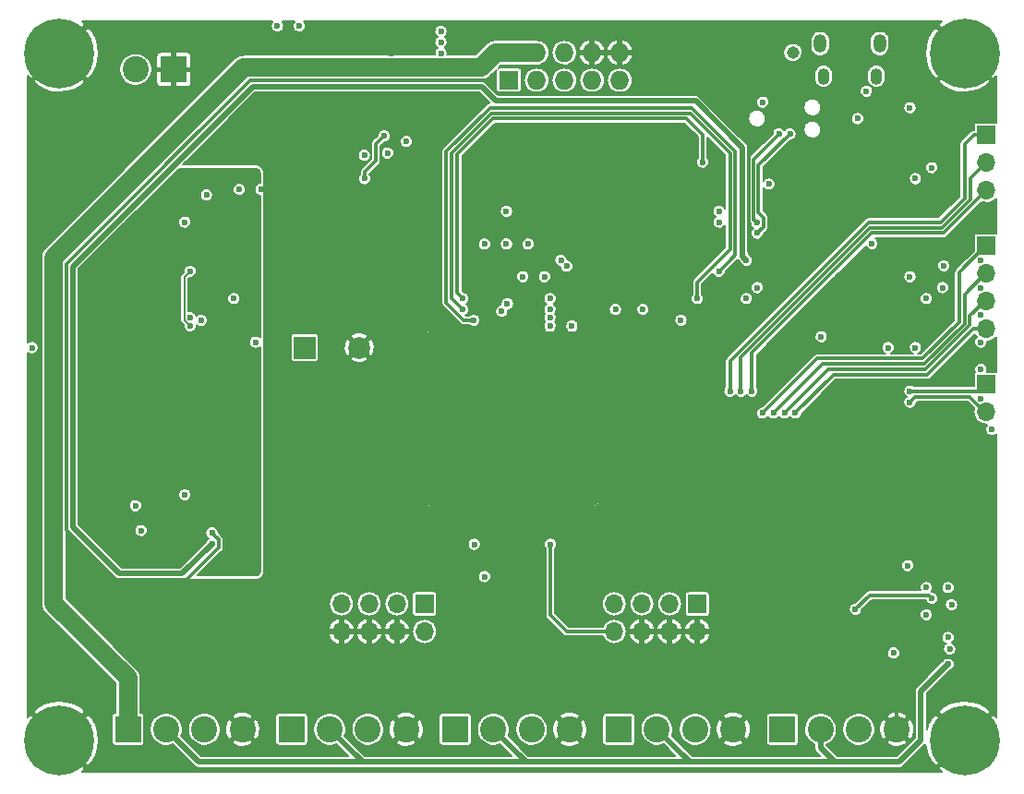
<source format=gbl>
G04 #@! TF.FileFunction,Copper,L4,Bot,Signal*
%FSLAX46Y46*%
G04 Gerber Fmt 4.6, Leading zero omitted, Abs format (unit mm)*
G04 Created by KiCad (PCBNEW 4.0.7) date Monday, September 04, 2017 'PMt' 03:24:15 PM*
%MOMM*%
%LPD*%
G01*
G04 APERTURE LIST*
%ADD10C,0.100000*%
%ADD11R,1.000000X1.000000*%
%ADD12R,1.000000X1.400000*%
%ADD13R,1.550000X4.700000*%
%ADD14R,3.300000X4.200000*%
%ADD15R,3.300000X0.600000*%
%ADD16C,0.500000*%
%ADD17R,2.000000X2.000000*%
%ADD18C,2.000000*%
%ADD19C,2.400000*%
%ADD20R,2.400000X2.400000*%
%ADD21R,1.727200X1.727200*%
%ADD22O,1.727200X1.727200*%
%ADD23R,1.700000X1.700000*%
%ADD24O,1.700000X1.700000*%
%ADD25O,1.100000X1.500000*%
%ADD26O,1.200000X1.700000*%
%ADD27C,1.143000*%
%ADD28C,6.400000*%
%ADD29C,0.600000*%
%ADD30C,0.300000*%
%ADD31C,1.727200*%
%ADD32C,0.500000*%
%ADD33C,0.152400*%
%ADD34C,0.200000*%
G04 APERTURE END LIST*
D10*
D11*
X181350000Y-76450000D03*
D12*
X181350000Y-77500000D03*
D11*
X181350000Y-80350000D03*
X181350000Y-78550000D03*
X181350000Y-75550000D03*
X181350000Y-79450000D03*
X181350000Y-74750000D03*
X181350000Y-81250000D03*
X182250000Y-81250000D03*
X184050000Y-81250000D03*
X183150000Y-81250000D03*
X185850000Y-81250000D03*
X186750000Y-81250000D03*
X184950000Y-81250000D03*
X181350000Y-73750000D03*
X183150000Y-73750000D03*
X186750000Y-73750000D03*
X184950000Y-73750000D03*
X184050000Y-73750000D03*
X185850000Y-73750000D03*
X182250000Y-73750000D03*
X182150000Y-76450000D03*
X182150000Y-78550000D03*
D12*
X182150000Y-77500000D03*
D11*
X182150000Y-79450000D03*
X184050000Y-80350000D03*
X184950000Y-80350000D03*
X185850000Y-80350000D03*
X182250000Y-80350000D03*
X186750000Y-74650000D03*
X185850000Y-74650000D03*
X184950000Y-74650000D03*
X184050000Y-74650000D03*
X183150000Y-74650000D03*
X182250000Y-74650000D03*
X182150000Y-75550000D03*
X186750000Y-80350000D03*
X183150000Y-80350000D03*
D13*
X183400000Y-77500000D03*
D14*
X185600000Y-77500000D03*
D15*
X185600000Y-79700000D03*
X185600000Y-75300000D03*
D16*
X206000000Y-85000000D03*
X207000000Y-85000000D03*
X208000000Y-85000000D03*
X209000000Y-85000000D03*
X210000000Y-85000000D03*
X211000000Y-85000000D03*
X212000000Y-85000000D03*
X213000000Y-85000000D03*
X214000000Y-85000000D03*
X215000000Y-85000000D03*
X216000000Y-85000000D03*
X217000000Y-85000000D03*
X218000000Y-85000000D03*
X219000000Y-85000000D03*
X220000000Y-85000000D03*
X206000000Y-84000000D03*
X207000000Y-84000000D03*
X208000000Y-84000000D03*
X209000000Y-84000000D03*
X210000000Y-84000000D03*
X211000000Y-84000000D03*
X212000000Y-84000000D03*
X213000000Y-84000000D03*
X214000000Y-84000000D03*
X215000000Y-84000000D03*
X216000000Y-84000000D03*
X217000000Y-84000000D03*
X218000000Y-84000000D03*
X219000000Y-84000000D03*
X220000000Y-84000000D03*
X206000000Y-83000000D03*
X207000000Y-83000000D03*
X208000000Y-83000000D03*
X209000000Y-83000000D03*
X210000000Y-83000000D03*
X211000000Y-83000000D03*
X212000000Y-83000000D03*
X213000000Y-83000000D03*
X214000000Y-83000000D03*
X215000000Y-83000000D03*
X216000000Y-83000000D03*
X217000000Y-83000000D03*
X218000000Y-83000000D03*
X219000000Y-83000000D03*
X220000000Y-83000000D03*
X206000000Y-82000000D03*
X207000000Y-82000000D03*
X208000000Y-82000000D03*
X209000000Y-82000000D03*
X210000000Y-82000000D03*
X211000000Y-82000000D03*
X212000000Y-82000000D03*
X213000000Y-82000000D03*
X214000000Y-82000000D03*
X215000000Y-82000000D03*
X216000000Y-82000000D03*
X217000000Y-82000000D03*
X218000000Y-82000000D03*
X219000000Y-82000000D03*
X220000000Y-82000000D03*
X206000000Y-81000000D03*
X207000000Y-81000000D03*
X208000000Y-81000000D03*
X209000000Y-81000000D03*
X210000000Y-81000000D03*
X211000000Y-81000000D03*
X212000000Y-81000000D03*
X213000000Y-81000000D03*
X214000000Y-81000000D03*
X215000000Y-81000000D03*
X216000000Y-81000000D03*
X217000000Y-81000000D03*
X218000000Y-81000000D03*
X219000000Y-81000000D03*
X220000000Y-81000000D03*
X206000000Y-80000000D03*
X207000000Y-80000000D03*
X208000000Y-80000000D03*
X209000000Y-80000000D03*
X210000000Y-80000000D03*
X211000000Y-80000000D03*
X212000000Y-80000000D03*
X213000000Y-80000000D03*
X214000000Y-80000000D03*
X215000000Y-80000000D03*
X216000000Y-80000000D03*
X217000000Y-80000000D03*
X218000000Y-80000000D03*
X219000000Y-80000000D03*
X220000000Y-80000000D03*
X206000000Y-79000000D03*
X207000000Y-79000000D03*
X208000000Y-79000000D03*
X209000000Y-79000000D03*
X210000000Y-79000000D03*
X211000000Y-79000000D03*
X212000000Y-79000000D03*
X213000000Y-79000000D03*
X214000000Y-79000000D03*
X215000000Y-79000000D03*
X216000000Y-79000000D03*
X217000000Y-79000000D03*
X218000000Y-79000000D03*
X219000000Y-79000000D03*
X220000000Y-79000000D03*
X206000000Y-78000000D03*
X207000000Y-78000000D03*
X208000000Y-78000000D03*
X209000000Y-78000000D03*
X210000000Y-78000000D03*
X211000000Y-78000000D03*
X212000000Y-78000000D03*
X213000000Y-78000000D03*
X214000000Y-78000000D03*
X215000000Y-78000000D03*
X216000000Y-78000000D03*
X217000000Y-78000000D03*
X218000000Y-78000000D03*
X219000000Y-78000000D03*
X220000000Y-78000000D03*
X206000000Y-77000000D03*
X207000000Y-77000000D03*
X208000000Y-77000000D03*
X209000000Y-77000000D03*
X210000000Y-77000000D03*
X211000000Y-77000000D03*
X212000000Y-77000000D03*
X213000000Y-77000000D03*
X214000000Y-77000000D03*
X215000000Y-77000000D03*
X216000000Y-77000000D03*
X217000000Y-77000000D03*
X218000000Y-77000000D03*
X219000000Y-77000000D03*
X220000000Y-77000000D03*
X206000000Y-76000000D03*
X207000000Y-76000000D03*
X208000000Y-76000000D03*
X209000000Y-76000000D03*
X210000000Y-76000000D03*
X211000000Y-76000000D03*
X212000000Y-76000000D03*
X213000000Y-76000000D03*
X214000000Y-76000000D03*
X215000000Y-76000000D03*
X216000000Y-76000000D03*
X217000000Y-76000000D03*
X218000000Y-76000000D03*
X219000000Y-76000000D03*
X220000000Y-76000000D03*
X206000000Y-75000000D03*
X207000000Y-75000000D03*
X208000000Y-75000000D03*
X209000000Y-75000000D03*
X210000000Y-75000000D03*
X211000000Y-75000000D03*
X212000000Y-75000000D03*
X213000000Y-75000000D03*
X214000000Y-75000000D03*
X215000000Y-75000000D03*
X216000000Y-75000000D03*
X217000000Y-75000000D03*
X218000000Y-75000000D03*
X219000000Y-75000000D03*
X220000000Y-75000000D03*
X206000000Y-74000000D03*
X207000000Y-74000000D03*
X208000000Y-74000000D03*
X209000000Y-74000000D03*
X210000000Y-74000000D03*
X211000000Y-74000000D03*
X212000000Y-74000000D03*
X213000000Y-74000000D03*
X214000000Y-74000000D03*
X215000000Y-74000000D03*
X216000000Y-74000000D03*
X217000000Y-74000000D03*
X218000000Y-74000000D03*
X219000000Y-74000000D03*
X220000000Y-74000000D03*
X206000000Y-73000000D03*
X207000000Y-73000000D03*
X208000000Y-73000000D03*
X209000000Y-73000000D03*
X210000000Y-73000000D03*
X211000000Y-73000000D03*
X212000000Y-73000000D03*
X213000000Y-73000000D03*
X214000000Y-73000000D03*
X215000000Y-73000000D03*
X216000000Y-73000000D03*
X217000000Y-73000000D03*
X218000000Y-73000000D03*
X219000000Y-73000000D03*
X220000000Y-73000000D03*
X206000000Y-72000000D03*
X207000000Y-72000000D03*
X208000000Y-72000000D03*
X209000000Y-72000000D03*
X210000000Y-72000000D03*
X211000000Y-72000000D03*
X212000000Y-72000000D03*
X213000000Y-72000000D03*
X214000000Y-72000000D03*
X215000000Y-72000000D03*
X216000000Y-72000000D03*
X217000000Y-72000000D03*
X218000000Y-72000000D03*
X219000000Y-72000000D03*
X220000000Y-72000000D03*
X206000000Y-71000000D03*
X207000000Y-71000000D03*
X208000000Y-71000000D03*
X209000000Y-71000000D03*
X210000000Y-71000000D03*
X211000000Y-71000000D03*
X212000000Y-71000000D03*
X213000000Y-71000000D03*
X214000000Y-71000000D03*
X215000000Y-71000000D03*
X216000000Y-71000000D03*
X217000000Y-71000000D03*
X218000000Y-71000000D03*
X219000000Y-71000000D03*
X220000000Y-71000000D03*
D17*
X194000000Y-71500000D03*
D18*
X199000000Y-71500000D03*
D19*
X178500000Y-46000000D03*
D20*
X182000000Y-46000000D03*
D21*
X212725000Y-46990000D03*
D22*
X212725000Y-44450000D03*
X215265000Y-46990000D03*
X215265000Y-44450000D03*
X217805000Y-46990000D03*
X217805000Y-44450000D03*
X220345000Y-46990000D03*
X220345000Y-44450000D03*
X222885000Y-46990000D03*
X222885000Y-44450000D03*
D19*
X184800000Y-106500000D03*
X188300000Y-106500000D03*
X181300000Y-106500000D03*
D20*
X177800000Y-106500000D03*
D19*
X199800000Y-106500000D03*
X203300000Y-106500000D03*
X196300000Y-106500000D03*
D20*
X192800000Y-106500000D03*
D19*
X214800000Y-106500000D03*
X218300000Y-106500000D03*
X211300000Y-106500000D03*
D20*
X207800000Y-106500000D03*
D19*
X229800000Y-106500000D03*
X233300000Y-106500000D03*
X226300000Y-106500000D03*
D20*
X222800000Y-106500000D03*
D19*
X244800000Y-106500000D03*
X248300000Y-106500000D03*
X241300000Y-106500000D03*
D20*
X237800000Y-106500000D03*
D23*
X256500000Y-52000000D03*
D24*
X256500000Y-54540000D03*
X256500000Y-57080000D03*
D23*
X256500000Y-62160000D03*
D24*
X256500000Y-64700000D03*
X256500000Y-67240000D03*
X256500000Y-69780000D03*
D25*
X246425000Y-46625000D03*
X241575000Y-46625000D03*
D26*
X246725000Y-43625000D03*
X241275000Y-43625000D03*
D27*
X238760000Y-44450000D03*
D23*
X256500000Y-74860000D03*
D24*
X256500000Y-77400000D03*
D23*
X205000000Y-95000000D03*
D24*
X205000000Y-97540000D03*
X202460000Y-95000000D03*
X202460000Y-97540000D03*
X199920000Y-95000000D03*
X199920000Y-97540000D03*
X197380000Y-95000000D03*
X197380000Y-97540000D03*
D23*
X230000000Y-95000000D03*
D24*
X230000000Y-97540000D03*
X227460000Y-95000000D03*
X227460000Y-97540000D03*
X224920000Y-95000000D03*
X224920000Y-97540000D03*
X222380000Y-95000000D03*
X222380000Y-97540000D03*
D28*
X171500000Y-44500000D03*
X254500000Y-44500000D03*
X171500000Y-107500000D03*
X254500000Y-107500000D03*
D29*
X232000000Y-60000000D03*
X232000000Y-59000000D03*
X257000000Y-79000000D03*
X256000000Y-76162402D03*
X256000000Y-73500000D03*
X256000000Y-71000000D03*
X256000000Y-68500000D03*
X256000000Y-66000000D03*
X255999076Y-63497782D03*
X207000000Y-98000000D03*
X192000000Y-97500000D03*
X194000000Y-97500000D03*
X193000000Y-97500000D03*
X177000000Y-97500000D03*
X179000000Y-97500000D03*
X178000000Y-97500000D03*
X178500000Y-86000000D03*
X183000000Y-85000000D03*
X189500000Y-71000000D03*
X187500000Y-67000000D03*
X183000000Y-60000000D03*
X190000000Y-57000000D03*
X188000000Y-57000000D03*
X198500000Y-59000000D03*
X197500000Y-57000000D03*
X191500000Y-57000000D03*
X196215000Y-51435000D03*
X200000000Y-57785000D03*
X212267130Y-66614693D03*
X234500000Y-43000000D03*
X213500000Y-63500000D03*
X211500000Y-64000000D03*
X244000000Y-52500000D03*
X250500000Y-42000000D03*
X250500000Y-47500000D03*
X226500000Y-60000000D03*
X226500000Y-59000000D03*
X226500000Y-57500000D03*
X226500000Y-56500000D03*
X235032029Y-62967971D03*
X202000000Y-42500000D03*
X202000000Y-43500000D03*
X202000000Y-44500000D03*
X185500000Y-88500000D03*
X240560000Y-70500000D03*
X246000000Y-62770000D03*
X238647677Y-55247481D03*
X253173013Y-97270575D03*
X252964780Y-94414298D03*
X208000000Y-98000000D03*
X209447598Y-99000000D03*
X212000000Y-99000000D03*
X212000000Y-97000000D03*
X214000000Y-94500000D03*
X215500000Y-92587400D03*
X245500000Y-84000000D03*
X245500000Y-83000000D03*
X245500000Y-80500000D03*
X245500000Y-81500000D03*
X240500000Y-84000000D03*
X240425000Y-83000000D03*
X235500000Y-81000000D03*
X235500000Y-82000000D03*
X225500000Y-84000000D03*
X225500000Y-83000000D03*
X225500000Y-81000000D03*
X225500000Y-82000000D03*
X230500000Y-84000000D03*
X230500000Y-83000000D03*
X230500000Y-82000000D03*
X230500000Y-81000000D03*
X251000000Y-92500000D03*
X248000000Y-96500000D03*
X248000000Y-98500000D03*
X249909043Y-102620347D03*
X253497598Y-101500000D03*
X246500000Y-95000000D03*
X252000000Y-90500000D03*
X223500000Y-65000000D03*
X224500000Y-65000000D03*
X226500000Y-65000000D03*
X225500000Y-65000000D03*
X225000000Y-65500000D03*
X225000000Y-66500000D03*
X226500000Y-63500000D03*
X226000000Y-64000000D03*
X232000000Y-58000000D03*
X231601919Y-57495924D03*
X232000000Y-57000000D03*
X231500000Y-56500000D03*
X231000000Y-56000000D03*
X230500000Y-55500000D03*
X230000000Y-56000000D03*
X229500000Y-55500000D03*
X229000000Y-55000000D03*
X228500000Y-54500000D03*
X228000000Y-55000000D03*
X227500000Y-54500000D03*
X227000000Y-55000000D03*
X226500000Y-54500000D03*
X226037402Y-54000000D03*
X226500000Y-53500000D03*
X226000000Y-53000000D03*
X225500000Y-53500000D03*
X225000000Y-53000000D03*
X224500000Y-53500000D03*
X224000000Y-53000000D03*
X223500000Y-53500000D03*
X223000000Y-53000000D03*
X222500000Y-53500000D03*
X222000000Y-54000000D03*
X222500000Y-54500000D03*
X222000000Y-55000000D03*
X222500000Y-55500000D03*
X222000000Y-56000000D03*
X222500000Y-56500000D03*
X222000000Y-57000000D03*
X222500000Y-57500000D03*
X222000000Y-58000000D03*
X222500000Y-58500000D03*
X222000000Y-59000000D03*
X222500000Y-59500000D03*
X222000000Y-60000000D03*
X222500000Y-60500000D03*
X222000000Y-61000000D03*
X222500000Y-61500000D03*
X222000000Y-62000000D03*
X222500000Y-62500000D03*
X222000000Y-63000000D03*
X222500000Y-63500000D03*
X223000000Y-64000000D03*
X223500000Y-63500000D03*
X224000000Y-64000000D03*
X224500000Y-63500000D03*
X225000000Y-64000000D03*
X225500000Y-63500000D03*
X226008806Y-63003289D03*
X226500000Y-62500000D03*
X227000000Y-62000000D03*
X227500000Y-62500000D03*
X228000000Y-62000000D03*
X228500000Y-62500000D03*
X229000000Y-62000000D03*
X229500000Y-61500000D03*
X230000000Y-61000000D03*
X230500000Y-61500000D03*
X239000000Y-49000000D03*
X242500000Y-48000000D03*
X244000000Y-49500000D03*
X241360000Y-70500000D03*
X246000000Y-61970000D03*
X216500000Y-67000000D03*
X236560000Y-56500000D03*
X249300000Y-91500000D03*
X225000000Y-68000000D03*
X222500000Y-68000000D03*
X236000000Y-49000000D03*
X214000000Y-65000000D03*
X179000000Y-88280000D03*
X212500000Y-59000000D03*
X203315000Y-52590000D03*
X199475000Y-53860000D03*
X201610000Y-53660000D03*
X206500000Y-42500000D03*
X206500000Y-43500000D03*
X206500000Y-44500000D03*
X234500000Y-63500000D03*
X185500000Y-89500000D03*
X245500000Y-48000000D03*
X244701040Y-50500000D03*
X191500000Y-42000000D03*
X169000000Y-71500000D03*
X193500000Y-42000000D03*
X249500000Y-49500000D03*
X235459980Y-60040020D03*
X237500000Y-51900192D03*
X235500000Y-61000000D03*
X238500000Y-51900192D03*
X249500000Y-65000000D03*
X251000000Y-67000000D03*
X252500000Y-66000000D03*
X228500000Y-69000000D03*
X218500000Y-69500000D03*
X252602400Y-64000000D03*
X251000000Y-93500000D03*
X253000000Y-100500000D03*
X251000000Y-96000000D03*
X248000000Y-99500000D03*
X253318922Y-95078156D03*
X252999799Y-98074336D03*
X233000000Y-75500000D03*
X234000000Y-75500000D03*
X235000000Y-75500000D03*
X236000000Y-77500000D03*
X237000000Y-77500000D03*
X238000000Y-77500000D03*
X239000000Y-77500000D03*
X249500000Y-75500000D03*
X249500000Y-76500000D03*
X208500000Y-67000000D03*
X230500000Y-54500000D03*
X185000000Y-57500000D03*
X184500000Y-69000000D03*
X230000000Y-67000000D03*
X208500000Y-68000000D03*
X183500000Y-64500000D03*
X183500000Y-69500000D03*
X199500000Y-56000000D03*
X201295000Y-52070000D03*
X235500000Y-66000000D03*
X183500000Y-68747597D03*
X212067300Y-68164518D03*
X218032029Y-64032029D03*
X212583816Y-67464996D03*
X216000000Y-65000000D03*
X217500000Y-63500000D03*
X216500000Y-68000000D03*
X214500000Y-62000000D03*
X216500000Y-68752403D03*
X212500000Y-62000000D03*
X216500000Y-69504806D03*
X210500000Y-62000000D03*
X244500000Y-95500000D03*
X251500000Y-94500000D03*
X250000000Y-56000000D03*
X253000000Y-93500000D03*
X253146679Y-99146679D03*
X251500000Y-55000000D03*
X232000000Y-64500000D03*
X209500000Y-69000000D03*
X234500000Y-67000000D03*
X210500000Y-92500000D03*
X250000000Y-71500000D03*
X216535000Y-89535000D03*
X247500000Y-71500000D03*
X209550000Y-89535000D03*
D30*
X232000000Y-59000000D02*
X232000000Y-59102400D01*
D31*
X177800000Y-106500000D02*
X177800000Y-101800000D01*
X177800000Y-101800000D02*
X171000000Y-95000000D01*
X171000000Y-95000000D02*
X171000000Y-63225419D01*
X171000000Y-63225419D02*
X188409418Y-45816001D01*
X188409418Y-45816001D02*
X210137685Y-45816001D01*
X210137685Y-45816001D02*
X211503686Y-44450000D01*
X211503686Y-44450000D02*
X212725000Y-44450000D01*
X215265000Y-44450000D02*
X212725000Y-44450000D01*
D30*
X235032029Y-62967971D02*
X234698300Y-62634242D01*
X172166009Y-63833988D02*
X172166009Y-88185102D01*
X234698300Y-62634242D02*
X234698300Y-52917073D01*
X234698300Y-52917073D02*
X229937228Y-48156001D01*
X229937228Y-48156001D02*
X211619481Y-48156001D01*
X211619481Y-48156001D02*
X210463480Y-46999999D01*
X210463480Y-46999999D02*
X188999998Y-46999999D01*
X176747800Y-92766893D02*
X183202726Y-92766893D01*
X188999998Y-46999999D02*
X172166009Y-63833988D01*
X172166009Y-88185102D02*
X176747800Y-92766893D01*
X186102401Y-89102401D02*
X185799999Y-88799999D01*
X183202726Y-92766893D02*
X186102401Y-89867218D01*
X186102401Y-89867218D02*
X186102401Y-89102401D01*
X185799999Y-88799999D02*
X185500000Y-88500000D01*
X253473012Y-96970576D02*
X253173013Y-97270575D01*
X253897599Y-97995161D02*
X253473012Y-97570574D01*
X252964780Y-94414298D02*
X253647231Y-94414298D01*
X253647231Y-94414298D02*
X254021936Y-94789003D01*
X254021936Y-94789003D02*
X254021936Y-96421652D01*
X254021936Y-96421652D02*
X253473012Y-96970576D01*
X253473012Y-97570574D02*
X253173013Y-97270575D01*
X253897599Y-99897599D02*
X253897599Y-97995161D01*
X251000000Y-92500000D02*
X252914298Y-94414298D01*
X252914298Y-94414298D02*
X252964780Y-94414298D01*
X212000000Y-97000000D02*
X212000000Y-99000000D01*
X245500000Y-83000000D02*
X245500000Y-84000000D01*
X245500000Y-81500000D02*
X245500000Y-80500000D01*
X235500000Y-82000000D02*
X235500000Y-81000000D01*
X225500000Y-83000000D02*
X225500000Y-84000000D01*
X225500000Y-82000000D02*
X225500000Y-81000000D01*
X230500000Y-82000000D02*
X230500000Y-83000000D01*
X252000000Y-90500000D02*
X252000000Y-91500000D01*
X252000000Y-91500000D02*
X251000000Y-92500000D01*
X248000000Y-98500000D02*
X248000000Y-96500000D01*
X251000000Y-101602401D02*
X252704802Y-99897599D01*
X250000000Y-102602401D02*
X251000000Y-101602401D01*
X251000000Y-101602401D02*
X251000000Y-101500000D01*
X251000000Y-101500000D02*
X248000000Y-98500000D01*
X248300000Y-104302401D02*
X250000000Y-102602401D01*
X250000000Y-102602401D02*
X249926989Y-102602401D01*
X249926989Y-102602401D02*
X249909043Y-102620347D01*
X253897599Y-99897599D02*
X253897599Y-101099999D01*
X253897599Y-101099999D02*
X253497598Y-101500000D01*
X252704802Y-99897599D02*
X253897599Y-99897599D01*
X248300000Y-106500000D02*
X248300000Y-104302401D01*
X224500000Y-65000000D02*
X223500000Y-65000000D01*
X225500000Y-65000000D02*
X226500000Y-65000000D01*
X225000000Y-66500000D02*
X225000000Y-65500000D01*
X225500000Y-63500000D02*
X226000000Y-64000000D01*
X232000000Y-58000000D02*
X232000000Y-58102400D01*
X232000000Y-57000000D02*
X232000000Y-57097843D01*
X232000000Y-57097843D02*
X231601919Y-57495924D01*
X231000000Y-56000000D02*
X231500000Y-56500000D01*
X230000000Y-56000000D02*
X230500000Y-55500000D01*
X229000000Y-55000000D02*
X229500000Y-55500000D01*
X228000000Y-55000000D02*
X228500000Y-54500000D01*
X227000000Y-55000000D02*
X227500000Y-54500000D01*
X226037402Y-54000000D02*
X226037402Y-54037402D01*
X226037402Y-54037402D02*
X226500000Y-54500000D01*
X226000000Y-53000000D02*
X226500000Y-53500000D01*
X225000000Y-53000000D02*
X225500000Y-53500000D01*
X224000000Y-53000000D02*
X224500000Y-53500000D01*
X223000000Y-53000000D02*
X223500000Y-53500000D01*
X222000000Y-54000000D02*
X222500000Y-53500000D01*
X222000000Y-55000000D02*
X222500000Y-54500000D01*
X222000000Y-56000000D02*
X222500000Y-55500000D01*
X222000000Y-57000000D02*
X222500000Y-56500000D01*
X222000000Y-58000000D02*
X222500000Y-57500000D01*
X222500000Y-59500000D02*
X222000000Y-59000000D01*
X222500000Y-60500000D02*
X222000000Y-60000000D01*
X222500000Y-61500000D02*
X222000000Y-61000000D01*
X222500000Y-62500000D02*
X222000000Y-62000000D01*
X222500000Y-63500000D02*
X222000000Y-63000000D01*
X223500000Y-63500000D02*
X223000000Y-64000000D01*
X224500000Y-63500000D02*
X224000000Y-64000000D01*
X225500000Y-63500000D02*
X225000000Y-64000000D01*
X226500000Y-62500000D02*
X226500000Y-62512095D01*
X226500000Y-62512095D02*
X226008806Y-63003289D01*
X227500000Y-62500000D02*
X227000000Y-62000000D01*
X228500000Y-62500000D02*
X228000000Y-62000000D01*
X229500000Y-61500000D02*
X229000000Y-62000000D01*
X230500000Y-61500000D02*
X230000000Y-61000000D01*
D32*
X234500000Y-63500000D02*
X234145889Y-63145889D01*
X176976616Y-92214482D02*
X182785518Y-92214482D01*
X234145889Y-63145889D02*
X234145889Y-53145889D01*
X234145889Y-53145889D02*
X229882638Y-48882638D01*
X229882638Y-48882638D02*
X211564892Y-48882638D01*
X211564892Y-48882638D02*
X210234664Y-47552410D01*
X210234664Y-47552410D02*
X189228814Y-47552410D01*
X189228814Y-47552410D02*
X172718420Y-64062804D01*
X172718420Y-64062804D02*
X172718420Y-87956286D01*
X172718420Y-87956286D02*
X176976616Y-92214482D01*
X182785518Y-92214482D02*
X185500000Y-89500000D01*
D30*
X235150709Y-59730749D02*
X235150709Y-54249483D01*
X235150709Y-54249483D02*
X237500000Y-51900192D01*
X235459980Y-60040020D02*
X235150709Y-59730749D01*
X235603119Y-59103119D02*
X235603119Y-54797073D01*
X235603119Y-54797073D02*
X238500000Y-51900192D01*
X236062381Y-59562381D02*
X235603119Y-59103119D01*
X235500000Y-61000000D02*
X236062381Y-60437619D01*
X236062381Y-60437619D02*
X236062381Y-59562381D01*
D32*
X248500000Y-109500000D02*
X243000000Y-109500000D01*
X243000000Y-109500000D02*
X229500000Y-109500000D01*
X241300000Y-106500000D02*
X241300000Y-108197056D01*
X242602944Y-109500000D02*
X243000000Y-109500000D01*
X241300000Y-108197056D02*
X242602944Y-109500000D01*
X229500000Y-109500000D02*
X214500000Y-109500000D01*
X226300000Y-106500000D02*
X229300000Y-109500000D01*
X229300000Y-109500000D02*
X229500000Y-109500000D01*
X214500000Y-109500000D02*
X199500000Y-109500000D01*
X211300000Y-106500000D02*
X214300000Y-109500000D01*
X214300000Y-109500000D02*
X214500000Y-109500000D01*
X199500000Y-109500000D02*
X184300000Y-109500000D01*
X196300000Y-106500000D02*
X199300000Y-109500000D01*
X199300000Y-109500000D02*
X199500000Y-109500000D01*
X253000000Y-100500000D02*
X250500000Y-103000000D01*
X250500000Y-103000000D02*
X250500000Y-107500000D01*
X250500000Y-107500000D02*
X248500000Y-109500000D01*
X184300000Y-109500000D02*
X181300000Y-106500000D01*
D30*
X233000000Y-75500000D02*
X233000000Y-72720392D01*
X256500000Y-52000000D02*
X255350000Y-52000000D01*
X255350000Y-52000000D02*
X254500000Y-52850000D01*
X254500000Y-52850000D02*
X254500000Y-57800392D01*
X254500000Y-57800392D02*
X252300392Y-60000000D01*
X252300392Y-60000000D02*
X245720392Y-60000000D01*
X245720392Y-60000000D02*
X233000000Y-72720392D01*
X234000000Y-75500000D02*
X234000000Y-72360196D01*
X252440196Y-60500000D02*
X245860196Y-60500000D01*
X245860196Y-60500000D02*
X234000000Y-72360196D01*
X255040000Y-57900196D02*
X252440196Y-60500000D01*
X255040000Y-56000000D02*
X255040000Y-57900196D01*
X256500000Y-54540000D02*
X255040000Y-56000000D01*
X235000000Y-75500000D02*
X235000000Y-72000000D01*
X246000000Y-61000000D02*
X235000000Y-72000000D01*
X252580000Y-61000000D02*
X246000000Y-61000000D01*
X256500000Y-57080000D02*
X252580000Y-61000000D01*
X241000000Y-72500000D02*
X236000000Y-77500000D01*
X250658507Y-72500000D02*
X241000000Y-72500000D01*
X254000000Y-69158507D02*
X250658507Y-72500000D01*
X254000000Y-64605304D02*
X254000000Y-69158507D01*
X256445304Y-62160000D02*
X254000000Y-64605304D01*
X256500000Y-62160000D02*
X256445304Y-62160000D01*
X241500000Y-73000000D02*
X237000000Y-77500000D01*
X254500000Y-69298311D02*
X250798311Y-73000000D01*
X250798311Y-73000000D02*
X241500000Y-73000000D01*
X254500000Y-66608446D02*
X254500000Y-69298311D01*
X256408446Y-64700000D02*
X254500000Y-66608446D01*
X256500000Y-64700000D02*
X256408446Y-64700000D01*
X242000000Y-73500000D02*
X238000000Y-77500000D01*
X250938115Y-73500000D02*
X242000000Y-73500000D01*
X255000000Y-69438115D02*
X250938115Y-73500000D01*
X256368446Y-67240000D02*
X255000000Y-68608446D01*
X255000000Y-68608446D02*
X255000000Y-69438115D01*
X256500000Y-67240000D02*
X256368446Y-67240000D01*
X242500000Y-74000000D02*
X239000000Y-77500000D01*
X251077919Y-74000000D02*
X242500000Y-74000000D01*
X255297919Y-69780000D02*
X251077919Y-74000000D01*
X256500000Y-69780000D02*
X255297919Y-69780000D01*
X249500000Y-75500000D02*
X255860000Y-75500000D01*
X255860000Y-75500000D02*
X256500000Y-74860000D01*
X250500000Y-76000000D02*
X250000000Y-76000000D01*
X250000000Y-76000000D02*
X249500000Y-76500000D01*
X254946044Y-76000000D02*
X250500000Y-76000000D01*
X256500000Y-77400000D02*
X256346044Y-77400000D01*
X256346044Y-77400000D02*
X254946044Y-76000000D01*
X208500000Y-67000000D02*
X208000000Y-66500000D01*
X208000000Y-66500000D02*
X208000000Y-53779608D01*
X208000000Y-53779608D02*
X211279608Y-50500000D01*
X211279608Y-50500000D02*
X229000000Y-50500000D01*
X229000000Y-50500000D02*
X230500000Y-52000000D01*
X230500000Y-52000000D02*
X230500000Y-54500000D01*
X208500000Y-68000000D02*
X207500000Y-67000000D01*
X207500000Y-67000000D02*
X207500000Y-53639804D01*
X207500000Y-53639804D02*
X211139804Y-50000000D01*
X211139804Y-50000000D02*
X229360196Y-50000000D01*
X229360196Y-50000000D02*
X233000000Y-53639804D01*
X233000000Y-53639804D02*
X233000000Y-62500000D01*
X233000000Y-62500000D02*
X230000000Y-65500000D01*
X230000000Y-65500000D02*
X230000000Y-67000000D01*
D33*
X183500000Y-64500000D02*
X182971399Y-65028601D01*
X182971399Y-65028601D02*
X182971399Y-68971399D01*
X182971399Y-68971399D02*
X183500000Y-69500000D01*
D30*
X199500000Y-55412400D02*
X200532228Y-54380172D01*
X199500000Y-56000000D02*
X199500000Y-55575736D01*
X199500000Y-55575736D02*
X199500000Y-55412400D01*
X200532228Y-54380172D02*
X200532228Y-52832772D01*
X200532228Y-52832772D02*
X201295000Y-52070000D01*
X244500000Y-95500000D02*
X245799999Y-94200001D01*
X251500000Y-94500000D02*
X251200001Y-94200001D01*
X251200001Y-94200001D02*
X245799999Y-94200001D01*
X209500000Y-69000000D02*
X208608446Y-69000000D01*
X208608446Y-69000000D02*
X207000000Y-67391554D01*
X207000000Y-67391554D02*
X207000000Y-53500000D01*
X207000000Y-53500000D02*
X211000000Y-49500000D01*
X233489669Y-63010331D02*
X233000000Y-63500000D01*
X211000000Y-49500000D02*
X229500000Y-49500000D01*
X229500000Y-49500000D02*
X233489669Y-53489669D01*
X233489669Y-53489669D02*
X233489669Y-63010331D01*
X233000000Y-63500000D02*
X232000000Y-64500000D01*
X216535000Y-96035000D02*
X218040000Y-97540000D01*
X218040000Y-97540000D02*
X222380000Y-97540000D01*
X216535000Y-89535000D02*
X216535000Y-96035000D01*
D34*
G36*
X191038150Y-41612461D02*
X190971672Y-41709549D01*
X190925318Y-41817700D01*
X190900854Y-41932795D01*
X190899211Y-42050450D01*
X190920452Y-42166183D01*
X190963768Y-42275586D01*
X191027509Y-42374492D01*
X191109247Y-42459134D01*
X191205868Y-42526287D01*
X191313693Y-42573395D01*
X191428614Y-42598662D01*
X191546254Y-42601126D01*
X191662133Y-42580694D01*
X191771835Y-42538143D01*
X191871184Y-42475094D01*
X191956395Y-42393949D01*
X192024221Y-42297799D01*
X192072080Y-42190306D01*
X192098149Y-42075564D01*
X192100026Y-41941167D01*
X192077171Y-41825742D01*
X192032332Y-41716954D01*
X191967216Y-41618948D01*
X191948400Y-41600000D01*
X193050875Y-41600000D01*
X193038150Y-41612461D01*
X192971672Y-41709549D01*
X192925318Y-41817700D01*
X192900854Y-41932795D01*
X192899211Y-42050450D01*
X192920452Y-42166183D01*
X192963768Y-42275586D01*
X193027509Y-42374492D01*
X193109247Y-42459134D01*
X193205868Y-42526287D01*
X193313693Y-42573395D01*
X193428614Y-42598662D01*
X193546254Y-42601126D01*
X193662133Y-42580694D01*
X193771835Y-42538143D01*
X193871184Y-42475094D01*
X193956395Y-42393949D01*
X194024221Y-42297799D01*
X194072080Y-42190306D01*
X194098149Y-42075564D01*
X194100026Y-41941167D01*
X194077171Y-41825742D01*
X194032332Y-41716954D01*
X193967216Y-41618948D01*
X193948400Y-41600000D01*
X252396814Y-41600000D01*
X252121138Y-41909006D01*
X254500000Y-44287868D01*
X254514143Y-44273726D01*
X254726275Y-44485858D01*
X254712132Y-44500000D01*
X257090994Y-46878862D01*
X257400000Y-46603186D01*
X257400000Y-50855655D01*
X257350000Y-50848549D01*
X255650000Y-50848549D01*
X255602226Y-50852359D01*
X255521197Y-50877452D01*
X255450366Y-50924126D01*
X255395343Y-50988685D01*
X255360484Y-51066018D01*
X255348549Y-51150000D01*
X255348549Y-51550142D01*
X255308661Y-51554053D01*
X255267222Y-51557679D01*
X255264950Y-51558339D01*
X255262595Y-51558570D01*
X255222796Y-51570586D01*
X255182885Y-51582181D01*
X255180785Y-51583270D01*
X255178518Y-51583954D01*
X255141788Y-51603484D01*
X255104913Y-51622598D01*
X255103065Y-51624073D01*
X255100974Y-51625185D01*
X255068751Y-51651466D01*
X255036276Y-51677390D01*
X255032982Y-51680638D01*
X255032915Y-51680693D01*
X255032864Y-51680755D01*
X255031802Y-51681802D01*
X254181802Y-52531802D01*
X254155432Y-52563905D01*
X254128699Y-52595765D01*
X254127559Y-52597838D01*
X254126057Y-52599667D01*
X254106407Y-52636314D01*
X254086389Y-52672726D01*
X254085674Y-52674980D01*
X254084555Y-52677067D01*
X254072390Y-52716857D01*
X254059834Y-52756440D01*
X254059571Y-52758789D01*
X254058878Y-52761054D01*
X254054676Y-52802424D01*
X254050044Y-52843717D01*
X254050012Y-52848344D01*
X254050003Y-52848429D01*
X254050010Y-52848508D01*
X254050000Y-52850000D01*
X254050000Y-57613996D01*
X252113996Y-59550000D01*
X245720392Y-59550000D01*
X245679053Y-59554053D01*
X245637614Y-59557679D01*
X245635342Y-59558339D01*
X245632987Y-59558570D01*
X245593188Y-59570586D01*
X245553277Y-59582181D01*
X245551177Y-59583270D01*
X245548910Y-59583954D01*
X245512141Y-59603505D01*
X245475305Y-59622599D01*
X245473461Y-59624071D01*
X245471366Y-59625185D01*
X245439116Y-59651488D01*
X245406668Y-59677390D01*
X245403374Y-59680638D01*
X245403307Y-59680693D01*
X245403256Y-59680755D01*
X245402194Y-59681802D01*
X232681802Y-72402194D01*
X232655432Y-72434297D01*
X232628699Y-72466157D01*
X232627559Y-72468230D01*
X232626057Y-72470059D01*
X232606407Y-72506706D01*
X232586389Y-72543118D01*
X232585674Y-72545372D01*
X232584555Y-72547459D01*
X232572390Y-72587249D01*
X232559834Y-72626832D01*
X232559571Y-72629181D01*
X232558878Y-72631446D01*
X232554676Y-72672816D01*
X232550044Y-72714109D01*
X232550012Y-72718736D01*
X232550003Y-72718821D01*
X232550010Y-72718900D01*
X232550000Y-72720392D01*
X232550000Y-75100857D01*
X232538150Y-75112461D01*
X232471672Y-75209549D01*
X232425318Y-75317700D01*
X232400854Y-75432795D01*
X232399211Y-75550450D01*
X232420452Y-75666183D01*
X232463768Y-75775586D01*
X232527509Y-75874492D01*
X232609247Y-75959134D01*
X232705868Y-76026287D01*
X232813693Y-76073395D01*
X232928614Y-76098662D01*
X233046254Y-76101126D01*
X233162133Y-76080694D01*
X233271835Y-76038143D01*
X233371184Y-75975094D01*
X233456395Y-75893949D01*
X233500110Y-75831978D01*
X233527509Y-75874492D01*
X233609247Y-75959134D01*
X233705868Y-76026287D01*
X233813693Y-76073395D01*
X233928614Y-76098662D01*
X234046254Y-76101126D01*
X234162133Y-76080694D01*
X234271835Y-76038143D01*
X234371184Y-75975094D01*
X234456395Y-75893949D01*
X234500110Y-75831978D01*
X234527509Y-75874492D01*
X234609247Y-75959134D01*
X234705868Y-76026287D01*
X234813693Y-76073395D01*
X234928614Y-76098662D01*
X235046254Y-76101126D01*
X235162133Y-76080694D01*
X235271835Y-76038143D01*
X235371184Y-75975094D01*
X235456395Y-75893949D01*
X235524221Y-75797799D01*
X235572080Y-75690306D01*
X235598149Y-75575564D01*
X235600026Y-75441167D01*
X235577171Y-75325742D01*
X235532332Y-75216954D01*
X235467216Y-75118948D01*
X235450000Y-75101611D01*
X235450000Y-72186396D01*
X237085946Y-70550450D01*
X240759211Y-70550450D01*
X240780452Y-70666183D01*
X240823768Y-70775586D01*
X240887509Y-70874492D01*
X240969247Y-70959134D01*
X241065868Y-71026287D01*
X241173693Y-71073395D01*
X241288614Y-71098662D01*
X241406254Y-71101126D01*
X241522133Y-71080694D01*
X241631835Y-71038143D01*
X241731184Y-70975094D01*
X241816395Y-70893949D01*
X241884221Y-70797799D01*
X241932080Y-70690306D01*
X241958149Y-70575564D01*
X241960026Y-70441167D01*
X241937171Y-70325742D01*
X241892332Y-70216954D01*
X241827216Y-70118948D01*
X241744305Y-70035455D01*
X241646755Y-69969657D01*
X241538283Y-69924060D01*
X241423021Y-69900400D01*
X241305357Y-69899578D01*
X241189775Y-69921627D01*
X241080677Y-69965705D01*
X240982219Y-70030135D01*
X240898150Y-70112461D01*
X240831672Y-70209549D01*
X240785318Y-70317700D01*
X240760854Y-70432795D01*
X240759211Y-70550450D01*
X237085946Y-70550450D01*
X240585946Y-67050450D01*
X250399211Y-67050450D01*
X250420452Y-67166183D01*
X250463768Y-67275586D01*
X250527509Y-67374492D01*
X250609247Y-67459134D01*
X250705868Y-67526287D01*
X250813693Y-67573395D01*
X250928614Y-67598662D01*
X251046254Y-67601126D01*
X251162133Y-67580694D01*
X251271835Y-67538143D01*
X251371184Y-67475094D01*
X251456395Y-67393949D01*
X251524221Y-67297799D01*
X251572080Y-67190306D01*
X251598149Y-67075564D01*
X251600026Y-66941167D01*
X251577171Y-66825742D01*
X251532332Y-66716954D01*
X251467216Y-66618948D01*
X251384305Y-66535455D01*
X251286755Y-66469657D01*
X251178283Y-66424060D01*
X251063021Y-66400400D01*
X250945357Y-66399578D01*
X250829775Y-66421627D01*
X250720677Y-66465705D01*
X250622219Y-66530135D01*
X250538150Y-66612461D01*
X250471672Y-66709549D01*
X250425318Y-66817700D01*
X250400854Y-66932795D01*
X250399211Y-67050450D01*
X240585946Y-67050450D01*
X241585946Y-66050450D01*
X251899211Y-66050450D01*
X251920452Y-66166183D01*
X251963768Y-66275586D01*
X252027509Y-66374492D01*
X252109247Y-66459134D01*
X252205868Y-66526287D01*
X252313693Y-66573395D01*
X252428614Y-66598662D01*
X252546254Y-66601126D01*
X252662133Y-66580694D01*
X252771835Y-66538143D01*
X252871184Y-66475094D01*
X252956395Y-66393949D01*
X253024221Y-66297799D01*
X253072080Y-66190306D01*
X253098149Y-66075564D01*
X253100026Y-65941167D01*
X253077171Y-65825742D01*
X253032332Y-65716954D01*
X252967216Y-65618948D01*
X252884305Y-65535455D01*
X252786755Y-65469657D01*
X252678283Y-65424060D01*
X252563021Y-65400400D01*
X252445357Y-65399578D01*
X252329775Y-65421627D01*
X252220677Y-65465705D01*
X252122219Y-65530135D01*
X252038150Y-65612461D01*
X251971672Y-65709549D01*
X251925318Y-65817700D01*
X251900854Y-65932795D01*
X251899211Y-66050450D01*
X241585946Y-66050450D01*
X242585946Y-65050450D01*
X248899211Y-65050450D01*
X248920452Y-65166183D01*
X248963768Y-65275586D01*
X249027509Y-65374492D01*
X249109247Y-65459134D01*
X249205868Y-65526287D01*
X249313693Y-65573395D01*
X249428614Y-65598662D01*
X249546254Y-65601126D01*
X249662133Y-65580694D01*
X249771835Y-65538143D01*
X249871184Y-65475094D01*
X249956395Y-65393949D01*
X250024221Y-65297799D01*
X250072080Y-65190306D01*
X250098149Y-65075564D01*
X250100026Y-64941167D01*
X250077171Y-64825742D01*
X250032332Y-64716954D01*
X249967216Y-64618948D01*
X249884305Y-64535455D01*
X249786755Y-64469657D01*
X249678283Y-64424060D01*
X249563021Y-64400400D01*
X249445357Y-64399578D01*
X249329775Y-64421627D01*
X249220677Y-64465705D01*
X249122219Y-64530135D01*
X249038150Y-64612461D01*
X248971672Y-64709549D01*
X248925318Y-64817700D01*
X248900854Y-64932795D01*
X248899211Y-65050450D01*
X242585946Y-65050450D01*
X243585946Y-64050450D01*
X252001611Y-64050450D01*
X252022852Y-64166183D01*
X252066168Y-64275586D01*
X252129909Y-64374492D01*
X252211647Y-64459134D01*
X252308268Y-64526287D01*
X252416093Y-64573395D01*
X252531014Y-64598662D01*
X252648654Y-64601126D01*
X252764533Y-64580694D01*
X252874235Y-64538143D01*
X252973584Y-64475094D01*
X253058795Y-64393949D01*
X253126621Y-64297799D01*
X253174480Y-64190306D01*
X253200549Y-64075564D01*
X253202426Y-63941167D01*
X253179571Y-63825742D01*
X253134732Y-63716954D01*
X253069616Y-63618948D01*
X252986705Y-63535455D01*
X252889155Y-63469657D01*
X252780683Y-63424060D01*
X252665421Y-63400400D01*
X252547757Y-63399578D01*
X252432175Y-63421627D01*
X252323077Y-63465705D01*
X252224619Y-63530135D01*
X252140550Y-63612461D01*
X252074072Y-63709549D01*
X252027718Y-63817700D01*
X252003254Y-63932795D01*
X252001611Y-64050450D01*
X243585946Y-64050450D01*
X245443075Y-62193321D01*
X245463768Y-62245586D01*
X245527509Y-62344492D01*
X245609247Y-62429134D01*
X245705868Y-62496287D01*
X245813693Y-62543395D01*
X245928614Y-62568662D01*
X246046254Y-62571126D01*
X246162133Y-62550694D01*
X246271835Y-62508143D01*
X246371184Y-62445094D01*
X246456395Y-62363949D01*
X246524221Y-62267799D01*
X246572080Y-62160306D01*
X246598149Y-62045564D01*
X246600026Y-61911167D01*
X246577171Y-61795742D01*
X246532332Y-61686954D01*
X246467216Y-61588948D01*
X246384305Y-61505455D01*
X246302089Y-61450000D01*
X252580000Y-61450000D01*
X252621339Y-61445947D01*
X252662778Y-61442321D01*
X252665050Y-61441661D01*
X252667405Y-61441430D01*
X252707204Y-61429414D01*
X252747115Y-61417819D01*
X252749215Y-61416730D01*
X252751482Y-61416046D01*
X252788251Y-61396495D01*
X252825087Y-61377401D01*
X252826931Y-61375929D01*
X252829026Y-61374815D01*
X252861276Y-61348512D01*
X252893724Y-61322610D01*
X252897018Y-61319362D01*
X252897085Y-61319307D01*
X252897136Y-61319245D01*
X252898198Y-61318198D01*
X256070242Y-58146154D01*
X256255338Y-58204870D01*
X256478379Y-58229888D01*
X256494436Y-58230000D01*
X256505564Y-58230000D01*
X256728934Y-58208098D01*
X256943795Y-58143228D01*
X257141964Y-58037859D01*
X257315893Y-57896006D01*
X257400000Y-57794338D01*
X257400000Y-61015655D01*
X257350000Y-61008549D01*
X255650000Y-61008549D01*
X255602226Y-61012359D01*
X255521197Y-61037452D01*
X255450366Y-61084126D01*
X255395343Y-61148685D01*
X255360484Y-61226018D01*
X255348549Y-61310000D01*
X255348549Y-62620359D01*
X253681802Y-64287106D01*
X253655432Y-64319209D01*
X253628699Y-64351069D01*
X253627559Y-64353142D01*
X253626057Y-64354971D01*
X253606407Y-64391618D01*
X253586389Y-64428030D01*
X253585674Y-64430284D01*
X253584555Y-64432371D01*
X253572390Y-64472161D01*
X253559834Y-64511744D01*
X253559571Y-64514093D01*
X253558878Y-64516358D01*
X253554676Y-64557728D01*
X253550044Y-64599021D01*
X253550012Y-64603648D01*
X253550003Y-64603733D01*
X253550010Y-64603812D01*
X253550000Y-64605304D01*
X253550000Y-68972111D01*
X250472111Y-72050000D01*
X250241266Y-72050000D01*
X250271835Y-72038143D01*
X250371184Y-71975094D01*
X250456395Y-71893949D01*
X250524221Y-71797799D01*
X250572080Y-71690306D01*
X250598149Y-71575564D01*
X250600026Y-71441167D01*
X250577171Y-71325742D01*
X250532332Y-71216954D01*
X250467216Y-71118948D01*
X250384305Y-71035455D01*
X250286755Y-70969657D01*
X250178283Y-70924060D01*
X250063021Y-70900400D01*
X249945357Y-70899578D01*
X249829775Y-70921627D01*
X249720677Y-70965705D01*
X249622219Y-71030135D01*
X249538150Y-71112461D01*
X249471672Y-71209549D01*
X249425318Y-71317700D01*
X249400854Y-71432795D01*
X249399211Y-71550450D01*
X249420452Y-71666183D01*
X249463768Y-71775586D01*
X249527509Y-71874492D01*
X249609247Y-71959134D01*
X249705868Y-72026287D01*
X249760144Y-72050000D01*
X247741266Y-72050000D01*
X247771835Y-72038143D01*
X247871184Y-71975094D01*
X247956395Y-71893949D01*
X248024221Y-71797799D01*
X248072080Y-71690306D01*
X248098149Y-71575564D01*
X248100026Y-71441167D01*
X248077171Y-71325742D01*
X248032332Y-71216954D01*
X247967216Y-71118948D01*
X247884305Y-71035455D01*
X247786755Y-70969657D01*
X247678283Y-70924060D01*
X247563021Y-70900400D01*
X247445357Y-70899578D01*
X247329775Y-70921627D01*
X247220677Y-70965705D01*
X247122219Y-71030135D01*
X247038150Y-71112461D01*
X246971672Y-71209549D01*
X246925318Y-71317700D01*
X246900854Y-71432795D01*
X246899211Y-71550450D01*
X246920452Y-71666183D01*
X246963768Y-71775586D01*
X247027509Y-71874492D01*
X247109247Y-71959134D01*
X247205868Y-72026287D01*
X247260144Y-72050000D01*
X241000000Y-72050000D01*
X240958661Y-72054053D01*
X240917222Y-72057679D01*
X240914950Y-72058339D01*
X240912595Y-72058570D01*
X240872796Y-72070586D01*
X240832885Y-72082181D01*
X240830785Y-72083270D01*
X240828518Y-72083954D01*
X240791749Y-72103505D01*
X240754913Y-72122599D01*
X240753069Y-72124071D01*
X240750974Y-72125185D01*
X240718724Y-72151488D01*
X240686276Y-72177390D01*
X240682982Y-72180638D01*
X240682915Y-72180693D01*
X240682864Y-72180755D01*
X240681802Y-72181802D01*
X235963896Y-76899708D01*
X235945357Y-76899578D01*
X235829775Y-76921627D01*
X235720677Y-76965705D01*
X235622219Y-77030135D01*
X235538150Y-77112461D01*
X235471672Y-77209549D01*
X235425318Y-77317700D01*
X235400854Y-77432795D01*
X235399211Y-77550450D01*
X235420452Y-77666183D01*
X235463768Y-77775586D01*
X235527509Y-77874492D01*
X235609247Y-77959134D01*
X235705868Y-78026287D01*
X235813693Y-78073395D01*
X235928614Y-78098662D01*
X236046254Y-78101126D01*
X236162133Y-78080694D01*
X236271835Y-78038143D01*
X236371184Y-77975094D01*
X236456395Y-77893949D01*
X236500110Y-77831978D01*
X236527509Y-77874492D01*
X236609247Y-77959134D01*
X236705868Y-78026287D01*
X236813693Y-78073395D01*
X236928614Y-78098662D01*
X237046254Y-78101126D01*
X237162133Y-78080694D01*
X237271835Y-78038143D01*
X237371184Y-77975094D01*
X237456395Y-77893949D01*
X237500110Y-77831978D01*
X237527509Y-77874492D01*
X237609247Y-77959134D01*
X237705868Y-78026287D01*
X237813693Y-78073395D01*
X237928614Y-78098662D01*
X238046254Y-78101126D01*
X238162133Y-78080694D01*
X238271835Y-78038143D01*
X238371184Y-77975094D01*
X238456395Y-77893949D01*
X238500110Y-77831978D01*
X238527509Y-77874492D01*
X238609247Y-77959134D01*
X238705868Y-78026287D01*
X238813693Y-78073395D01*
X238928614Y-78098662D01*
X239046254Y-78101126D01*
X239162133Y-78080694D01*
X239271835Y-78038143D01*
X239371184Y-77975094D01*
X239456395Y-77893949D01*
X239524221Y-77797799D01*
X239572080Y-77690306D01*
X239598149Y-77575564D01*
X239598678Y-77537718D01*
X242686396Y-74450000D01*
X251077919Y-74450000D01*
X251119258Y-74445947D01*
X251160697Y-74442321D01*
X251162969Y-74441661D01*
X251165324Y-74441430D01*
X251205123Y-74429414D01*
X251245034Y-74417819D01*
X251247134Y-74416730D01*
X251249401Y-74416046D01*
X251286170Y-74396495D01*
X251323006Y-74377401D01*
X251324850Y-74375929D01*
X251326945Y-74374815D01*
X251359195Y-74348512D01*
X251391643Y-74322610D01*
X251394937Y-74319362D01*
X251395004Y-74319307D01*
X251395055Y-74319245D01*
X251396117Y-74318198D01*
X255454041Y-70260274D01*
X255532157Y-70409698D01*
X255626656Y-70527231D01*
X255622219Y-70530135D01*
X255538150Y-70612461D01*
X255471672Y-70709549D01*
X255425318Y-70817700D01*
X255400854Y-70932795D01*
X255399211Y-71050450D01*
X255420452Y-71166183D01*
X255463768Y-71275586D01*
X255527509Y-71374492D01*
X255609247Y-71459134D01*
X255705868Y-71526287D01*
X255813693Y-71573395D01*
X255928614Y-71598662D01*
X256046254Y-71601126D01*
X256162133Y-71580694D01*
X256271835Y-71538143D01*
X256371184Y-71475094D01*
X256456395Y-71393949D01*
X256524221Y-71297799D01*
X256572080Y-71190306D01*
X256598149Y-71075564D01*
X256600026Y-70941167D01*
X256596058Y-70921127D01*
X256728934Y-70908098D01*
X256943795Y-70843228D01*
X257141964Y-70737859D01*
X257315893Y-70596006D01*
X257400000Y-70494338D01*
X257400000Y-73715655D01*
X257350000Y-73708549D01*
X256563958Y-73708549D01*
X256572080Y-73690306D01*
X256598149Y-73575564D01*
X256600026Y-73441167D01*
X256577171Y-73325742D01*
X256532332Y-73216954D01*
X256467216Y-73118948D01*
X256384305Y-73035455D01*
X256286755Y-72969657D01*
X256178283Y-72924060D01*
X256063021Y-72900400D01*
X255945357Y-72899578D01*
X255829775Y-72921627D01*
X255720677Y-72965705D01*
X255622219Y-73030135D01*
X255538150Y-73112461D01*
X255471672Y-73209549D01*
X255425318Y-73317700D01*
X255400854Y-73432795D01*
X255399211Y-73550450D01*
X255420452Y-73666183D01*
X255463677Y-73775355D01*
X255450366Y-73784126D01*
X255395343Y-73848685D01*
X255360484Y-73926018D01*
X255348549Y-74010000D01*
X255348549Y-75050000D01*
X249898749Y-75050000D01*
X249884305Y-75035455D01*
X249786755Y-74969657D01*
X249678283Y-74924060D01*
X249563021Y-74900400D01*
X249445357Y-74899578D01*
X249329775Y-74921627D01*
X249220677Y-74965705D01*
X249122219Y-75030135D01*
X249038150Y-75112461D01*
X248971672Y-75209549D01*
X248925318Y-75317700D01*
X248900854Y-75432795D01*
X248899211Y-75550450D01*
X248920452Y-75666183D01*
X248963768Y-75775586D01*
X249027509Y-75874492D01*
X249109247Y-75959134D01*
X249168154Y-76000075D01*
X249122219Y-76030135D01*
X249038150Y-76112461D01*
X248971672Y-76209549D01*
X248925318Y-76317700D01*
X248900854Y-76432795D01*
X248899211Y-76550450D01*
X248920452Y-76666183D01*
X248963768Y-76775586D01*
X249027509Y-76874492D01*
X249109247Y-76959134D01*
X249205868Y-77026287D01*
X249313693Y-77073395D01*
X249428614Y-77098662D01*
X249546254Y-77101126D01*
X249662133Y-77080694D01*
X249771835Y-77038143D01*
X249871184Y-76975094D01*
X249956395Y-76893949D01*
X250024221Y-76797799D01*
X250072080Y-76690306D01*
X250098149Y-76575564D01*
X250098678Y-76537718D01*
X250186396Y-76450000D01*
X254759648Y-76450000D01*
X255394040Y-77084392D01*
X255367924Y-77168760D01*
X255344464Y-77391972D01*
X255364806Y-77615489D01*
X255428175Y-77830798D01*
X255532157Y-78029698D01*
X255672792Y-78204613D01*
X255844724Y-78348881D01*
X256041403Y-78457006D01*
X256255338Y-78524870D01*
X256478379Y-78549888D01*
X256494436Y-78550000D01*
X256505564Y-78550000D01*
X256612656Y-78539499D01*
X256538150Y-78612461D01*
X256471672Y-78709549D01*
X256425318Y-78817700D01*
X256400854Y-78932795D01*
X256399211Y-79050450D01*
X256420452Y-79166183D01*
X256463768Y-79275586D01*
X256527509Y-79374492D01*
X256609247Y-79459134D01*
X256705868Y-79526287D01*
X256813693Y-79573395D01*
X256928614Y-79598662D01*
X257046254Y-79601126D01*
X257162133Y-79580694D01*
X257271835Y-79538143D01*
X257371184Y-79475094D01*
X257400000Y-79447653D01*
X257400000Y-105396814D01*
X257090994Y-105121138D01*
X254712132Y-107500000D01*
X254726275Y-107514143D01*
X254514143Y-107726275D01*
X254500000Y-107712132D01*
X252121138Y-110090994D01*
X252396814Y-110400000D01*
X173603186Y-110400000D01*
X173878862Y-110090994D01*
X171500000Y-107712132D01*
X171485858Y-107726275D01*
X171273726Y-107514143D01*
X171287868Y-107500000D01*
X171712132Y-107500000D01*
X174090994Y-109878862D01*
X174512205Y-109503084D01*
X174845109Y-108876943D01*
X175049461Y-108197888D01*
X175117410Y-107492013D01*
X175046344Y-106786444D01*
X174838994Y-106108297D01*
X174512205Y-105496916D01*
X174090994Y-105121138D01*
X171712132Y-107500000D01*
X171287868Y-107500000D01*
X168909006Y-105121138D01*
X168600000Y-105396814D01*
X168600000Y-104909006D01*
X169121138Y-104909006D01*
X171500000Y-107287868D01*
X173878862Y-104909006D01*
X173503084Y-104487795D01*
X172876943Y-104154891D01*
X172197888Y-103950539D01*
X171492013Y-103882590D01*
X170786444Y-103953656D01*
X170108297Y-104161006D01*
X169496916Y-104487795D01*
X169121138Y-104909006D01*
X168600000Y-104909006D01*
X168600000Y-71949558D01*
X168609247Y-71959134D01*
X168705868Y-72026287D01*
X168813693Y-72073395D01*
X168928614Y-72098662D01*
X169046254Y-72101126D01*
X169162133Y-72080694D01*
X169271835Y-72038143D01*
X169371184Y-71975094D01*
X169456395Y-71893949D01*
X169524221Y-71797799D01*
X169572080Y-71690306D01*
X169598149Y-71575564D01*
X169600026Y-71441167D01*
X169577171Y-71325742D01*
X169532332Y-71216954D01*
X169467216Y-71118948D01*
X169384305Y-71035455D01*
X169286755Y-70969657D01*
X169178283Y-70924060D01*
X169063021Y-70900400D01*
X168945357Y-70899578D01*
X168829775Y-70921627D01*
X168720677Y-70965705D01*
X168622219Y-71030135D01*
X168600000Y-71051893D01*
X168600000Y-63225419D01*
X169836400Y-63225419D01*
X169836400Y-95000000D01*
X169846886Y-95106943D01*
X169856256Y-95214045D01*
X169857964Y-95219925D01*
X169858561Y-95226011D01*
X169889619Y-95328882D01*
X169919614Y-95432124D01*
X169922430Y-95437556D01*
X169924198Y-95443413D01*
X169974651Y-95538301D01*
X170024123Y-95633742D01*
X170027941Y-95638525D01*
X170030813Y-95643926D01*
X170098730Y-95727201D01*
X170165803Y-95811222D01*
X170174197Y-95819733D01*
X170174343Y-95819912D01*
X170174509Y-95820049D01*
X170177211Y-95822789D01*
X176636400Y-102281979D01*
X176636400Y-104998549D01*
X176600000Y-104998549D01*
X176552226Y-105002359D01*
X176471197Y-105027452D01*
X176400366Y-105074126D01*
X176345343Y-105138685D01*
X176310484Y-105216018D01*
X176298549Y-105300000D01*
X176298549Y-107700000D01*
X176302359Y-107747774D01*
X176327452Y-107828803D01*
X176374126Y-107899634D01*
X176438685Y-107954657D01*
X176516018Y-107989516D01*
X176600000Y-108001451D01*
X179000000Y-108001451D01*
X179047774Y-107997641D01*
X179128803Y-107972548D01*
X179199634Y-107925874D01*
X179254657Y-107861315D01*
X179289516Y-107783982D01*
X179301451Y-107700000D01*
X179301451Y-106626124D01*
X179798028Y-106626124D01*
X179851131Y-106915457D01*
X179959420Y-107188965D01*
X180118772Y-107436230D01*
X180323116Y-107647835D01*
X180564670Y-107815719D01*
X180834232Y-107933488D01*
X181121535Y-107996655D01*
X181415635Y-108002816D01*
X181705332Y-107951734D01*
X181898854Y-107876672D01*
X183911091Y-109888909D01*
X183950370Y-109921173D01*
X183989268Y-109953812D01*
X183991801Y-109955205D01*
X183994038Y-109957042D01*
X184038856Y-109981073D01*
X184083332Y-110005524D01*
X184086086Y-110006398D01*
X184088638Y-110007766D01*
X184137267Y-110022633D01*
X184185649Y-110037981D01*
X184188521Y-110038303D01*
X184191288Y-110039149D01*
X184241875Y-110044288D01*
X184292321Y-110049946D01*
X184297969Y-110049986D01*
X184298080Y-110049997D01*
X184298183Y-110049987D01*
X184300000Y-110050000D01*
X248500000Y-110050000D01*
X248550562Y-110045042D01*
X248601173Y-110040614D01*
X248603950Y-110039807D01*
X248606829Y-110039525D01*
X248655476Y-110024838D01*
X248704252Y-110010667D01*
X248706819Y-110009336D01*
X248709589Y-110008500D01*
X248754479Y-109984632D01*
X248799552Y-109961268D01*
X248801810Y-109959466D01*
X248804365Y-109958107D01*
X248843775Y-109925965D01*
X248883441Y-109894300D01*
X248887466Y-109890332D01*
X248887549Y-109890264D01*
X248887612Y-109890187D01*
X248888909Y-109888909D01*
X250888909Y-107888909D01*
X250917456Y-107854154D01*
X250953656Y-108213556D01*
X251161006Y-108891703D01*
X251487795Y-109503084D01*
X251909006Y-109878862D01*
X254287868Y-107500000D01*
X251909006Y-105121138D01*
X251487795Y-105496916D01*
X251154891Y-106123057D01*
X251050000Y-106471606D01*
X251050000Y-104909006D01*
X252121138Y-104909006D01*
X254500000Y-107287868D01*
X256878862Y-104909006D01*
X256503084Y-104487795D01*
X255876943Y-104154891D01*
X255197888Y-103950539D01*
X254492013Y-103882590D01*
X253786444Y-103953656D01*
X253108297Y-104161006D01*
X252496916Y-104487795D01*
X252121138Y-104909006D01*
X251050000Y-104909006D01*
X251050000Y-103227818D01*
X253219296Y-101058522D01*
X253271835Y-101038143D01*
X253371184Y-100975094D01*
X253456395Y-100893949D01*
X253524221Y-100797799D01*
X253572080Y-100690306D01*
X253598149Y-100575564D01*
X253600026Y-100441167D01*
X253577171Y-100325742D01*
X253532332Y-100216954D01*
X253467216Y-100118948D01*
X253384305Y-100035455D01*
X253286755Y-99969657D01*
X253178283Y-99924060D01*
X253063021Y-99900400D01*
X252945357Y-99899578D01*
X252829775Y-99921627D01*
X252720677Y-99965705D01*
X252622219Y-100030135D01*
X252538150Y-100112461D01*
X252471672Y-100209549D01*
X252440947Y-100281235D01*
X250111091Y-102611091D01*
X250078850Y-102650343D01*
X250046188Y-102689268D01*
X250044793Y-102691805D01*
X250042959Y-102694038D01*
X250018948Y-102738817D01*
X249994476Y-102783332D01*
X249993602Y-102786086D01*
X249992234Y-102788638D01*
X249977367Y-102837267D01*
X249962019Y-102885649D01*
X249961697Y-102888521D01*
X249960851Y-102891288D01*
X249955712Y-102941875D01*
X249950054Y-102992321D01*
X249950014Y-102997969D01*
X249950003Y-102998080D01*
X249950013Y-102998183D01*
X249950000Y-103000000D01*
X249950000Y-107272182D01*
X248272182Y-108950000D01*
X242830762Y-108950000D01*
X241850000Y-107969238D01*
X241850000Y-107895621D01*
X241979589Y-107845357D01*
X242227961Y-107687736D01*
X242440987Y-107484873D01*
X242610553Y-107244498D01*
X242730201Y-106975765D01*
X242795373Y-106688910D01*
X242796249Y-106626124D01*
X243298028Y-106626124D01*
X243351131Y-106915457D01*
X243459420Y-107188965D01*
X243618772Y-107436230D01*
X243823116Y-107647835D01*
X244064670Y-107815719D01*
X244334232Y-107933488D01*
X244621535Y-107996655D01*
X244915635Y-108002816D01*
X245205332Y-107951734D01*
X245479589Y-107845357D01*
X245727961Y-107687736D01*
X245749829Y-107666911D01*
X247345221Y-107666911D01*
X247480467Y-107883184D01*
X247766061Y-108016489D01*
X248072172Y-108091517D01*
X248387040Y-108105383D01*
X248698562Y-108057555D01*
X248994768Y-107949872D01*
X249119533Y-107883184D01*
X249254779Y-107666911D01*
X248300000Y-106712132D01*
X247345221Y-107666911D01*
X245749829Y-107666911D01*
X245940987Y-107484873D01*
X246110553Y-107244498D01*
X246230201Y-106975765D01*
X246295373Y-106688910D01*
X246296795Y-106587040D01*
X246694617Y-106587040D01*
X246742445Y-106898562D01*
X246850128Y-107194768D01*
X246916816Y-107319533D01*
X247133089Y-107454779D01*
X248087868Y-106500000D01*
X248512132Y-106500000D01*
X249466911Y-107454779D01*
X249683184Y-107319533D01*
X249816489Y-107033939D01*
X249891517Y-106727828D01*
X249905383Y-106412960D01*
X249857555Y-106101438D01*
X249749872Y-105805232D01*
X249683184Y-105680467D01*
X249466911Y-105545221D01*
X248512132Y-106500000D01*
X248087868Y-106500000D01*
X247133089Y-105545221D01*
X246916816Y-105680467D01*
X246783511Y-105966061D01*
X246708483Y-106272172D01*
X246694617Y-106587040D01*
X246296795Y-106587040D01*
X246300064Y-106352917D01*
X246242927Y-106064355D01*
X246130830Y-105792385D01*
X245968041Y-105547369D01*
X245760762Y-105338638D01*
X245752536Y-105333089D01*
X247345221Y-105333089D01*
X248300000Y-106287868D01*
X249254779Y-105333089D01*
X249119533Y-105116816D01*
X248833939Y-104983511D01*
X248527828Y-104908483D01*
X248212960Y-104894617D01*
X247901438Y-104942445D01*
X247605232Y-105050128D01*
X247480467Y-105116816D01*
X247345221Y-105333089D01*
X245752536Y-105333089D01*
X245516888Y-105174143D01*
X245245708Y-105060149D01*
X244957551Y-105000999D01*
X244663393Y-104998945D01*
X244374439Y-105054066D01*
X244101693Y-105164263D01*
X243855546Y-105325337D01*
X243645373Y-105531153D01*
X243479180Y-105773873D01*
X243363296Y-106044251D01*
X243302135Y-106331988D01*
X243298028Y-106626124D01*
X242796249Y-106626124D01*
X242800064Y-106352917D01*
X242742927Y-106064355D01*
X242630830Y-105792385D01*
X242468041Y-105547369D01*
X242260762Y-105338638D01*
X242016888Y-105174143D01*
X241745708Y-105060149D01*
X241457551Y-105000999D01*
X241163393Y-104998945D01*
X240874439Y-105054066D01*
X240601693Y-105164263D01*
X240355546Y-105325337D01*
X240145373Y-105531153D01*
X239979180Y-105773873D01*
X239863296Y-106044251D01*
X239802135Y-106331988D01*
X239798028Y-106626124D01*
X239851131Y-106915457D01*
X239959420Y-107188965D01*
X240118772Y-107436230D01*
X240323116Y-107647835D01*
X240564670Y-107815719D01*
X240750000Y-107896688D01*
X240750000Y-108197056D01*
X240754958Y-108247618D01*
X240759386Y-108298229D01*
X240760193Y-108301006D01*
X240760475Y-108303885D01*
X240775162Y-108352532D01*
X240789333Y-108401308D01*
X240790664Y-108403875D01*
X240791500Y-108406645D01*
X240815368Y-108451535D01*
X240838732Y-108496608D01*
X240840534Y-108498866D01*
X240841893Y-108501421D01*
X240874035Y-108540831D01*
X240905700Y-108580497D01*
X240909668Y-108584522D01*
X240909736Y-108584605D01*
X240909813Y-108584668D01*
X240911091Y-108585965D01*
X241275126Y-108950000D01*
X229527818Y-108950000D01*
X227675791Y-107097973D01*
X227730201Y-106975765D01*
X227795373Y-106688910D01*
X227796249Y-106626124D01*
X228298028Y-106626124D01*
X228351131Y-106915457D01*
X228459420Y-107188965D01*
X228618772Y-107436230D01*
X228823116Y-107647835D01*
X229064670Y-107815719D01*
X229334232Y-107933488D01*
X229621535Y-107996655D01*
X229915635Y-108002816D01*
X230205332Y-107951734D01*
X230479589Y-107845357D01*
X230727961Y-107687736D01*
X230749829Y-107666911D01*
X232345221Y-107666911D01*
X232480467Y-107883184D01*
X232766061Y-108016489D01*
X233072172Y-108091517D01*
X233387040Y-108105383D01*
X233698562Y-108057555D01*
X233994768Y-107949872D01*
X234119533Y-107883184D01*
X234254779Y-107666911D01*
X233300000Y-106712132D01*
X232345221Y-107666911D01*
X230749829Y-107666911D01*
X230940987Y-107484873D01*
X231110553Y-107244498D01*
X231230201Y-106975765D01*
X231295373Y-106688910D01*
X231296795Y-106587040D01*
X231694617Y-106587040D01*
X231742445Y-106898562D01*
X231850128Y-107194768D01*
X231916816Y-107319533D01*
X232133089Y-107454779D01*
X233087868Y-106500000D01*
X233512132Y-106500000D01*
X234466911Y-107454779D01*
X234683184Y-107319533D01*
X234816489Y-107033939D01*
X234891517Y-106727828D01*
X234905383Y-106412960D01*
X234857555Y-106101438D01*
X234749872Y-105805232D01*
X234683184Y-105680467D01*
X234466911Y-105545221D01*
X233512132Y-106500000D01*
X233087868Y-106500000D01*
X232133089Y-105545221D01*
X231916816Y-105680467D01*
X231783511Y-105966061D01*
X231708483Y-106272172D01*
X231694617Y-106587040D01*
X231296795Y-106587040D01*
X231300064Y-106352917D01*
X231242927Y-106064355D01*
X231130830Y-105792385D01*
X230968041Y-105547369D01*
X230760762Y-105338638D01*
X230752536Y-105333089D01*
X232345221Y-105333089D01*
X233300000Y-106287868D01*
X234254779Y-105333089D01*
X234234087Y-105300000D01*
X236298549Y-105300000D01*
X236298549Y-107700000D01*
X236302359Y-107747774D01*
X236327452Y-107828803D01*
X236374126Y-107899634D01*
X236438685Y-107954657D01*
X236516018Y-107989516D01*
X236600000Y-108001451D01*
X239000000Y-108001451D01*
X239047774Y-107997641D01*
X239128803Y-107972548D01*
X239199634Y-107925874D01*
X239254657Y-107861315D01*
X239289516Y-107783982D01*
X239301451Y-107700000D01*
X239301451Y-105300000D01*
X239297641Y-105252226D01*
X239272548Y-105171197D01*
X239225874Y-105100366D01*
X239161315Y-105045343D01*
X239083982Y-105010484D01*
X239000000Y-104998549D01*
X236600000Y-104998549D01*
X236552226Y-105002359D01*
X236471197Y-105027452D01*
X236400366Y-105074126D01*
X236345343Y-105138685D01*
X236310484Y-105216018D01*
X236298549Y-105300000D01*
X234234087Y-105300000D01*
X234119533Y-105116816D01*
X233833939Y-104983511D01*
X233527828Y-104908483D01*
X233212960Y-104894617D01*
X232901438Y-104942445D01*
X232605232Y-105050128D01*
X232480467Y-105116816D01*
X232345221Y-105333089D01*
X230752536Y-105333089D01*
X230516888Y-105174143D01*
X230245708Y-105060149D01*
X229957551Y-105000999D01*
X229663393Y-104998945D01*
X229374439Y-105054066D01*
X229101693Y-105164263D01*
X228855546Y-105325337D01*
X228645373Y-105531153D01*
X228479180Y-105773873D01*
X228363296Y-106044251D01*
X228302135Y-106331988D01*
X228298028Y-106626124D01*
X227796249Y-106626124D01*
X227800064Y-106352917D01*
X227742927Y-106064355D01*
X227630830Y-105792385D01*
X227468041Y-105547369D01*
X227260762Y-105338638D01*
X227016888Y-105174143D01*
X226745708Y-105060149D01*
X226457551Y-105000999D01*
X226163393Y-104998945D01*
X225874439Y-105054066D01*
X225601693Y-105164263D01*
X225355546Y-105325337D01*
X225145373Y-105531153D01*
X224979180Y-105773873D01*
X224863296Y-106044251D01*
X224802135Y-106331988D01*
X224798028Y-106626124D01*
X224851131Y-106915457D01*
X224959420Y-107188965D01*
X225118772Y-107436230D01*
X225323116Y-107647835D01*
X225564670Y-107815719D01*
X225834232Y-107933488D01*
X226121535Y-107996655D01*
X226415635Y-108002816D01*
X226705332Y-107951734D01*
X226898854Y-107876672D01*
X227972182Y-108950000D01*
X214527818Y-108950000D01*
X212675791Y-107097973D01*
X212730201Y-106975765D01*
X212795373Y-106688910D01*
X212796249Y-106626124D01*
X213298028Y-106626124D01*
X213351131Y-106915457D01*
X213459420Y-107188965D01*
X213618772Y-107436230D01*
X213823116Y-107647835D01*
X214064670Y-107815719D01*
X214334232Y-107933488D01*
X214621535Y-107996655D01*
X214915635Y-108002816D01*
X215205332Y-107951734D01*
X215479589Y-107845357D01*
X215727961Y-107687736D01*
X215749829Y-107666911D01*
X217345221Y-107666911D01*
X217480467Y-107883184D01*
X217766061Y-108016489D01*
X218072172Y-108091517D01*
X218387040Y-108105383D01*
X218698562Y-108057555D01*
X218994768Y-107949872D01*
X219119533Y-107883184D01*
X219254779Y-107666911D01*
X218300000Y-106712132D01*
X217345221Y-107666911D01*
X215749829Y-107666911D01*
X215940987Y-107484873D01*
X216110553Y-107244498D01*
X216230201Y-106975765D01*
X216295373Y-106688910D01*
X216296795Y-106587040D01*
X216694617Y-106587040D01*
X216742445Y-106898562D01*
X216850128Y-107194768D01*
X216916816Y-107319533D01*
X217133089Y-107454779D01*
X218087868Y-106500000D01*
X218512132Y-106500000D01*
X219466911Y-107454779D01*
X219683184Y-107319533D01*
X219816489Y-107033939D01*
X219891517Y-106727828D01*
X219905383Y-106412960D01*
X219857555Y-106101438D01*
X219749872Y-105805232D01*
X219683184Y-105680467D01*
X219466911Y-105545221D01*
X218512132Y-106500000D01*
X218087868Y-106500000D01*
X217133089Y-105545221D01*
X216916816Y-105680467D01*
X216783511Y-105966061D01*
X216708483Y-106272172D01*
X216694617Y-106587040D01*
X216296795Y-106587040D01*
X216300064Y-106352917D01*
X216242927Y-106064355D01*
X216130830Y-105792385D01*
X215968041Y-105547369D01*
X215760762Y-105338638D01*
X215752536Y-105333089D01*
X217345221Y-105333089D01*
X218300000Y-106287868D01*
X219254779Y-105333089D01*
X219234087Y-105300000D01*
X221298549Y-105300000D01*
X221298549Y-107700000D01*
X221302359Y-107747774D01*
X221327452Y-107828803D01*
X221374126Y-107899634D01*
X221438685Y-107954657D01*
X221516018Y-107989516D01*
X221600000Y-108001451D01*
X224000000Y-108001451D01*
X224047774Y-107997641D01*
X224128803Y-107972548D01*
X224199634Y-107925874D01*
X224254657Y-107861315D01*
X224289516Y-107783982D01*
X224301451Y-107700000D01*
X224301451Y-105300000D01*
X224297641Y-105252226D01*
X224272548Y-105171197D01*
X224225874Y-105100366D01*
X224161315Y-105045343D01*
X224083982Y-105010484D01*
X224000000Y-104998549D01*
X221600000Y-104998549D01*
X221552226Y-105002359D01*
X221471197Y-105027452D01*
X221400366Y-105074126D01*
X221345343Y-105138685D01*
X221310484Y-105216018D01*
X221298549Y-105300000D01*
X219234087Y-105300000D01*
X219119533Y-105116816D01*
X218833939Y-104983511D01*
X218527828Y-104908483D01*
X218212960Y-104894617D01*
X217901438Y-104942445D01*
X217605232Y-105050128D01*
X217480467Y-105116816D01*
X217345221Y-105333089D01*
X215752536Y-105333089D01*
X215516888Y-105174143D01*
X215245708Y-105060149D01*
X214957551Y-105000999D01*
X214663393Y-104998945D01*
X214374439Y-105054066D01*
X214101693Y-105164263D01*
X213855546Y-105325337D01*
X213645373Y-105531153D01*
X213479180Y-105773873D01*
X213363296Y-106044251D01*
X213302135Y-106331988D01*
X213298028Y-106626124D01*
X212796249Y-106626124D01*
X212800064Y-106352917D01*
X212742927Y-106064355D01*
X212630830Y-105792385D01*
X212468041Y-105547369D01*
X212260762Y-105338638D01*
X212016888Y-105174143D01*
X211745708Y-105060149D01*
X211457551Y-105000999D01*
X211163393Y-104998945D01*
X210874439Y-105054066D01*
X210601693Y-105164263D01*
X210355546Y-105325337D01*
X210145373Y-105531153D01*
X209979180Y-105773873D01*
X209863296Y-106044251D01*
X209802135Y-106331988D01*
X209798028Y-106626124D01*
X209851131Y-106915457D01*
X209959420Y-107188965D01*
X210118772Y-107436230D01*
X210323116Y-107647835D01*
X210564670Y-107815719D01*
X210834232Y-107933488D01*
X211121535Y-107996655D01*
X211415635Y-108002816D01*
X211705332Y-107951734D01*
X211898854Y-107876672D01*
X212972182Y-108950000D01*
X199527818Y-108950000D01*
X197675791Y-107097973D01*
X197730201Y-106975765D01*
X197795373Y-106688910D01*
X197796249Y-106626124D01*
X198298028Y-106626124D01*
X198351131Y-106915457D01*
X198459420Y-107188965D01*
X198618772Y-107436230D01*
X198823116Y-107647835D01*
X199064670Y-107815719D01*
X199334232Y-107933488D01*
X199621535Y-107996655D01*
X199915635Y-108002816D01*
X200205332Y-107951734D01*
X200479589Y-107845357D01*
X200727961Y-107687736D01*
X200749829Y-107666911D01*
X202345221Y-107666911D01*
X202480467Y-107883184D01*
X202766061Y-108016489D01*
X203072172Y-108091517D01*
X203387040Y-108105383D01*
X203698562Y-108057555D01*
X203994768Y-107949872D01*
X204119533Y-107883184D01*
X204254779Y-107666911D01*
X203300000Y-106712132D01*
X202345221Y-107666911D01*
X200749829Y-107666911D01*
X200940987Y-107484873D01*
X201110553Y-107244498D01*
X201230201Y-106975765D01*
X201295373Y-106688910D01*
X201296795Y-106587040D01*
X201694617Y-106587040D01*
X201742445Y-106898562D01*
X201850128Y-107194768D01*
X201916816Y-107319533D01*
X202133089Y-107454779D01*
X203087868Y-106500000D01*
X203512132Y-106500000D01*
X204466911Y-107454779D01*
X204683184Y-107319533D01*
X204816489Y-107033939D01*
X204891517Y-106727828D01*
X204905383Y-106412960D01*
X204857555Y-106101438D01*
X204749872Y-105805232D01*
X204683184Y-105680467D01*
X204466911Y-105545221D01*
X203512132Y-106500000D01*
X203087868Y-106500000D01*
X202133089Y-105545221D01*
X201916816Y-105680467D01*
X201783511Y-105966061D01*
X201708483Y-106272172D01*
X201694617Y-106587040D01*
X201296795Y-106587040D01*
X201300064Y-106352917D01*
X201242927Y-106064355D01*
X201130830Y-105792385D01*
X200968041Y-105547369D01*
X200760762Y-105338638D01*
X200752536Y-105333089D01*
X202345221Y-105333089D01*
X203300000Y-106287868D01*
X204254779Y-105333089D01*
X204234087Y-105300000D01*
X206298549Y-105300000D01*
X206298549Y-107700000D01*
X206302359Y-107747774D01*
X206327452Y-107828803D01*
X206374126Y-107899634D01*
X206438685Y-107954657D01*
X206516018Y-107989516D01*
X206600000Y-108001451D01*
X209000000Y-108001451D01*
X209047774Y-107997641D01*
X209128803Y-107972548D01*
X209199634Y-107925874D01*
X209254657Y-107861315D01*
X209289516Y-107783982D01*
X209301451Y-107700000D01*
X209301451Y-105300000D01*
X209297641Y-105252226D01*
X209272548Y-105171197D01*
X209225874Y-105100366D01*
X209161315Y-105045343D01*
X209083982Y-105010484D01*
X209000000Y-104998549D01*
X206600000Y-104998549D01*
X206552226Y-105002359D01*
X206471197Y-105027452D01*
X206400366Y-105074126D01*
X206345343Y-105138685D01*
X206310484Y-105216018D01*
X206298549Y-105300000D01*
X204234087Y-105300000D01*
X204119533Y-105116816D01*
X203833939Y-104983511D01*
X203527828Y-104908483D01*
X203212960Y-104894617D01*
X202901438Y-104942445D01*
X202605232Y-105050128D01*
X202480467Y-105116816D01*
X202345221Y-105333089D01*
X200752536Y-105333089D01*
X200516888Y-105174143D01*
X200245708Y-105060149D01*
X199957551Y-105000999D01*
X199663393Y-104998945D01*
X199374439Y-105054066D01*
X199101693Y-105164263D01*
X198855546Y-105325337D01*
X198645373Y-105531153D01*
X198479180Y-105773873D01*
X198363296Y-106044251D01*
X198302135Y-106331988D01*
X198298028Y-106626124D01*
X197796249Y-106626124D01*
X197800064Y-106352917D01*
X197742927Y-106064355D01*
X197630830Y-105792385D01*
X197468041Y-105547369D01*
X197260762Y-105338638D01*
X197016888Y-105174143D01*
X196745708Y-105060149D01*
X196457551Y-105000999D01*
X196163393Y-104998945D01*
X195874439Y-105054066D01*
X195601693Y-105164263D01*
X195355546Y-105325337D01*
X195145373Y-105531153D01*
X194979180Y-105773873D01*
X194863296Y-106044251D01*
X194802135Y-106331988D01*
X194798028Y-106626124D01*
X194851131Y-106915457D01*
X194959420Y-107188965D01*
X195118772Y-107436230D01*
X195323116Y-107647835D01*
X195564670Y-107815719D01*
X195834232Y-107933488D01*
X196121535Y-107996655D01*
X196415635Y-108002816D01*
X196705332Y-107951734D01*
X196898854Y-107876672D01*
X197972182Y-108950000D01*
X184527818Y-108950000D01*
X182675791Y-107097973D01*
X182730201Y-106975765D01*
X182795373Y-106688910D01*
X182796249Y-106626124D01*
X183298028Y-106626124D01*
X183351131Y-106915457D01*
X183459420Y-107188965D01*
X183618772Y-107436230D01*
X183823116Y-107647835D01*
X184064670Y-107815719D01*
X184334232Y-107933488D01*
X184621535Y-107996655D01*
X184915635Y-108002816D01*
X185205332Y-107951734D01*
X185479589Y-107845357D01*
X185727961Y-107687736D01*
X185749829Y-107666911D01*
X187345221Y-107666911D01*
X187480467Y-107883184D01*
X187766061Y-108016489D01*
X188072172Y-108091517D01*
X188387040Y-108105383D01*
X188698562Y-108057555D01*
X188994768Y-107949872D01*
X189119533Y-107883184D01*
X189254779Y-107666911D01*
X188300000Y-106712132D01*
X187345221Y-107666911D01*
X185749829Y-107666911D01*
X185940987Y-107484873D01*
X186110553Y-107244498D01*
X186230201Y-106975765D01*
X186295373Y-106688910D01*
X186296795Y-106587040D01*
X186694617Y-106587040D01*
X186742445Y-106898562D01*
X186850128Y-107194768D01*
X186916816Y-107319533D01*
X187133089Y-107454779D01*
X188087868Y-106500000D01*
X188512132Y-106500000D01*
X189466911Y-107454779D01*
X189683184Y-107319533D01*
X189816489Y-107033939D01*
X189891517Y-106727828D01*
X189905383Y-106412960D01*
X189857555Y-106101438D01*
X189749872Y-105805232D01*
X189683184Y-105680467D01*
X189466911Y-105545221D01*
X188512132Y-106500000D01*
X188087868Y-106500000D01*
X187133089Y-105545221D01*
X186916816Y-105680467D01*
X186783511Y-105966061D01*
X186708483Y-106272172D01*
X186694617Y-106587040D01*
X186296795Y-106587040D01*
X186300064Y-106352917D01*
X186242927Y-106064355D01*
X186130830Y-105792385D01*
X185968041Y-105547369D01*
X185760762Y-105338638D01*
X185752536Y-105333089D01*
X187345221Y-105333089D01*
X188300000Y-106287868D01*
X189254779Y-105333089D01*
X189234087Y-105300000D01*
X191298549Y-105300000D01*
X191298549Y-107700000D01*
X191302359Y-107747774D01*
X191327452Y-107828803D01*
X191374126Y-107899634D01*
X191438685Y-107954657D01*
X191516018Y-107989516D01*
X191600000Y-108001451D01*
X194000000Y-108001451D01*
X194047774Y-107997641D01*
X194128803Y-107972548D01*
X194199634Y-107925874D01*
X194254657Y-107861315D01*
X194289516Y-107783982D01*
X194301451Y-107700000D01*
X194301451Y-105300000D01*
X194297641Y-105252226D01*
X194272548Y-105171197D01*
X194225874Y-105100366D01*
X194161315Y-105045343D01*
X194083982Y-105010484D01*
X194000000Y-104998549D01*
X191600000Y-104998549D01*
X191552226Y-105002359D01*
X191471197Y-105027452D01*
X191400366Y-105074126D01*
X191345343Y-105138685D01*
X191310484Y-105216018D01*
X191298549Y-105300000D01*
X189234087Y-105300000D01*
X189119533Y-105116816D01*
X188833939Y-104983511D01*
X188527828Y-104908483D01*
X188212960Y-104894617D01*
X187901438Y-104942445D01*
X187605232Y-105050128D01*
X187480467Y-105116816D01*
X187345221Y-105333089D01*
X185752536Y-105333089D01*
X185516888Y-105174143D01*
X185245708Y-105060149D01*
X184957551Y-105000999D01*
X184663393Y-104998945D01*
X184374439Y-105054066D01*
X184101693Y-105164263D01*
X183855546Y-105325337D01*
X183645373Y-105531153D01*
X183479180Y-105773873D01*
X183363296Y-106044251D01*
X183302135Y-106331988D01*
X183298028Y-106626124D01*
X182796249Y-106626124D01*
X182800064Y-106352917D01*
X182742927Y-106064355D01*
X182630830Y-105792385D01*
X182468041Y-105547369D01*
X182260762Y-105338638D01*
X182016888Y-105174143D01*
X181745708Y-105060149D01*
X181457551Y-105000999D01*
X181163393Y-104998945D01*
X180874439Y-105054066D01*
X180601693Y-105164263D01*
X180355546Y-105325337D01*
X180145373Y-105531153D01*
X179979180Y-105773873D01*
X179863296Y-106044251D01*
X179802135Y-106331988D01*
X179798028Y-106626124D01*
X179301451Y-106626124D01*
X179301451Y-105300000D01*
X179297641Y-105252226D01*
X179272548Y-105171197D01*
X179225874Y-105100366D01*
X179161315Y-105045343D01*
X179083982Y-105010484D01*
X179000000Y-104998549D01*
X178963600Y-104998549D01*
X178963600Y-101800000D01*
X178953114Y-101693061D01*
X178943744Y-101585954D01*
X178942036Y-101580074D01*
X178941439Y-101573989D01*
X178910384Y-101471130D01*
X178880386Y-101367876D01*
X178877570Y-101362444D01*
X178875802Y-101356587D01*
X178825349Y-101261699D01*
X178775877Y-101166258D01*
X178772059Y-101161475D01*
X178769187Y-101156074D01*
X178701270Y-101072799D01*
X178634197Y-100988778D01*
X178625799Y-100980263D01*
X178625657Y-100980088D01*
X178625495Y-100979954D01*
X178622789Y-100977210D01*
X177196029Y-99550450D01*
X247399211Y-99550450D01*
X247420452Y-99666183D01*
X247463768Y-99775586D01*
X247527509Y-99874492D01*
X247609247Y-99959134D01*
X247705868Y-100026287D01*
X247813693Y-100073395D01*
X247928614Y-100098662D01*
X248046254Y-100101126D01*
X248162133Y-100080694D01*
X248271835Y-100038143D01*
X248371184Y-99975094D01*
X248456395Y-99893949D01*
X248524221Y-99797799D01*
X248572080Y-99690306D01*
X248598149Y-99575564D01*
X248600026Y-99441167D01*
X248577171Y-99325742D01*
X248532332Y-99216954D01*
X248467216Y-99118948D01*
X248384305Y-99035455D01*
X248286755Y-98969657D01*
X248178283Y-98924060D01*
X248063021Y-98900400D01*
X247945357Y-98899578D01*
X247829775Y-98921627D01*
X247720677Y-98965705D01*
X247622219Y-99030135D01*
X247538150Y-99112461D01*
X247471672Y-99209549D01*
X247425318Y-99317700D01*
X247400854Y-99432795D01*
X247399211Y-99550450D01*
X177196029Y-99550450D01*
X175527863Y-97882284D01*
X196177770Y-97882284D01*
X196267647Y-98110251D01*
X196400271Y-98316303D01*
X196570545Y-98492522D01*
X196771926Y-98632136D01*
X196996675Y-98729780D01*
X197037717Y-98742223D01*
X197230000Y-98680175D01*
X197230000Y-97690000D01*
X197530000Y-97690000D01*
X197530000Y-98680175D01*
X197722283Y-98742223D01*
X197763325Y-98729780D01*
X197988074Y-98632136D01*
X198189455Y-98492522D01*
X198359729Y-98316303D01*
X198492353Y-98110251D01*
X198582230Y-97882284D01*
X198717770Y-97882284D01*
X198807647Y-98110251D01*
X198940271Y-98316303D01*
X199110545Y-98492522D01*
X199311926Y-98632136D01*
X199536675Y-98729780D01*
X199577717Y-98742223D01*
X199770000Y-98680175D01*
X199770000Y-97690000D01*
X200070000Y-97690000D01*
X200070000Y-98680175D01*
X200262283Y-98742223D01*
X200303325Y-98729780D01*
X200528074Y-98632136D01*
X200729455Y-98492522D01*
X200899729Y-98316303D01*
X201032353Y-98110251D01*
X201122230Y-97882284D01*
X201257770Y-97882284D01*
X201347647Y-98110251D01*
X201480271Y-98316303D01*
X201650545Y-98492522D01*
X201851926Y-98632136D01*
X202076675Y-98729780D01*
X202117717Y-98742223D01*
X202310000Y-98680175D01*
X202310000Y-97690000D01*
X202610000Y-97690000D01*
X202610000Y-98680175D01*
X202802283Y-98742223D01*
X202843325Y-98729780D01*
X203068074Y-98632136D01*
X203269455Y-98492522D01*
X203439729Y-98316303D01*
X203572353Y-98110251D01*
X203662230Y-97882284D01*
X203600974Y-97690000D01*
X202610000Y-97690000D01*
X202310000Y-97690000D01*
X201319026Y-97690000D01*
X201257770Y-97882284D01*
X201122230Y-97882284D01*
X201060974Y-97690000D01*
X200070000Y-97690000D01*
X199770000Y-97690000D01*
X198779026Y-97690000D01*
X198717770Y-97882284D01*
X198582230Y-97882284D01*
X198520974Y-97690000D01*
X197530000Y-97690000D01*
X197230000Y-97690000D01*
X196239026Y-97690000D01*
X196177770Y-97882284D01*
X175527863Y-97882284D01*
X175180015Y-97534436D01*
X203850000Y-97534436D01*
X203850000Y-97545564D01*
X203871902Y-97768934D01*
X203936772Y-97983795D01*
X204042141Y-98181964D01*
X204183994Y-98355893D01*
X204356928Y-98498957D01*
X204554357Y-98605707D01*
X204768760Y-98672076D01*
X204991972Y-98695536D01*
X205215489Y-98675194D01*
X205430798Y-98611825D01*
X205629698Y-98507843D01*
X205804613Y-98367208D01*
X205948881Y-98195276D01*
X206057006Y-97998597D01*
X206124870Y-97784662D01*
X206149888Y-97561621D01*
X206150000Y-97545564D01*
X206150000Y-97534436D01*
X206128098Y-97311066D01*
X206063228Y-97096205D01*
X205957859Y-96898036D01*
X205816006Y-96724107D01*
X205643072Y-96581043D01*
X205445643Y-96474293D01*
X205231240Y-96407924D01*
X205008028Y-96384464D01*
X204784511Y-96404806D01*
X204569202Y-96468175D01*
X204370302Y-96572157D01*
X204195387Y-96712792D01*
X204051119Y-96884724D01*
X203942994Y-97081403D01*
X203875130Y-97295338D01*
X203850112Y-97518379D01*
X203850000Y-97534436D01*
X175180015Y-97534436D01*
X174843295Y-97197716D01*
X196177770Y-97197716D01*
X196239026Y-97390000D01*
X197230000Y-97390000D01*
X197230000Y-96399825D01*
X197530000Y-96399825D01*
X197530000Y-97390000D01*
X198520974Y-97390000D01*
X198582230Y-97197716D01*
X198717770Y-97197716D01*
X198779026Y-97390000D01*
X199770000Y-97390000D01*
X199770000Y-96399825D01*
X200070000Y-96399825D01*
X200070000Y-97390000D01*
X201060974Y-97390000D01*
X201122230Y-97197716D01*
X201257770Y-97197716D01*
X201319026Y-97390000D01*
X202310000Y-97390000D01*
X202310000Y-96399825D01*
X202610000Y-96399825D01*
X202610000Y-97390000D01*
X203600974Y-97390000D01*
X203662230Y-97197716D01*
X203572353Y-96969749D01*
X203439729Y-96763697D01*
X203269455Y-96587478D01*
X203068074Y-96447864D01*
X202843325Y-96350220D01*
X202802283Y-96337777D01*
X202610000Y-96399825D01*
X202310000Y-96399825D01*
X202117717Y-96337777D01*
X202076675Y-96350220D01*
X201851926Y-96447864D01*
X201650545Y-96587478D01*
X201480271Y-96763697D01*
X201347647Y-96969749D01*
X201257770Y-97197716D01*
X201122230Y-97197716D01*
X201032353Y-96969749D01*
X200899729Y-96763697D01*
X200729455Y-96587478D01*
X200528074Y-96447864D01*
X200303325Y-96350220D01*
X200262283Y-96337777D01*
X200070000Y-96399825D01*
X199770000Y-96399825D01*
X199577717Y-96337777D01*
X199536675Y-96350220D01*
X199311926Y-96447864D01*
X199110545Y-96587478D01*
X198940271Y-96763697D01*
X198807647Y-96969749D01*
X198717770Y-97197716D01*
X198582230Y-97197716D01*
X198492353Y-96969749D01*
X198359729Y-96763697D01*
X198189455Y-96587478D01*
X197988074Y-96447864D01*
X197763325Y-96350220D01*
X197722283Y-96337777D01*
X197530000Y-96399825D01*
X197230000Y-96399825D01*
X197037717Y-96337777D01*
X196996675Y-96350220D01*
X196771926Y-96447864D01*
X196570545Y-96587478D01*
X196400271Y-96763697D01*
X196267647Y-96969749D01*
X196177770Y-97197716D01*
X174843295Y-97197716D01*
X172640015Y-94994436D01*
X196230000Y-94994436D01*
X196230000Y-95005564D01*
X196251902Y-95228934D01*
X196316772Y-95443795D01*
X196422141Y-95641964D01*
X196563994Y-95815893D01*
X196736928Y-95958957D01*
X196934357Y-96065707D01*
X197148760Y-96132076D01*
X197371972Y-96155536D01*
X197595489Y-96135194D01*
X197810798Y-96071825D01*
X198009698Y-95967843D01*
X198184613Y-95827208D01*
X198328881Y-95655276D01*
X198437006Y-95458597D01*
X198504870Y-95244662D01*
X198529888Y-95021621D01*
X198530000Y-95005564D01*
X198530000Y-94994436D01*
X198770000Y-94994436D01*
X198770000Y-95005564D01*
X198791902Y-95228934D01*
X198856772Y-95443795D01*
X198962141Y-95641964D01*
X199103994Y-95815893D01*
X199276928Y-95958957D01*
X199474357Y-96065707D01*
X199688760Y-96132076D01*
X199911972Y-96155536D01*
X200135489Y-96135194D01*
X200350798Y-96071825D01*
X200549698Y-95967843D01*
X200724613Y-95827208D01*
X200868881Y-95655276D01*
X200977006Y-95458597D01*
X201044870Y-95244662D01*
X201069888Y-95021621D01*
X201070000Y-95005564D01*
X201070000Y-94994436D01*
X201310000Y-94994436D01*
X201310000Y-95005564D01*
X201331902Y-95228934D01*
X201396772Y-95443795D01*
X201502141Y-95641964D01*
X201643994Y-95815893D01*
X201816928Y-95958957D01*
X202014357Y-96065707D01*
X202228760Y-96132076D01*
X202451972Y-96155536D01*
X202675489Y-96135194D01*
X202890798Y-96071825D01*
X203089698Y-95967843D01*
X203264613Y-95827208D01*
X203408881Y-95655276D01*
X203517006Y-95458597D01*
X203584870Y-95244662D01*
X203609888Y-95021621D01*
X203610000Y-95005564D01*
X203610000Y-94994436D01*
X203588098Y-94771066D01*
X203523228Y-94556205D01*
X203417859Y-94358036D01*
X203276006Y-94184107D01*
X203234778Y-94150000D01*
X203848549Y-94150000D01*
X203848549Y-95850000D01*
X203852359Y-95897774D01*
X203877452Y-95978803D01*
X203924126Y-96049634D01*
X203988685Y-96104657D01*
X204066018Y-96139516D01*
X204150000Y-96151451D01*
X205850000Y-96151451D01*
X205897774Y-96147641D01*
X205978803Y-96122548D01*
X206049634Y-96075874D01*
X206104657Y-96011315D01*
X206139516Y-95933982D01*
X206151451Y-95850000D01*
X206151451Y-94150000D01*
X206147641Y-94102226D01*
X206122548Y-94021197D01*
X206075874Y-93950366D01*
X206011315Y-93895343D01*
X205933982Y-93860484D01*
X205850000Y-93848549D01*
X204150000Y-93848549D01*
X204102226Y-93852359D01*
X204021197Y-93877452D01*
X203950366Y-93924126D01*
X203895343Y-93988685D01*
X203860484Y-94066018D01*
X203848549Y-94150000D01*
X203234778Y-94150000D01*
X203103072Y-94041043D01*
X202905643Y-93934293D01*
X202691240Y-93867924D01*
X202468028Y-93844464D01*
X202244511Y-93864806D01*
X202029202Y-93928175D01*
X201830302Y-94032157D01*
X201655387Y-94172792D01*
X201511119Y-94344724D01*
X201402994Y-94541403D01*
X201335130Y-94755338D01*
X201310112Y-94978379D01*
X201310000Y-94994436D01*
X201070000Y-94994436D01*
X201048098Y-94771066D01*
X200983228Y-94556205D01*
X200877859Y-94358036D01*
X200736006Y-94184107D01*
X200563072Y-94041043D01*
X200365643Y-93934293D01*
X200151240Y-93867924D01*
X199928028Y-93844464D01*
X199704511Y-93864806D01*
X199489202Y-93928175D01*
X199290302Y-94032157D01*
X199115387Y-94172792D01*
X198971119Y-94344724D01*
X198862994Y-94541403D01*
X198795130Y-94755338D01*
X198770112Y-94978379D01*
X198770000Y-94994436D01*
X198530000Y-94994436D01*
X198508098Y-94771066D01*
X198443228Y-94556205D01*
X198337859Y-94358036D01*
X198196006Y-94184107D01*
X198023072Y-94041043D01*
X197825643Y-93934293D01*
X197611240Y-93867924D01*
X197388028Y-93844464D01*
X197164511Y-93864806D01*
X196949202Y-93928175D01*
X196750302Y-94032157D01*
X196575387Y-94172792D01*
X196431119Y-94344724D01*
X196322994Y-94541403D01*
X196255130Y-94755338D01*
X196230112Y-94978379D01*
X196230000Y-94994436D01*
X172640015Y-94994436D01*
X172163600Y-94518022D01*
X172163600Y-87587864D01*
X172168420Y-87592684D01*
X172168420Y-87956286D01*
X172173378Y-88006848D01*
X172177806Y-88057459D01*
X172178613Y-88060236D01*
X172178895Y-88063115D01*
X172193582Y-88111762D01*
X172207753Y-88160538D01*
X172209084Y-88163105D01*
X172209920Y-88165875D01*
X172233788Y-88210765D01*
X172257152Y-88255838D01*
X172258954Y-88258096D01*
X172260313Y-88260651D01*
X172292455Y-88300061D01*
X172324120Y-88339727D01*
X172328088Y-88343752D01*
X172328156Y-88343835D01*
X172328233Y-88343898D01*
X172329511Y-88345195D01*
X176587708Y-92603391D01*
X176626961Y-92635634D01*
X176665884Y-92668294D01*
X176668417Y-92669687D01*
X176670654Y-92671524D01*
X176715472Y-92695555D01*
X176759948Y-92720006D01*
X176762702Y-92720880D01*
X176765254Y-92722248D01*
X176813883Y-92737115D01*
X176862265Y-92752463D01*
X176865137Y-92752785D01*
X176867904Y-92753631D01*
X176918486Y-92758769D01*
X176968937Y-92764428D01*
X176974586Y-92764468D01*
X176974697Y-92764479D01*
X176974800Y-92764469D01*
X176976616Y-92764482D01*
X177479645Y-92764482D01*
X177522477Y-92777475D01*
X177580158Y-92788949D01*
X177677703Y-92798556D01*
X177707107Y-92800000D01*
X189500000Y-92800000D01*
X189529404Y-92798556D01*
X189626949Y-92788949D01*
X189684630Y-92777475D01*
X189778427Y-92749022D01*
X189832762Y-92726516D01*
X189919205Y-92680311D01*
X189968104Y-92647637D01*
X190043872Y-92585455D01*
X190078877Y-92550450D01*
X209899211Y-92550450D01*
X209920452Y-92666183D01*
X209963768Y-92775586D01*
X210027509Y-92874492D01*
X210109247Y-92959134D01*
X210205868Y-93026287D01*
X210313693Y-93073395D01*
X210428614Y-93098662D01*
X210546254Y-93101126D01*
X210662133Y-93080694D01*
X210771835Y-93038143D01*
X210871184Y-92975094D01*
X210956395Y-92893949D01*
X211024221Y-92797799D01*
X211072080Y-92690306D01*
X211098149Y-92575564D01*
X211100026Y-92441167D01*
X211077171Y-92325742D01*
X211032332Y-92216954D01*
X210967216Y-92118948D01*
X210884305Y-92035455D01*
X210786755Y-91969657D01*
X210678283Y-91924060D01*
X210563021Y-91900400D01*
X210445357Y-91899578D01*
X210329775Y-91921627D01*
X210220677Y-91965705D01*
X210122219Y-92030135D01*
X210038150Y-92112461D01*
X209971672Y-92209549D01*
X209925318Y-92317700D01*
X209900854Y-92432795D01*
X209899211Y-92550450D01*
X190078877Y-92550450D01*
X190085455Y-92543872D01*
X190147637Y-92468104D01*
X190180311Y-92419205D01*
X190226516Y-92332762D01*
X190249022Y-92278427D01*
X190277475Y-92184630D01*
X190288949Y-92126949D01*
X190298556Y-92029404D01*
X190300000Y-92000000D01*
X190300000Y-89585450D01*
X208949211Y-89585450D01*
X208970452Y-89701183D01*
X209013768Y-89810586D01*
X209077509Y-89909492D01*
X209159247Y-89994134D01*
X209255868Y-90061287D01*
X209363693Y-90108395D01*
X209478614Y-90133662D01*
X209596254Y-90136126D01*
X209712133Y-90115694D01*
X209821835Y-90073143D01*
X209921184Y-90010094D01*
X210006395Y-89928949D01*
X210074221Y-89832799D01*
X210122080Y-89725306D01*
X210148149Y-89610564D01*
X210148499Y-89585450D01*
X215934211Y-89585450D01*
X215955452Y-89701183D01*
X215998768Y-89810586D01*
X216062509Y-89909492D01*
X216085000Y-89932782D01*
X216085000Y-96035000D01*
X216089053Y-96076339D01*
X216092679Y-96117778D01*
X216093339Y-96120050D01*
X216093570Y-96122405D01*
X216105586Y-96162204D01*
X216117181Y-96202115D01*
X216118270Y-96204215D01*
X216118954Y-96206482D01*
X216138505Y-96243251D01*
X216157599Y-96280087D01*
X216159071Y-96281931D01*
X216160185Y-96284026D01*
X216186488Y-96316276D01*
X216212390Y-96348724D01*
X216215638Y-96352018D01*
X216215693Y-96352085D01*
X216215755Y-96352136D01*
X216216802Y-96353198D01*
X217721802Y-97858198D01*
X217753927Y-97884586D01*
X217785765Y-97911301D01*
X217787835Y-97912439D01*
X217789666Y-97913943D01*
X217826335Y-97933605D01*
X217862726Y-97953611D01*
X217864980Y-97954326D01*
X217867067Y-97955445D01*
X217906869Y-97967614D01*
X217946440Y-97980166D01*
X217948787Y-97980429D01*
X217951053Y-97981122D01*
X217992429Y-97985325D01*
X218033717Y-97989956D01*
X218038344Y-97989988D01*
X218038429Y-97989997D01*
X218038508Y-97989990D01*
X218040000Y-97990000D01*
X221320071Y-97990000D01*
X221422141Y-98181964D01*
X221563994Y-98355893D01*
X221736928Y-98498957D01*
X221934357Y-98605707D01*
X222148760Y-98672076D01*
X222371972Y-98695536D01*
X222595489Y-98675194D01*
X222810798Y-98611825D01*
X223009698Y-98507843D01*
X223184613Y-98367208D01*
X223328881Y-98195276D01*
X223437006Y-97998597D01*
X223473902Y-97882284D01*
X223717770Y-97882284D01*
X223807647Y-98110251D01*
X223940271Y-98316303D01*
X224110545Y-98492522D01*
X224311926Y-98632136D01*
X224536675Y-98729780D01*
X224577717Y-98742223D01*
X224770000Y-98680175D01*
X224770000Y-97690000D01*
X225070000Y-97690000D01*
X225070000Y-98680175D01*
X225262283Y-98742223D01*
X225303325Y-98729780D01*
X225528074Y-98632136D01*
X225729455Y-98492522D01*
X225899729Y-98316303D01*
X226032353Y-98110251D01*
X226122230Y-97882284D01*
X226257770Y-97882284D01*
X226347647Y-98110251D01*
X226480271Y-98316303D01*
X226650545Y-98492522D01*
X226851926Y-98632136D01*
X227076675Y-98729780D01*
X227117717Y-98742223D01*
X227310000Y-98680175D01*
X227310000Y-97690000D01*
X227610000Y-97690000D01*
X227610000Y-98680175D01*
X227802283Y-98742223D01*
X227843325Y-98729780D01*
X228068074Y-98632136D01*
X228269455Y-98492522D01*
X228439729Y-98316303D01*
X228572353Y-98110251D01*
X228662230Y-97882284D01*
X228797770Y-97882284D01*
X228887647Y-98110251D01*
X229020271Y-98316303D01*
X229190545Y-98492522D01*
X229391926Y-98632136D01*
X229616675Y-98729780D01*
X229657717Y-98742223D01*
X229850000Y-98680175D01*
X229850000Y-97690000D01*
X230150000Y-97690000D01*
X230150000Y-98680175D01*
X230342283Y-98742223D01*
X230383325Y-98729780D01*
X230608074Y-98632136D01*
X230809455Y-98492522D01*
X230979729Y-98316303D01*
X231102997Y-98124786D01*
X252399010Y-98124786D01*
X252420251Y-98240519D01*
X252463567Y-98349922D01*
X252527308Y-98448828D01*
X252609046Y-98533470D01*
X252705667Y-98600623D01*
X252813401Y-98647691D01*
X252768898Y-98676814D01*
X252684829Y-98759140D01*
X252618351Y-98856228D01*
X252571997Y-98964379D01*
X252547533Y-99079474D01*
X252545890Y-99197129D01*
X252567131Y-99312862D01*
X252610447Y-99422265D01*
X252674188Y-99521171D01*
X252755926Y-99605813D01*
X252852547Y-99672966D01*
X252960372Y-99720074D01*
X253075293Y-99745341D01*
X253192933Y-99747805D01*
X253308812Y-99727373D01*
X253418514Y-99684822D01*
X253517863Y-99621773D01*
X253603074Y-99540628D01*
X253670900Y-99444478D01*
X253718759Y-99336985D01*
X253744828Y-99222243D01*
X253746705Y-99087846D01*
X253723850Y-98972421D01*
X253679011Y-98863633D01*
X253613895Y-98765627D01*
X253530984Y-98682134D01*
X253433434Y-98616336D01*
X253332447Y-98573886D01*
X253370983Y-98549430D01*
X253456194Y-98468285D01*
X253524020Y-98372135D01*
X253571879Y-98264642D01*
X253597948Y-98149900D01*
X253599825Y-98015503D01*
X253576970Y-97900078D01*
X253532131Y-97791290D01*
X253467015Y-97693284D01*
X253384104Y-97609791D01*
X253286554Y-97543993D01*
X253178082Y-97498396D01*
X253062820Y-97474736D01*
X252945156Y-97473914D01*
X252829574Y-97495963D01*
X252720476Y-97540041D01*
X252622018Y-97604471D01*
X252537949Y-97686797D01*
X252471471Y-97783885D01*
X252425117Y-97892036D01*
X252400653Y-98007131D01*
X252399010Y-98124786D01*
X231102997Y-98124786D01*
X231112353Y-98110251D01*
X231202230Y-97882284D01*
X231140974Y-97690000D01*
X230150000Y-97690000D01*
X229850000Y-97690000D01*
X228859026Y-97690000D01*
X228797770Y-97882284D01*
X228662230Y-97882284D01*
X228600974Y-97690000D01*
X227610000Y-97690000D01*
X227310000Y-97690000D01*
X226319026Y-97690000D01*
X226257770Y-97882284D01*
X226122230Y-97882284D01*
X226060974Y-97690000D01*
X225070000Y-97690000D01*
X224770000Y-97690000D01*
X223779026Y-97690000D01*
X223717770Y-97882284D01*
X223473902Y-97882284D01*
X223504870Y-97784662D01*
X223529888Y-97561621D01*
X223530000Y-97545564D01*
X223530000Y-97534436D01*
X223508098Y-97311066D01*
X223473876Y-97197716D01*
X223717770Y-97197716D01*
X223779026Y-97390000D01*
X224770000Y-97390000D01*
X224770000Y-96399825D01*
X225070000Y-96399825D01*
X225070000Y-97390000D01*
X226060974Y-97390000D01*
X226122230Y-97197716D01*
X226257770Y-97197716D01*
X226319026Y-97390000D01*
X227310000Y-97390000D01*
X227310000Y-96399825D01*
X227610000Y-96399825D01*
X227610000Y-97390000D01*
X228600974Y-97390000D01*
X228662230Y-97197716D01*
X228797770Y-97197716D01*
X228859026Y-97390000D01*
X229850000Y-97390000D01*
X229850000Y-96399825D01*
X230150000Y-96399825D01*
X230150000Y-97390000D01*
X231140974Y-97390000D01*
X231202230Y-97197716D01*
X231112353Y-96969749D01*
X230979729Y-96763697D01*
X230809455Y-96587478D01*
X230608074Y-96447864D01*
X230383325Y-96350220D01*
X230342283Y-96337777D01*
X230150000Y-96399825D01*
X229850000Y-96399825D01*
X229657717Y-96337777D01*
X229616675Y-96350220D01*
X229391926Y-96447864D01*
X229190545Y-96587478D01*
X229020271Y-96763697D01*
X228887647Y-96969749D01*
X228797770Y-97197716D01*
X228662230Y-97197716D01*
X228572353Y-96969749D01*
X228439729Y-96763697D01*
X228269455Y-96587478D01*
X228068074Y-96447864D01*
X227843325Y-96350220D01*
X227802283Y-96337777D01*
X227610000Y-96399825D01*
X227310000Y-96399825D01*
X227117717Y-96337777D01*
X227076675Y-96350220D01*
X226851926Y-96447864D01*
X226650545Y-96587478D01*
X226480271Y-96763697D01*
X226347647Y-96969749D01*
X226257770Y-97197716D01*
X226122230Y-97197716D01*
X226032353Y-96969749D01*
X225899729Y-96763697D01*
X225729455Y-96587478D01*
X225528074Y-96447864D01*
X225303325Y-96350220D01*
X225262283Y-96337777D01*
X225070000Y-96399825D01*
X224770000Y-96399825D01*
X224577717Y-96337777D01*
X224536675Y-96350220D01*
X224311926Y-96447864D01*
X224110545Y-96587478D01*
X223940271Y-96763697D01*
X223807647Y-96969749D01*
X223717770Y-97197716D01*
X223473876Y-97197716D01*
X223443228Y-97096205D01*
X223337859Y-96898036D01*
X223196006Y-96724107D01*
X223023072Y-96581043D01*
X222825643Y-96474293D01*
X222611240Y-96407924D01*
X222388028Y-96384464D01*
X222164511Y-96404806D01*
X221949202Y-96468175D01*
X221750302Y-96572157D01*
X221575387Y-96712792D01*
X221431119Y-96884724D01*
X221322994Y-97081403D01*
X221320267Y-97090000D01*
X218226396Y-97090000D01*
X216985000Y-95848604D01*
X216985000Y-94994436D01*
X221230000Y-94994436D01*
X221230000Y-95005564D01*
X221251902Y-95228934D01*
X221316772Y-95443795D01*
X221422141Y-95641964D01*
X221563994Y-95815893D01*
X221736928Y-95958957D01*
X221934357Y-96065707D01*
X222148760Y-96132076D01*
X222371972Y-96155536D01*
X222595489Y-96135194D01*
X222810798Y-96071825D01*
X223009698Y-95967843D01*
X223184613Y-95827208D01*
X223328881Y-95655276D01*
X223437006Y-95458597D01*
X223504870Y-95244662D01*
X223529888Y-95021621D01*
X223530000Y-95005564D01*
X223530000Y-94994436D01*
X223770000Y-94994436D01*
X223770000Y-95005564D01*
X223791902Y-95228934D01*
X223856772Y-95443795D01*
X223962141Y-95641964D01*
X224103994Y-95815893D01*
X224276928Y-95958957D01*
X224474357Y-96065707D01*
X224688760Y-96132076D01*
X224911972Y-96155536D01*
X225135489Y-96135194D01*
X225350798Y-96071825D01*
X225549698Y-95967843D01*
X225724613Y-95827208D01*
X225868881Y-95655276D01*
X225977006Y-95458597D01*
X226044870Y-95244662D01*
X226069888Y-95021621D01*
X226070000Y-95005564D01*
X226070000Y-94994436D01*
X226310000Y-94994436D01*
X226310000Y-95005564D01*
X226331902Y-95228934D01*
X226396772Y-95443795D01*
X226502141Y-95641964D01*
X226643994Y-95815893D01*
X226816928Y-95958957D01*
X227014357Y-96065707D01*
X227228760Y-96132076D01*
X227451972Y-96155536D01*
X227675489Y-96135194D01*
X227890798Y-96071825D01*
X228089698Y-95967843D01*
X228264613Y-95827208D01*
X228408881Y-95655276D01*
X228517006Y-95458597D01*
X228584870Y-95244662D01*
X228609888Y-95021621D01*
X228610000Y-95005564D01*
X228610000Y-94994436D01*
X228588098Y-94771066D01*
X228523228Y-94556205D01*
X228417859Y-94358036D01*
X228276006Y-94184107D01*
X228234778Y-94150000D01*
X228848549Y-94150000D01*
X228848549Y-95850000D01*
X228852359Y-95897774D01*
X228877452Y-95978803D01*
X228924126Y-96049634D01*
X228988685Y-96104657D01*
X229066018Y-96139516D01*
X229150000Y-96151451D01*
X230850000Y-96151451D01*
X230897774Y-96147641D01*
X230978803Y-96122548D01*
X231049634Y-96075874D01*
X231104657Y-96011315D01*
X231139516Y-95933982D01*
X231151451Y-95850000D01*
X231151451Y-95550450D01*
X243899211Y-95550450D01*
X243920452Y-95666183D01*
X243963768Y-95775586D01*
X244027509Y-95874492D01*
X244109247Y-95959134D01*
X244205868Y-96026287D01*
X244313693Y-96073395D01*
X244428614Y-96098662D01*
X244546254Y-96101126D01*
X244662133Y-96080694D01*
X244740105Y-96050450D01*
X250399211Y-96050450D01*
X250420452Y-96166183D01*
X250463768Y-96275586D01*
X250527509Y-96374492D01*
X250609247Y-96459134D01*
X250705868Y-96526287D01*
X250813693Y-96573395D01*
X250928614Y-96598662D01*
X251046254Y-96601126D01*
X251162133Y-96580694D01*
X251271835Y-96538143D01*
X251371184Y-96475094D01*
X251456395Y-96393949D01*
X251524221Y-96297799D01*
X251572080Y-96190306D01*
X251598149Y-96075564D01*
X251600026Y-95941167D01*
X251577171Y-95825742D01*
X251532332Y-95716954D01*
X251467216Y-95618948D01*
X251384305Y-95535455D01*
X251286755Y-95469657D01*
X251178283Y-95424060D01*
X251063021Y-95400400D01*
X250945357Y-95399578D01*
X250829775Y-95421627D01*
X250720677Y-95465705D01*
X250622219Y-95530135D01*
X250538150Y-95612461D01*
X250471672Y-95709549D01*
X250425318Y-95817700D01*
X250400854Y-95932795D01*
X250399211Y-96050450D01*
X244740105Y-96050450D01*
X244771835Y-96038143D01*
X244871184Y-95975094D01*
X244956395Y-95893949D01*
X245024221Y-95797799D01*
X245072080Y-95690306D01*
X245098149Y-95575564D01*
X245098678Y-95537718D01*
X245507790Y-95128606D01*
X252718133Y-95128606D01*
X252739374Y-95244339D01*
X252782690Y-95353742D01*
X252846431Y-95452648D01*
X252928169Y-95537290D01*
X253024790Y-95604443D01*
X253132615Y-95651551D01*
X253247536Y-95676818D01*
X253365176Y-95679282D01*
X253481055Y-95658850D01*
X253590757Y-95616299D01*
X253690106Y-95553250D01*
X253775317Y-95472105D01*
X253843143Y-95375955D01*
X253891002Y-95268462D01*
X253917071Y-95153720D01*
X253918948Y-95019323D01*
X253896093Y-94903898D01*
X253851254Y-94795110D01*
X253786138Y-94697104D01*
X253703227Y-94613611D01*
X253605677Y-94547813D01*
X253497205Y-94502216D01*
X253381943Y-94478556D01*
X253264279Y-94477734D01*
X253148697Y-94499783D01*
X253039599Y-94543861D01*
X252941141Y-94608291D01*
X252857072Y-94690617D01*
X252790594Y-94787705D01*
X252744240Y-94895856D01*
X252719776Y-95010951D01*
X252718133Y-95128606D01*
X245507790Y-95128606D01*
X245986395Y-94650001D01*
X250917482Y-94650001D01*
X250920452Y-94666183D01*
X250963768Y-94775586D01*
X251027509Y-94874492D01*
X251109247Y-94959134D01*
X251205868Y-95026287D01*
X251313693Y-95073395D01*
X251428614Y-95098662D01*
X251546254Y-95101126D01*
X251662133Y-95080694D01*
X251771835Y-95038143D01*
X251871184Y-94975094D01*
X251956395Y-94893949D01*
X252024221Y-94797799D01*
X252072080Y-94690306D01*
X252098149Y-94575564D01*
X252100026Y-94441167D01*
X252077171Y-94325742D01*
X252032332Y-94216954D01*
X251967216Y-94118948D01*
X251884305Y-94035455D01*
X251786755Y-93969657D01*
X251678283Y-93924060D01*
X251563021Y-93900400D01*
X251536612Y-93900216D01*
X251518199Y-93881803D01*
X251486096Y-93855433D01*
X251484506Y-93854099D01*
X251524221Y-93797799D01*
X251572080Y-93690306D01*
X251598149Y-93575564D01*
X251598499Y-93550450D01*
X252399211Y-93550450D01*
X252420452Y-93666183D01*
X252463768Y-93775586D01*
X252527509Y-93874492D01*
X252609247Y-93959134D01*
X252705868Y-94026287D01*
X252813693Y-94073395D01*
X252928614Y-94098662D01*
X253046254Y-94101126D01*
X253162133Y-94080694D01*
X253271835Y-94038143D01*
X253371184Y-93975094D01*
X253456395Y-93893949D01*
X253524221Y-93797799D01*
X253572080Y-93690306D01*
X253598149Y-93575564D01*
X253600026Y-93441167D01*
X253577171Y-93325742D01*
X253532332Y-93216954D01*
X253467216Y-93118948D01*
X253384305Y-93035455D01*
X253286755Y-92969657D01*
X253178283Y-92924060D01*
X253063021Y-92900400D01*
X252945357Y-92899578D01*
X252829775Y-92921627D01*
X252720677Y-92965705D01*
X252622219Y-93030135D01*
X252538150Y-93112461D01*
X252471672Y-93209549D01*
X252425318Y-93317700D01*
X252400854Y-93432795D01*
X252399211Y-93550450D01*
X251598499Y-93550450D01*
X251600026Y-93441167D01*
X251577171Y-93325742D01*
X251532332Y-93216954D01*
X251467216Y-93118948D01*
X251384305Y-93035455D01*
X251286755Y-92969657D01*
X251178283Y-92924060D01*
X251063021Y-92900400D01*
X250945357Y-92899578D01*
X250829775Y-92921627D01*
X250720677Y-92965705D01*
X250622219Y-93030135D01*
X250538150Y-93112461D01*
X250471672Y-93209549D01*
X250425318Y-93317700D01*
X250400854Y-93432795D01*
X250399211Y-93550450D01*
X250420452Y-93666183D01*
X250453638Y-93750001D01*
X245799999Y-93750001D01*
X245758660Y-93754054D01*
X245717221Y-93757680D01*
X245714949Y-93758340D01*
X245712594Y-93758571D01*
X245672809Y-93770583D01*
X245632883Y-93782182D01*
X245630782Y-93783271D01*
X245628517Y-93783955D01*
X245591787Y-93803485D01*
X245554911Y-93822600D01*
X245553065Y-93824074D01*
X245550973Y-93825186D01*
X245518745Y-93851471D01*
X245486275Y-93877391D01*
X245482981Y-93880639D01*
X245482914Y-93880694D01*
X245482863Y-93880756D01*
X245481801Y-93881803D01*
X244463896Y-94899708D01*
X244445357Y-94899578D01*
X244329775Y-94921627D01*
X244220677Y-94965705D01*
X244122219Y-95030135D01*
X244038150Y-95112461D01*
X243971672Y-95209549D01*
X243925318Y-95317700D01*
X243900854Y-95432795D01*
X243899211Y-95550450D01*
X231151451Y-95550450D01*
X231151451Y-94150000D01*
X231147641Y-94102226D01*
X231122548Y-94021197D01*
X231075874Y-93950366D01*
X231011315Y-93895343D01*
X230933982Y-93860484D01*
X230850000Y-93848549D01*
X229150000Y-93848549D01*
X229102226Y-93852359D01*
X229021197Y-93877452D01*
X228950366Y-93924126D01*
X228895343Y-93988685D01*
X228860484Y-94066018D01*
X228848549Y-94150000D01*
X228234778Y-94150000D01*
X228103072Y-94041043D01*
X227905643Y-93934293D01*
X227691240Y-93867924D01*
X227468028Y-93844464D01*
X227244511Y-93864806D01*
X227029202Y-93928175D01*
X226830302Y-94032157D01*
X226655387Y-94172792D01*
X226511119Y-94344724D01*
X226402994Y-94541403D01*
X226335130Y-94755338D01*
X226310112Y-94978379D01*
X226310000Y-94994436D01*
X226070000Y-94994436D01*
X226048098Y-94771066D01*
X225983228Y-94556205D01*
X225877859Y-94358036D01*
X225736006Y-94184107D01*
X225563072Y-94041043D01*
X225365643Y-93934293D01*
X225151240Y-93867924D01*
X224928028Y-93844464D01*
X224704511Y-93864806D01*
X224489202Y-93928175D01*
X224290302Y-94032157D01*
X224115387Y-94172792D01*
X223971119Y-94344724D01*
X223862994Y-94541403D01*
X223795130Y-94755338D01*
X223770112Y-94978379D01*
X223770000Y-94994436D01*
X223530000Y-94994436D01*
X223508098Y-94771066D01*
X223443228Y-94556205D01*
X223337859Y-94358036D01*
X223196006Y-94184107D01*
X223023072Y-94041043D01*
X222825643Y-93934293D01*
X222611240Y-93867924D01*
X222388028Y-93844464D01*
X222164511Y-93864806D01*
X221949202Y-93928175D01*
X221750302Y-94032157D01*
X221575387Y-94172792D01*
X221431119Y-94344724D01*
X221322994Y-94541403D01*
X221255130Y-94755338D01*
X221230112Y-94978379D01*
X221230000Y-94994436D01*
X216985000Y-94994436D01*
X216985000Y-91550450D01*
X248699211Y-91550450D01*
X248720452Y-91666183D01*
X248763768Y-91775586D01*
X248827509Y-91874492D01*
X248909247Y-91959134D01*
X249005868Y-92026287D01*
X249113693Y-92073395D01*
X249228614Y-92098662D01*
X249346254Y-92101126D01*
X249462133Y-92080694D01*
X249571835Y-92038143D01*
X249671184Y-91975094D01*
X249756395Y-91893949D01*
X249824221Y-91797799D01*
X249872080Y-91690306D01*
X249898149Y-91575564D01*
X249900026Y-91441167D01*
X249877171Y-91325742D01*
X249832332Y-91216954D01*
X249767216Y-91118948D01*
X249684305Y-91035455D01*
X249586755Y-90969657D01*
X249478283Y-90924060D01*
X249363021Y-90900400D01*
X249245357Y-90899578D01*
X249129775Y-90921627D01*
X249020677Y-90965705D01*
X248922219Y-91030135D01*
X248838150Y-91112461D01*
X248771672Y-91209549D01*
X248725318Y-91317700D01*
X248700854Y-91432795D01*
X248699211Y-91550450D01*
X216985000Y-91550450D01*
X216985000Y-89935039D01*
X216991395Y-89928949D01*
X217059221Y-89832799D01*
X217107080Y-89725306D01*
X217133149Y-89610564D01*
X217135026Y-89476167D01*
X217112171Y-89360742D01*
X217067332Y-89251954D01*
X217002216Y-89153948D01*
X216919305Y-89070455D01*
X216821755Y-89004657D01*
X216713283Y-88959060D01*
X216598021Y-88935400D01*
X216480357Y-88934578D01*
X216364775Y-88956627D01*
X216255677Y-89000705D01*
X216157219Y-89065135D01*
X216073150Y-89147461D01*
X216006672Y-89244549D01*
X215960318Y-89352700D01*
X215935854Y-89467795D01*
X215934211Y-89585450D01*
X210148499Y-89585450D01*
X210150026Y-89476167D01*
X210127171Y-89360742D01*
X210082332Y-89251954D01*
X210017216Y-89153948D01*
X209934305Y-89070455D01*
X209836755Y-89004657D01*
X209728283Y-88959060D01*
X209613021Y-88935400D01*
X209495357Y-88934578D01*
X209379775Y-88956627D01*
X209270677Y-89000705D01*
X209172219Y-89065135D01*
X209088150Y-89147461D01*
X209021672Y-89244549D01*
X208975318Y-89352700D01*
X208950854Y-89467795D01*
X208949211Y-89585450D01*
X190300000Y-89585450D01*
X190300000Y-70500000D01*
X192698549Y-70500000D01*
X192698549Y-72500000D01*
X192702359Y-72547774D01*
X192727452Y-72628803D01*
X192774126Y-72699634D01*
X192838685Y-72754657D01*
X192916018Y-72789516D01*
X193000000Y-72801451D01*
X195000000Y-72801451D01*
X195047774Y-72797641D01*
X195128803Y-72772548D01*
X195199634Y-72725874D01*
X195254657Y-72661315D01*
X195289516Y-72583982D01*
X195298042Y-72523987D01*
X198188145Y-72523987D01*
X198299186Y-72719784D01*
X198550620Y-72833068D01*
X198819324Y-72895124D01*
X199094971Y-72903565D01*
X199366968Y-72858069D01*
X199624862Y-72760382D01*
X199700814Y-72719784D01*
X199811855Y-72523987D01*
X199000000Y-71712132D01*
X198188145Y-72523987D01*
X195298042Y-72523987D01*
X195301451Y-72500000D01*
X195301451Y-71594971D01*
X197596435Y-71594971D01*
X197641931Y-71866968D01*
X197739618Y-72124862D01*
X197780216Y-72200814D01*
X197976013Y-72311855D01*
X198787868Y-71500000D01*
X199212132Y-71500000D01*
X200023987Y-72311855D01*
X200219784Y-72200814D01*
X200333068Y-71949380D01*
X200395124Y-71680676D01*
X200403565Y-71405029D01*
X200358069Y-71133032D01*
X200260382Y-70875138D01*
X200219784Y-70799186D01*
X200023987Y-70688145D01*
X199212132Y-71500000D01*
X198787868Y-71500000D01*
X197976013Y-70688145D01*
X197780216Y-70799186D01*
X197666932Y-71050620D01*
X197604876Y-71319324D01*
X197596435Y-71594971D01*
X195301451Y-71594971D01*
X195301451Y-70500000D01*
X195299539Y-70476013D01*
X198188145Y-70476013D01*
X199000000Y-71287868D01*
X199787868Y-70500000D01*
X204900000Y-70500000D01*
X204900000Y-85500000D01*
X204900481Y-85509801D01*
X204910088Y-85607346D01*
X204913913Y-85626573D01*
X204942366Y-85720370D01*
X204949868Y-85738482D01*
X204996073Y-85824925D01*
X205006964Y-85841225D01*
X205069146Y-85916993D01*
X205083007Y-85930854D01*
X205158775Y-85993036D01*
X205175075Y-86003927D01*
X205261518Y-86050132D01*
X205279630Y-86057634D01*
X205373427Y-86086087D01*
X205392654Y-86089912D01*
X205490199Y-86099519D01*
X205500000Y-86100000D01*
X220500000Y-86100000D01*
X220509801Y-86099519D01*
X220607346Y-86089912D01*
X220626573Y-86086087D01*
X220720370Y-86057634D01*
X220738482Y-86050132D01*
X220824925Y-86003927D01*
X220841225Y-85993036D01*
X220916993Y-85930854D01*
X220930854Y-85916993D01*
X220993036Y-85841225D01*
X221003927Y-85824925D01*
X221050132Y-85738482D01*
X221057634Y-85720370D01*
X221086087Y-85626573D01*
X221089912Y-85607346D01*
X221099519Y-85509801D01*
X221100000Y-85500000D01*
X221100000Y-70500000D01*
X221099519Y-70490199D01*
X221089912Y-70392654D01*
X221086087Y-70373427D01*
X221057634Y-70279630D01*
X221050132Y-70261518D01*
X221003927Y-70175075D01*
X220993036Y-70158775D01*
X220930854Y-70083007D01*
X220916993Y-70069146D01*
X220841225Y-70006964D01*
X220824925Y-69996073D01*
X220738482Y-69949868D01*
X220720370Y-69942366D01*
X220626573Y-69913913D01*
X220607346Y-69910088D01*
X220509801Y-69900481D01*
X220500000Y-69900000D01*
X218950041Y-69900000D01*
X218956395Y-69893949D01*
X219024221Y-69797799D01*
X219072080Y-69690306D01*
X219098149Y-69575564D01*
X219100026Y-69441167D01*
X219077171Y-69325742D01*
X219032332Y-69216954D01*
X218967216Y-69118948D01*
X218899196Y-69050450D01*
X227899211Y-69050450D01*
X227920452Y-69166183D01*
X227963768Y-69275586D01*
X228027509Y-69374492D01*
X228109247Y-69459134D01*
X228205868Y-69526287D01*
X228313693Y-69573395D01*
X228428614Y-69598662D01*
X228546254Y-69601126D01*
X228662133Y-69580694D01*
X228771835Y-69538143D01*
X228871184Y-69475094D01*
X228956395Y-69393949D01*
X229024221Y-69297799D01*
X229072080Y-69190306D01*
X229098149Y-69075564D01*
X229100026Y-68941167D01*
X229077171Y-68825742D01*
X229032332Y-68716954D01*
X228967216Y-68618948D01*
X228884305Y-68535455D01*
X228786755Y-68469657D01*
X228678283Y-68424060D01*
X228563021Y-68400400D01*
X228445357Y-68399578D01*
X228329775Y-68421627D01*
X228220677Y-68465705D01*
X228122219Y-68530135D01*
X228038150Y-68612461D01*
X227971672Y-68709549D01*
X227925318Y-68817700D01*
X227900854Y-68932795D01*
X227899211Y-69050450D01*
X218899196Y-69050450D01*
X218884305Y-69035455D01*
X218786755Y-68969657D01*
X218678283Y-68924060D01*
X218563021Y-68900400D01*
X218445357Y-68899578D01*
X218329775Y-68921627D01*
X218220677Y-68965705D01*
X218122219Y-69030135D01*
X218038150Y-69112461D01*
X217971672Y-69209549D01*
X217925318Y-69317700D01*
X217900854Y-69432795D01*
X217899211Y-69550450D01*
X217920452Y-69666183D01*
X217963768Y-69775586D01*
X218027509Y-69874492D01*
X218052142Y-69900000D01*
X216955088Y-69900000D01*
X216956395Y-69898755D01*
X217024221Y-69802605D01*
X217072080Y-69695112D01*
X217098149Y-69580370D01*
X217100026Y-69445973D01*
X217077171Y-69330548D01*
X217032332Y-69221760D01*
X216969699Y-69127492D01*
X217024221Y-69050202D01*
X217072080Y-68942709D01*
X217098149Y-68827967D01*
X217100026Y-68693570D01*
X217077171Y-68578145D01*
X217032332Y-68469357D01*
X216969699Y-68375089D01*
X217024221Y-68297799D01*
X217072080Y-68190306D01*
X217098149Y-68075564D01*
X217098499Y-68050450D01*
X221899211Y-68050450D01*
X221920452Y-68166183D01*
X221963768Y-68275586D01*
X222027509Y-68374492D01*
X222109247Y-68459134D01*
X222205868Y-68526287D01*
X222313693Y-68573395D01*
X222428614Y-68598662D01*
X222546254Y-68601126D01*
X222662133Y-68580694D01*
X222771835Y-68538143D01*
X222871184Y-68475094D01*
X222956395Y-68393949D01*
X223024221Y-68297799D01*
X223072080Y-68190306D01*
X223098149Y-68075564D01*
X223098499Y-68050450D01*
X224399211Y-68050450D01*
X224420452Y-68166183D01*
X224463768Y-68275586D01*
X224527509Y-68374492D01*
X224609247Y-68459134D01*
X224705868Y-68526287D01*
X224813693Y-68573395D01*
X224928614Y-68598662D01*
X225046254Y-68601126D01*
X225162133Y-68580694D01*
X225271835Y-68538143D01*
X225371184Y-68475094D01*
X225456395Y-68393949D01*
X225524221Y-68297799D01*
X225572080Y-68190306D01*
X225598149Y-68075564D01*
X225600026Y-67941167D01*
X225577171Y-67825742D01*
X225532332Y-67716954D01*
X225467216Y-67618948D01*
X225384305Y-67535455D01*
X225286755Y-67469657D01*
X225178283Y-67424060D01*
X225063021Y-67400400D01*
X224945357Y-67399578D01*
X224829775Y-67421627D01*
X224720677Y-67465705D01*
X224622219Y-67530135D01*
X224538150Y-67612461D01*
X224471672Y-67709549D01*
X224425318Y-67817700D01*
X224400854Y-67932795D01*
X224399211Y-68050450D01*
X223098499Y-68050450D01*
X223100026Y-67941167D01*
X223077171Y-67825742D01*
X223032332Y-67716954D01*
X222967216Y-67618948D01*
X222884305Y-67535455D01*
X222786755Y-67469657D01*
X222678283Y-67424060D01*
X222563021Y-67400400D01*
X222445357Y-67399578D01*
X222329775Y-67421627D01*
X222220677Y-67465705D01*
X222122219Y-67530135D01*
X222038150Y-67612461D01*
X221971672Y-67709549D01*
X221925318Y-67817700D01*
X221900854Y-67932795D01*
X221899211Y-68050450D01*
X217098499Y-68050450D01*
X217100026Y-67941167D01*
X217077171Y-67825742D01*
X217032332Y-67716954D01*
X216967216Y-67618948D01*
X216884305Y-67535455D01*
X216831837Y-67500065D01*
X216871184Y-67475094D01*
X216956395Y-67393949D01*
X217024221Y-67297799D01*
X217072080Y-67190306D01*
X217098149Y-67075564D01*
X217100026Y-66941167D01*
X217077171Y-66825742D01*
X217032332Y-66716954D01*
X216967216Y-66618948D01*
X216884305Y-66535455D01*
X216786755Y-66469657D01*
X216678283Y-66424060D01*
X216563021Y-66400400D01*
X216445357Y-66399578D01*
X216329775Y-66421627D01*
X216220677Y-66465705D01*
X216122219Y-66530135D01*
X216038150Y-66612461D01*
X215971672Y-66709549D01*
X215925318Y-66817700D01*
X215900854Y-66932795D01*
X215899211Y-67050450D01*
X215920452Y-67166183D01*
X215963768Y-67275586D01*
X216027509Y-67374492D01*
X216109247Y-67459134D01*
X216168154Y-67500075D01*
X216122219Y-67530135D01*
X216038150Y-67612461D01*
X215971672Y-67709549D01*
X215925318Y-67817700D01*
X215900854Y-67932795D01*
X215899211Y-68050450D01*
X215920452Y-68166183D01*
X215963768Y-68275586D01*
X216027509Y-68374492D01*
X216029878Y-68376945D01*
X215971672Y-68461952D01*
X215925318Y-68570103D01*
X215900854Y-68685198D01*
X215899211Y-68802853D01*
X215920452Y-68918586D01*
X215963768Y-69027989D01*
X216027509Y-69126895D01*
X216029878Y-69129348D01*
X215971672Y-69214355D01*
X215925318Y-69322506D01*
X215900854Y-69437601D01*
X215899211Y-69555256D01*
X215920452Y-69670989D01*
X215963768Y-69780392D01*
X216027509Y-69879298D01*
X216047501Y-69900000D01*
X205500000Y-69900000D01*
X205490199Y-69900481D01*
X205392654Y-69910088D01*
X205373427Y-69913913D01*
X205279630Y-69942366D01*
X205261518Y-69949868D01*
X205175075Y-69996073D01*
X205158775Y-70006964D01*
X205083007Y-70069146D01*
X205069146Y-70083007D01*
X205006964Y-70158775D01*
X204996073Y-70175075D01*
X204949868Y-70261518D01*
X204942366Y-70279630D01*
X204913913Y-70373427D01*
X204910088Y-70392654D01*
X204900481Y-70490199D01*
X204900000Y-70500000D01*
X199787868Y-70500000D01*
X199811855Y-70476013D01*
X199700814Y-70280216D01*
X199449380Y-70166932D01*
X199180676Y-70104876D01*
X198905029Y-70096435D01*
X198633032Y-70141931D01*
X198375138Y-70239618D01*
X198299186Y-70280216D01*
X198188145Y-70476013D01*
X195299539Y-70476013D01*
X195297641Y-70452226D01*
X195272548Y-70371197D01*
X195225874Y-70300366D01*
X195161315Y-70245343D01*
X195083982Y-70210484D01*
X195000000Y-70198549D01*
X193000000Y-70198549D01*
X192952226Y-70202359D01*
X192871197Y-70227452D01*
X192800366Y-70274126D01*
X192745343Y-70338685D01*
X192710484Y-70416018D01*
X192698549Y-70500000D01*
X190300000Y-70500000D01*
X190300000Y-56050450D01*
X198899211Y-56050450D01*
X198920452Y-56166183D01*
X198963768Y-56275586D01*
X199027509Y-56374492D01*
X199109247Y-56459134D01*
X199205868Y-56526287D01*
X199313693Y-56573395D01*
X199428614Y-56598662D01*
X199546254Y-56601126D01*
X199662133Y-56580694D01*
X199771835Y-56538143D01*
X199871184Y-56475094D01*
X199956395Y-56393949D01*
X200024221Y-56297799D01*
X200072080Y-56190306D01*
X200098149Y-56075564D01*
X200100026Y-55941167D01*
X200077171Y-55825742D01*
X200032332Y-55716954D01*
X199967216Y-55618948D01*
X199950000Y-55601611D01*
X199950000Y-55598796D01*
X200850426Y-54698370D01*
X200876796Y-54666267D01*
X200903529Y-54634407D01*
X200904669Y-54632334D01*
X200906171Y-54630505D01*
X200925821Y-54593858D01*
X200945839Y-54557446D01*
X200946554Y-54555192D01*
X200947673Y-54553105D01*
X200959838Y-54513315D01*
X200972394Y-54473732D01*
X200972657Y-54471383D01*
X200973350Y-54469118D01*
X200977552Y-54427748D01*
X200982184Y-54386455D01*
X200982216Y-54381828D01*
X200982225Y-54381743D01*
X200982218Y-54381664D01*
X200982228Y-54380172D01*
X200982228Y-53710450D01*
X201009211Y-53710450D01*
X201030452Y-53826183D01*
X201073768Y-53935586D01*
X201137509Y-54034492D01*
X201219247Y-54119134D01*
X201315868Y-54186287D01*
X201423693Y-54233395D01*
X201538614Y-54258662D01*
X201656254Y-54261126D01*
X201772133Y-54240694D01*
X201881835Y-54198143D01*
X201981184Y-54135094D01*
X202066395Y-54053949D01*
X202134221Y-53957799D01*
X202182080Y-53850306D01*
X202208149Y-53735564D01*
X202210026Y-53601167D01*
X202187171Y-53485742D01*
X202142332Y-53376954D01*
X202077216Y-53278948D01*
X201994305Y-53195455D01*
X201896755Y-53129657D01*
X201788283Y-53084060D01*
X201673021Y-53060400D01*
X201555357Y-53059578D01*
X201439775Y-53081627D01*
X201330677Y-53125705D01*
X201232219Y-53190135D01*
X201148150Y-53272461D01*
X201081672Y-53369549D01*
X201035318Y-53477700D01*
X201010854Y-53592795D01*
X201009211Y-53710450D01*
X200982228Y-53710450D01*
X200982228Y-53019168D01*
X201330495Y-52670901D01*
X201341254Y-52671126D01*
X201457133Y-52650694D01*
X201483543Y-52640450D01*
X202714211Y-52640450D01*
X202735452Y-52756183D01*
X202778768Y-52865586D01*
X202842509Y-52964492D01*
X202924247Y-53049134D01*
X203020868Y-53116287D01*
X203128693Y-53163395D01*
X203243614Y-53188662D01*
X203361254Y-53191126D01*
X203477133Y-53170694D01*
X203586835Y-53128143D01*
X203686184Y-53065094D01*
X203771395Y-52983949D01*
X203839221Y-52887799D01*
X203887080Y-52780306D01*
X203913149Y-52665564D01*
X203915026Y-52531167D01*
X203892171Y-52415742D01*
X203847332Y-52306954D01*
X203782216Y-52208948D01*
X203699305Y-52125455D01*
X203601755Y-52059657D01*
X203493283Y-52014060D01*
X203378021Y-51990400D01*
X203260357Y-51989578D01*
X203144775Y-52011627D01*
X203035677Y-52055705D01*
X202937219Y-52120135D01*
X202853150Y-52202461D01*
X202786672Y-52299549D01*
X202740318Y-52407700D01*
X202715854Y-52522795D01*
X202714211Y-52640450D01*
X201483543Y-52640450D01*
X201566835Y-52608143D01*
X201666184Y-52545094D01*
X201751395Y-52463949D01*
X201819221Y-52367799D01*
X201867080Y-52260306D01*
X201893149Y-52145564D01*
X201895026Y-52011167D01*
X201872171Y-51895742D01*
X201827332Y-51786954D01*
X201762216Y-51688948D01*
X201679305Y-51605455D01*
X201581755Y-51539657D01*
X201473283Y-51494060D01*
X201358021Y-51470400D01*
X201240357Y-51469578D01*
X201124775Y-51491627D01*
X201015677Y-51535705D01*
X200917219Y-51600135D01*
X200833150Y-51682461D01*
X200766672Y-51779549D01*
X200720318Y-51887700D01*
X200695854Y-52002795D01*
X200695430Y-52033174D01*
X200214030Y-52514574D01*
X200187660Y-52546677D01*
X200160927Y-52578537D01*
X200159787Y-52580610D01*
X200158285Y-52582439D01*
X200138635Y-52619086D01*
X200118617Y-52655498D01*
X200117902Y-52657752D01*
X200116783Y-52659839D01*
X200104618Y-52699629D01*
X200092062Y-52739212D01*
X200091799Y-52741561D01*
X200091106Y-52743826D01*
X200086904Y-52785196D01*
X200082272Y-52826489D01*
X200082240Y-52831116D01*
X200082231Y-52831201D01*
X200082238Y-52831280D01*
X200082228Y-52832772D01*
X200082228Y-54193776D01*
X199181802Y-55094202D01*
X199155432Y-55126305D01*
X199128699Y-55158165D01*
X199127559Y-55160238D01*
X199126057Y-55162067D01*
X199106407Y-55198714D01*
X199086389Y-55235126D01*
X199085674Y-55237380D01*
X199084555Y-55239467D01*
X199072390Y-55279257D01*
X199059834Y-55318840D01*
X199059571Y-55321189D01*
X199058878Y-55323454D01*
X199054676Y-55364824D01*
X199050044Y-55406117D01*
X199050012Y-55410744D01*
X199050003Y-55410829D01*
X199050010Y-55410908D01*
X199050000Y-55412400D01*
X199050000Y-55600857D01*
X199038150Y-55612461D01*
X198971672Y-55709549D01*
X198925318Y-55817700D01*
X198900854Y-55932795D01*
X198899211Y-56050450D01*
X190300000Y-56050450D01*
X190300000Y-55500000D01*
X190298556Y-55470596D01*
X190288949Y-55373051D01*
X190277475Y-55315370D01*
X190249022Y-55221573D01*
X190226516Y-55167238D01*
X190180311Y-55080795D01*
X190147637Y-55031896D01*
X190085455Y-54956128D01*
X190043872Y-54914545D01*
X189968104Y-54852363D01*
X189919205Y-54819689D01*
X189832762Y-54773484D01*
X189778427Y-54750978D01*
X189684630Y-54722525D01*
X189626949Y-54711051D01*
X189529404Y-54701444D01*
X189500000Y-54700000D01*
X182859042Y-54700000D01*
X183648592Y-53910450D01*
X198874211Y-53910450D01*
X198895452Y-54026183D01*
X198938768Y-54135586D01*
X199002509Y-54234492D01*
X199084247Y-54319134D01*
X199180868Y-54386287D01*
X199288693Y-54433395D01*
X199403614Y-54458662D01*
X199521254Y-54461126D01*
X199637133Y-54440694D01*
X199746835Y-54398143D01*
X199846184Y-54335094D01*
X199931395Y-54253949D01*
X199999221Y-54157799D01*
X200047080Y-54050306D01*
X200073149Y-53935564D01*
X200075026Y-53801167D01*
X200052171Y-53685742D01*
X200007332Y-53576954D01*
X199942216Y-53478948D01*
X199859305Y-53395455D01*
X199761755Y-53329657D01*
X199653283Y-53284060D01*
X199538021Y-53260400D01*
X199420357Y-53259578D01*
X199304775Y-53281627D01*
X199195677Y-53325705D01*
X199097219Y-53390135D01*
X199013150Y-53472461D01*
X198946672Y-53569549D01*
X198900318Y-53677700D01*
X198875854Y-53792795D01*
X198874211Y-53910450D01*
X183648592Y-53910450D01*
X189456632Y-48102410D01*
X210006846Y-48102410D01*
X210958504Y-49054067D01*
X210917222Y-49057679D01*
X210914950Y-49058339D01*
X210912595Y-49058570D01*
X210872810Y-49070582D01*
X210832884Y-49082181D01*
X210830783Y-49083270D01*
X210828518Y-49083954D01*
X210791788Y-49103484D01*
X210754912Y-49122599D01*
X210753066Y-49124073D01*
X210750974Y-49125185D01*
X210718746Y-49151470D01*
X210686276Y-49177390D01*
X210682982Y-49180638D01*
X210682915Y-49180693D01*
X210682864Y-49180755D01*
X210681802Y-49181802D01*
X206681802Y-53181802D01*
X206655432Y-53213905D01*
X206628699Y-53245765D01*
X206627559Y-53247838D01*
X206626057Y-53249667D01*
X206606407Y-53286314D01*
X206586389Y-53322726D01*
X206585674Y-53324980D01*
X206584555Y-53327067D01*
X206572390Y-53366857D01*
X206559834Y-53406440D01*
X206559571Y-53408789D01*
X206558878Y-53411054D01*
X206554676Y-53452424D01*
X206550044Y-53493717D01*
X206550012Y-53498344D01*
X206550003Y-53498429D01*
X206550010Y-53498508D01*
X206550000Y-53500000D01*
X206550000Y-67391554D01*
X206554053Y-67432893D01*
X206557679Y-67474332D01*
X206558339Y-67476604D01*
X206558570Y-67478959D01*
X206570586Y-67518758D01*
X206582181Y-67558669D01*
X206583270Y-67560769D01*
X206583954Y-67563036D01*
X206603505Y-67599805D01*
X206622599Y-67636641D01*
X206624071Y-67638485D01*
X206625185Y-67640580D01*
X206651488Y-67672830D01*
X206677390Y-67705278D01*
X206680638Y-67708572D01*
X206680693Y-67708639D01*
X206680755Y-67708690D01*
X206681802Y-67709752D01*
X208290248Y-69318198D01*
X208322373Y-69344586D01*
X208354211Y-69371301D01*
X208356281Y-69372439D01*
X208358112Y-69373943D01*
X208394781Y-69393605D01*
X208431172Y-69413611D01*
X208433426Y-69414326D01*
X208435513Y-69415445D01*
X208475303Y-69427610D01*
X208514886Y-69440166D01*
X208517235Y-69440429D01*
X208519500Y-69441122D01*
X208560870Y-69445324D01*
X208602163Y-69449956D01*
X208606790Y-69449988D01*
X208606875Y-69449997D01*
X208606954Y-69449990D01*
X208608446Y-69450000D01*
X209100426Y-69450000D01*
X209109247Y-69459134D01*
X209205868Y-69526287D01*
X209313693Y-69573395D01*
X209428614Y-69598662D01*
X209546254Y-69601126D01*
X209662133Y-69580694D01*
X209771835Y-69538143D01*
X209871184Y-69475094D01*
X209956395Y-69393949D01*
X210024221Y-69297799D01*
X210072080Y-69190306D01*
X210098149Y-69075564D01*
X210100026Y-68941167D01*
X210077171Y-68825742D01*
X210032332Y-68716954D01*
X209967216Y-68618948D01*
X209884305Y-68535455D01*
X209786755Y-68469657D01*
X209678283Y-68424060D01*
X209563021Y-68400400D01*
X209445357Y-68399578D01*
X209329775Y-68421627D01*
X209220677Y-68465705D01*
X209122219Y-68530135D01*
X209101933Y-68550000D01*
X208794842Y-68550000D01*
X208778656Y-68533814D01*
X208871184Y-68475094D01*
X208956395Y-68393949D01*
X209024221Y-68297799D01*
X209061099Y-68214968D01*
X211466511Y-68214968D01*
X211487752Y-68330701D01*
X211531068Y-68440104D01*
X211594809Y-68539010D01*
X211676547Y-68623652D01*
X211773168Y-68690805D01*
X211880993Y-68737913D01*
X211995914Y-68763180D01*
X212113554Y-68765644D01*
X212229433Y-68745212D01*
X212339135Y-68702661D01*
X212438484Y-68639612D01*
X212523695Y-68558467D01*
X212591521Y-68462317D01*
X212639380Y-68354824D01*
X212665449Y-68240082D01*
X212667326Y-68105685D01*
X212658500Y-68061109D01*
X212745949Y-68045690D01*
X212855651Y-68003139D01*
X212955000Y-67940090D01*
X213040211Y-67858945D01*
X213108037Y-67762795D01*
X213155896Y-67655302D01*
X213181965Y-67540560D01*
X213183842Y-67406163D01*
X213160987Y-67290738D01*
X213116148Y-67181950D01*
X213051032Y-67083944D01*
X212968121Y-67000451D01*
X212870571Y-66934653D01*
X212762099Y-66889056D01*
X212646837Y-66865396D01*
X212529173Y-66864574D01*
X212413591Y-66886623D01*
X212304493Y-66930701D01*
X212206035Y-66995131D01*
X212121966Y-67077457D01*
X212055488Y-67174545D01*
X212009134Y-67282696D01*
X211984670Y-67397791D01*
X211983027Y-67515446D01*
X211992656Y-67567911D01*
X211897075Y-67586145D01*
X211787977Y-67630223D01*
X211689519Y-67694653D01*
X211605450Y-67776979D01*
X211538972Y-67874067D01*
X211492618Y-67982218D01*
X211468154Y-68097313D01*
X211466511Y-68214968D01*
X209061099Y-68214968D01*
X209072080Y-68190306D01*
X209098149Y-68075564D01*
X209100026Y-67941167D01*
X209077171Y-67825742D01*
X209032332Y-67716954D01*
X208967216Y-67618948D01*
X208884305Y-67535455D01*
X208831837Y-67500065D01*
X208871184Y-67475094D01*
X208956395Y-67393949D01*
X209024221Y-67297799D01*
X209072080Y-67190306D01*
X209098149Y-67075564D01*
X209100026Y-66941167D01*
X209077171Y-66825742D01*
X209032332Y-66716954D01*
X208967216Y-66618948D01*
X208884305Y-66535455D01*
X208786755Y-66469657D01*
X208678283Y-66424060D01*
X208563021Y-66400400D01*
X208536612Y-66400216D01*
X208450000Y-66313604D01*
X208450000Y-65050450D01*
X213399211Y-65050450D01*
X213420452Y-65166183D01*
X213463768Y-65275586D01*
X213527509Y-65374492D01*
X213609247Y-65459134D01*
X213705868Y-65526287D01*
X213813693Y-65573395D01*
X213928614Y-65598662D01*
X214046254Y-65601126D01*
X214162133Y-65580694D01*
X214271835Y-65538143D01*
X214371184Y-65475094D01*
X214456395Y-65393949D01*
X214524221Y-65297799D01*
X214572080Y-65190306D01*
X214598149Y-65075564D01*
X214598499Y-65050450D01*
X215399211Y-65050450D01*
X215420452Y-65166183D01*
X215463768Y-65275586D01*
X215527509Y-65374492D01*
X215609247Y-65459134D01*
X215705868Y-65526287D01*
X215813693Y-65573395D01*
X215928614Y-65598662D01*
X216046254Y-65601126D01*
X216162133Y-65580694D01*
X216271835Y-65538143D01*
X216371184Y-65475094D01*
X216456395Y-65393949D01*
X216524221Y-65297799D01*
X216572080Y-65190306D01*
X216598149Y-65075564D01*
X216600026Y-64941167D01*
X216577171Y-64825742D01*
X216532332Y-64716954D01*
X216467216Y-64618948D01*
X216384305Y-64535455D01*
X216286755Y-64469657D01*
X216178283Y-64424060D01*
X216063021Y-64400400D01*
X215945357Y-64399578D01*
X215829775Y-64421627D01*
X215720677Y-64465705D01*
X215622219Y-64530135D01*
X215538150Y-64612461D01*
X215471672Y-64709549D01*
X215425318Y-64817700D01*
X215400854Y-64932795D01*
X215399211Y-65050450D01*
X214598499Y-65050450D01*
X214600026Y-64941167D01*
X214577171Y-64825742D01*
X214532332Y-64716954D01*
X214467216Y-64618948D01*
X214384305Y-64535455D01*
X214286755Y-64469657D01*
X214178283Y-64424060D01*
X214063021Y-64400400D01*
X213945357Y-64399578D01*
X213829775Y-64421627D01*
X213720677Y-64465705D01*
X213622219Y-64530135D01*
X213538150Y-64612461D01*
X213471672Y-64709549D01*
X213425318Y-64817700D01*
X213400854Y-64932795D01*
X213399211Y-65050450D01*
X208450000Y-65050450D01*
X208450000Y-63550450D01*
X216899211Y-63550450D01*
X216920452Y-63666183D01*
X216963768Y-63775586D01*
X217027509Y-63874492D01*
X217109247Y-63959134D01*
X217205868Y-64026287D01*
X217313693Y-64073395D01*
X217428614Y-64098662D01*
X217434232Y-64098780D01*
X217452481Y-64198212D01*
X217495797Y-64307615D01*
X217559538Y-64406521D01*
X217641276Y-64491163D01*
X217737897Y-64558316D01*
X217845722Y-64605424D01*
X217960643Y-64630691D01*
X218078283Y-64633155D01*
X218194162Y-64612723D01*
X218303864Y-64570172D01*
X218403213Y-64507123D01*
X218488424Y-64425978D01*
X218556250Y-64329828D01*
X218604109Y-64222335D01*
X218630178Y-64107593D01*
X218632055Y-63973196D01*
X218609200Y-63857771D01*
X218564361Y-63748983D01*
X218499245Y-63650977D01*
X218416334Y-63567484D01*
X218318784Y-63501686D01*
X218210312Y-63456089D01*
X218098433Y-63433124D01*
X218077171Y-63325742D01*
X218032332Y-63216954D01*
X217967216Y-63118948D01*
X217884305Y-63035455D01*
X217786755Y-62969657D01*
X217678283Y-62924060D01*
X217563021Y-62900400D01*
X217445357Y-62899578D01*
X217329775Y-62921627D01*
X217220677Y-62965705D01*
X217122219Y-63030135D01*
X217038150Y-63112461D01*
X216971672Y-63209549D01*
X216925318Y-63317700D01*
X216900854Y-63432795D01*
X216899211Y-63550450D01*
X208450000Y-63550450D01*
X208450000Y-62050450D01*
X209899211Y-62050450D01*
X209920452Y-62166183D01*
X209963768Y-62275586D01*
X210027509Y-62374492D01*
X210109247Y-62459134D01*
X210205868Y-62526287D01*
X210313693Y-62573395D01*
X210428614Y-62598662D01*
X210546254Y-62601126D01*
X210662133Y-62580694D01*
X210771835Y-62538143D01*
X210871184Y-62475094D01*
X210956395Y-62393949D01*
X211024221Y-62297799D01*
X211072080Y-62190306D01*
X211098149Y-62075564D01*
X211098499Y-62050450D01*
X211899211Y-62050450D01*
X211920452Y-62166183D01*
X211963768Y-62275586D01*
X212027509Y-62374492D01*
X212109247Y-62459134D01*
X212205868Y-62526287D01*
X212313693Y-62573395D01*
X212428614Y-62598662D01*
X212546254Y-62601126D01*
X212662133Y-62580694D01*
X212771835Y-62538143D01*
X212871184Y-62475094D01*
X212956395Y-62393949D01*
X213024221Y-62297799D01*
X213072080Y-62190306D01*
X213098149Y-62075564D01*
X213098499Y-62050450D01*
X213899211Y-62050450D01*
X213920452Y-62166183D01*
X213963768Y-62275586D01*
X214027509Y-62374492D01*
X214109247Y-62459134D01*
X214205868Y-62526287D01*
X214313693Y-62573395D01*
X214428614Y-62598662D01*
X214546254Y-62601126D01*
X214662133Y-62580694D01*
X214771835Y-62538143D01*
X214871184Y-62475094D01*
X214956395Y-62393949D01*
X215024221Y-62297799D01*
X215072080Y-62190306D01*
X215098149Y-62075564D01*
X215100026Y-61941167D01*
X215077171Y-61825742D01*
X215032332Y-61716954D01*
X214967216Y-61618948D01*
X214884305Y-61535455D01*
X214786755Y-61469657D01*
X214678283Y-61424060D01*
X214563021Y-61400400D01*
X214445357Y-61399578D01*
X214329775Y-61421627D01*
X214220677Y-61465705D01*
X214122219Y-61530135D01*
X214038150Y-61612461D01*
X213971672Y-61709549D01*
X213925318Y-61817700D01*
X213900854Y-61932795D01*
X213899211Y-62050450D01*
X213098499Y-62050450D01*
X213100026Y-61941167D01*
X213077171Y-61825742D01*
X213032332Y-61716954D01*
X212967216Y-61618948D01*
X212884305Y-61535455D01*
X212786755Y-61469657D01*
X212678283Y-61424060D01*
X212563021Y-61400400D01*
X212445357Y-61399578D01*
X212329775Y-61421627D01*
X212220677Y-61465705D01*
X212122219Y-61530135D01*
X212038150Y-61612461D01*
X211971672Y-61709549D01*
X211925318Y-61817700D01*
X211900854Y-61932795D01*
X211899211Y-62050450D01*
X211098499Y-62050450D01*
X211100026Y-61941167D01*
X211077171Y-61825742D01*
X211032332Y-61716954D01*
X210967216Y-61618948D01*
X210884305Y-61535455D01*
X210786755Y-61469657D01*
X210678283Y-61424060D01*
X210563021Y-61400400D01*
X210445357Y-61399578D01*
X210329775Y-61421627D01*
X210220677Y-61465705D01*
X210122219Y-61530135D01*
X210038150Y-61612461D01*
X209971672Y-61709549D01*
X209925318Y-61817700D01*
X209900854Y-61932795D01*
X209899211Y-62050450D01*
X208450000Y-62050450D01*
X208450000Y-59050450D01*
X211899211Y-59050450D01*
X211920452Y-59166183D01*
X211963768Y-59275586D01*
X212027509Y-59374492D01*
X212109247Y-59459134D01*
X212205868Y-59526287D01*
X212313693Y-59573395D01*
X212428614Y-59598662D01*
X212546254Y-59601126D01*
X212662133Y-59580694D01*
X212771835Y-59538143D01*
X212871184Y-59475094D01*
X212956395Y-59393949D01*
X213024221Y-59297799D01*
X213072080Y-59190306D01*
X213098149Y-59075564D01*
X213100026Y-58941167D01*
X213077171Y-58825742D01*
X213032332Y-58716954D01*
X212967216Y-58618948D01*
X212884305Y-58535455D01*
X212786755Y-58469657D01*
X212678283Y-58424060D01*
X212563021Y-58400400D01*
X212445357Y-58399578D01*
X212329775Y-58421627D01*
X212220677Y-58465705D01*
X212122219Y-58530135D01*
X212038150Y-58612461D01*
X211971672Y-58709549D01*
X211925318Y-58817700D01*
X211900854Y-58932795D01*
X211899211Y-59050450D01*
X208450000Y-59050450D01*
X208450000Y-53966004D01*
X211466004Y-50950000D01*
X228813604Y-50950000D01*
X230050000Y-52186396D01*
X230050000Y-54100857D01*
X230038150Y-54112461D01*
X229971672Y-54209549D01*
X229925318Y-54317700D01*
X229900854Y-54432795D01*
X229899211Y-54550450D01*
X229920452Y-54666183D01*
X229963768Y-54775586D01*
X230027509Y-54874492D01*
X230109247Y-54959134D01*
X230205868Y-55026287D01*
X230313693Y-55073395D01*
X230428614Y-55098662D01*
X230546254Y-55101126D01*
X230662133Y-55080694D01*
X230771835Y-55038143D01*
X230871184Y-54975094D01*
X230956395Y-54893949D01*
X231024221Y-54797799D01*
X231072080Y-54690306D01*
X231098149Y-54575564D01*
X231100026Y-54441167D01*
X231077171Y-54325742D01*
X231032332Y-54216954D01*
X230967216Y-54118948D01*
X230950000Y-54101611D01*
X230950000Y-52226200D01*
X232550000Y-53826200D01*
X232550000Y-58759820D01*
X232532332Y-58716954D01*
X232467216Y-58618948D01*
X232384305Y-58535455D01*
X232286755Y-58469657D01*
X232178283Y-58424060D01*
X232063021Y-58400400D01*
X231945357Y-58399578D01*
X231829775Y-58421627D01*
X231720677Y-58465705D01*
X231622219Y-58530135D01*
X231538150Y-58612461D01*
X231471672Y-58709549D01*
X231425318Y-58817700D01*
X231400854Y-58932795D01*
X231399211Y-59050450D01*
X231420452Y-59166183D01*
X231463768Y-59275586D01*
X231527509Y-59374492D01*
X231609247Y-59459134D01*
X231668154Y-59500075D01*
X231622219Y-59530135D01*
X231538150Y-59612461D01*
X231471672Y-59709549D01*
X231425318Y-59817700D01*
X231400854Y-59932795D01*
X231399211Y-60050450D01*
X231420452Y-60166183D01*
X231463768Y-60275586D01*
X231527509Y-60374492D01*
X231609247Y-60459134D01*
X231705868Y-60526287D01*
X231813693Y-60573395D01*
X231928614Y-60598662D01*
X232046254Y-60601126D01*
X232162133Y-60580694D01*
X232271835Y-60538143D01*
X232371184Y-60475094D01*
X232456395Y-60393949D01*
X232524221Y-60297799D01*
X232550000Y-60239898D01*
X232550000Y-62313604D01*
X229681802Y-65181802D01*
X229655432Y-65213905D01*
X229628699Y-65245765D01*
X229627559Y-65247838D01*
X229626057Y-65249667D01*
X229606407Y-65286314D01*
X229586389Y-65322726D01*
X229585674Y-65324980D01*
X229584555Y-65327067D01*
X229572390Y-65366857D01*
X229559834Y-65406440D01*
X229559571Y-65408789D01*
X229558878Y-65411054D01*
X229554676Y-65452424D01*
X229550044Y-65493717D01*
X229550012Y-65498344D01*
X229550003Y-65498429D01*
X229550010Y-65498508D01*
X229550000Y-65500000D01*
X229550000Y-66600857D01*
X229538150Y-66612461D01*
X229471672Y-66709549D01*
X229425318Y-66817700D01*
X229400854Y-66932795D01*
X229399211Y-67050450D01*
X229420452Y-67166183D01*
X229463768Y-67275586D01*
X229527509Y-67374492D01*
X229609247Y-67459134D01*
X229705868Y-67526287D01*
X229813693Y-67573395D01*
X229928614Y-67598662D01*
X230046254Y-67601126D01*
X230162133Y-67580694D01*
X230271835Y-67538143D01*
X230371184Y-67475094D01*
X230456395Y-67393949D01*
X230524221Y-67297799D01*
X230572080Y-67190306D01*
X230598149Y-67075564D01*
X230598499Y-67050450D01*
X233899211Y-67050450D01*
X233920452Y-67166183D01*
X233963768Y-67275586D01*
X234027509Y-67374492D01*
X234109247Y-67459134D01*
X234205868Y-67526287D01*
X234313693Y-67573395D01*
X234428614Y-67598662D01*
X234546254Y-67601126D01*
X234662133Y-67580694D01*
X234771835Y-67538143D01*
X234871184Y-67475094D01*
X234956395Y-67393949D01*
X235024221Y-67297799D01*
X235072080Y-67190306D01*
X235098149Y-67075564D01*
X235100026Y-66941167D01*
X235077171Y-66825742D01*
X235032332Y-66716954D01*
X234967216Y-66618948D01*
X234884305Y-66535455D01*
X234786755Y-66469657D01*
X234678283Y-66424060D01*
X234563021Y-66400400D01*
X234445357Y-66399578D01*
X234329775Y-66421627D01*
X234220677Y-66465705D01*
X234122219Y-66530135D01*
X234038150Y-66612461D01*
X233971672Y-66709549D01*
X233925318Y-66817700D01*
X233900854Y-66932795D01*
X233899211Y-67050450D01*
X230598499Y-67050450D01*
X230600026Y-66941167D01*
X230577171Y-66825742D01*
X230532332Y-66716954D01*
X230467216Y-66618948D01*
X230450000Y-66601611D01*
X230450000Y-66050450D01*
X234899211Y-66050450D01*
X234920452Y-66166183D01*
X234963768Y-66275586D01*
X235027509Y-66374492D01*
X235109247Y-66459134D01*
X235205868Y-66526287D01*
X235313693Y-66573395D01*
X235428614Y-66598662D01*
X235546254Y-66601126D01*
X235662133Y-66580694D01*
X235771835Y-66538143D01*
X235871184Y-66475094D01*
X235956395Y-66393949D01*
X236024221Y-66297799D01*
X236072080Y-66190306D01*
X236098149Y-66075564D01*
X236100026Y-65941167D01*
X236077171Y-65825742D01*
X236032332Y-65716954D01*
X235967216Y-65618948D01*
X235884305Y-65535455D01*
X235786755Y-65469657D01*
X235678283Y-65424060D01*
X235563021Y-65400400D01*
X235445357Y-65399578D01*
X235329775Y-65421627D01*
X235220677Y-65465705D01*
X235122219Y-65530135D01*
X235038150Y-65612461D01*
X234971672Y-65709549D01*
X234925318Y-65817700D01*
X234900854Y-65932795D01*
X234899211Y-66050450D01*
X230450000Y-66050450D01*
X230450000Y-65686396D01*
X231434566Y-64701830D01*
X231463768Y-64775586D01*
X231527509Y-64874492D01*
X231609247Y-64959134D01*
X231705868Y-65026287D01*
X231813693Y-65073395D01*
X231928614Y-65098662D01*
X232046254Y-65101126D01*
X232162133Y-65080694D01*
X232271835Y-65038143D01*
X232371184Y-64975094D01*
X232456395Y-64893949D01*
X232524221Y-64797799D01*
X232572080Y-64690306D01*
X232598149Y-64575564D01*
X232598678Y-64537718D01*
X233687213Y-63449183D01*
X233687782Y-63450254D01*
X233719924Y-63489664D01*
X233751589Y-63529330D01*
X233755557Y-63533355D01*
X233755625Y-63533438D01*
X233755702Y-63533501D01*
X233756980Y-63534798D01*
X233941483Y-63719300D01*
X233963768Y-63775586D01*
X234027509Y-63874492D01*
X234109247Y-63959134D01*
X234205868Y-64026287D01*
X234313693Y-64073395D01*
X234428614Y-64098662D01*
X234546254Y-64101126D01*
X234662133Y-64080694D01*
X234771835Y-64038143D01*
X234871184Y-63975094D01*
X234956395Y-63893949D01*
X235024221Y-63797799D01*
X235072080Y-63690306D01*
X235098149Y-63575564D01*
X235100026Y-63441167D01*
X235077171Y-63325742D01*
X235032332Y-63216954D01*
X234967216Y-63118948D01*
X234884305Y-63035455D01*
X234786755Y-62969657D01*
X234718988Y-62941171D01*
X234695889Y-62918071D01*
X234695889Y-54249483D01*
X234700709Y-54249483D01*
X234700709Y-59730749D01*
X234704762Y-59772088D01*
X234708388Y-59813527D01*
X234709048Y-59815799D01*
X234709279Y-59818154D01*
X234721295Y-59857953D01*
X234732890Y-59897864D01*
X234733979Y-59899964D01*
X234734663Y-59902231D01*
X234754214Y-59939000D01*
X234773308Y-59975836D01*
X234774780Y-59977680D01*
X234775894Y-59979775D01*
X234802197Y-60012025D01*
X234828099Y-60044473D01*
X234831347Y-60047767D01*
X234831402Y-60047834D01*
X234831464Y-60047885D01*
X234832511Y-60048947D01*
X234859395Y-60075831D01*
X234859191Y-60090470D01*
X234880432Y-60206203D01*
X234923748Y-60315606D01*
X234987489Y-60414512D01*
X235069227Y-60499154D01*
X235118725Y-60533556D01*
X235038150Y-60612461D01*
X234971672Y-60709549D01*
X234925318Y-60817700D01*
X234900854Y-60932795D01*
X234899211Y-61050450D01*
X234920452Y-61166183D01*
X234963768Y-61275586D01*
X235027509Y-61374492D01*
X235109247Y-61459134D01*
X235205868Y-61526287D01*
X235313693Y-61573395D01*
X235428614Y-61598662D01*
X235546254Y-61601126D01*
X235662133Y-61580694D01*
X235771835Y-61538143D01*
X235871184Y-61475094D01*
X235956395Y-61393949D01*
X236024221Y-61297799D01*
X236072080Y-61190306D01*
X236098149Y-61075564D01*
X236098678Y-61037718D01*
X236380579Y-60755817D01*
X236406949Y-60723714D01*
X236433682Y-60691854D01*
X236434822Y-60689781D01*
X236436324Y-60687952D01*
X236455974Y-60651305D01*
X236475992Y-60614893D01*
X236476707Y-60612639D01*
X236477826Y-60610552D01*
X236489991Y-60570762D01*
X236502547Y-60531179D01*
X236502810Y-60528830D01*
X236503503Y-60526565D01*
X236507705Y-60485195D01*
X236512337Y-60443902D01*
X236512369Y-60439275D01*
X236512378Y-60439190D01*
X236512371Y-60439111D01*
X236512381Y-60437619D01*
X236512381Y-59562381D01*
X236508328Y-59521042D01*
X236504702Y-59479603D01*
X236504042Y-59477331D01*
X236503811Y-59474976D01*
X236491795Y-59435177D01*
X236480200Y-59395266D01*
X236479111Y-59393166D01*
X236478427Y-59390899D01*
X236458897Y-59354169D01*
X236439783Y-59317294D01*
X236438308Y-59315446D01*
X236437196Y-59313355D01*
X236410915Y-59281132D01*
X236384991Y-59248657D01*
X236381743Y-59245363D01*
X236381688Y-59245296D01*
X236381626Y-59245245D01*
X236380579Y-59244183D01*
X236053119Y-58916723D01*
X236053119Y-56821130D01*
X236087509Y-56874492D01*
X236169247Y-56959134D01*
X236265868Y-57026287D01*
X236373693Y-57073395D01*
X236488614Y-57098662D01*
X236606254Y-57101126D01*
X236722133Y-57080694D01*
X236831835Y-57038143D01*
X236931184Y-56975094D01*
X237016395Y-56893949D01*
X237084221Y-56797799D01*
X237132080Y-56690306D01*
X237158149Y-56575564D01*
X237160026Y-56441167D01*
X237137171Y-56325742D01*
X237092332Y-56216954D01*
X237027216Y-56118948D01*
X236959196Y-56050450D01*
X249399211Y-56050450D01*
X249420452Y-56166183D01*
X249463768Y-56275586D01*
X249527509Y-56374492D01*
X249609247Y-56459134D01*
X249705868Y-56526287D01*
X249813693Y-56573395D01*
X249928614Y-56598662D01*
X250046254Y-56601126D01*
X250162133Y-56580694D01*
X250271835Y-56538143D01*
X250371184Y-56475094D01*
X250456395Y-56393949D01*
X250524221Y-56297799D01*
X250572080Y-56190306D01*
X250598149Y-56075564D01*
X250600026Y-55941167D01*
X250577171Y-55825742D01*
X250532332Y-55716954D01*
X250467216Y-55618948D01*
X250384305Y-55535455D01*
X250286755Y-55469657D01*
X250178283Y-55424060D01*
X250063021Y-55400400D01*
X249945357Y-55399578D01*
X249829775Y-55421627D01*
X249720677Y-55465705D01*
X249622219Y-55530135D01*
X249538150Y-55612461D01*
X249471672Y-55709549D01*
X249425318Y-55817700D01*
X249400854Y-55932795D01*
X249399211Y-56050450D01*
X236959196Y-56050450D01*
X236944305Y-56035455D01*
X236846755Y-55969657D01*
X236738283Y-55924060D01*
X236623021Y-55900400D01*
X236505357Y-55899578D01*
X236389775Y-55921627D01*
X236280677Y-55965705D01*
X236182219Y-56030135D01*
X236098150Y-56112461D01*
X236053119Y-56178227D01*
X236053119Y-55050450D01*
X250899211Y-55050450D01*
X250920452Y-55166183D01*
X250963768Y-55275586D01*
X251027509Y-55374492D01*
X251109247Y-55459134D01*
X251205868Y-55526287D01*
X251313693Y-55573395D01*
X251428614Y-55598662D01*
X251546254Y-55601126D01*
X251662133Y-55580694D01*
X251771835Y-55538143D01*
X251871184Y-55475094D01*
X251956395Y-55393949D01*
X252024221Y-55297799D01*
X252072080Y-55190306D01*
X252098149Y-55075564D01*
X252100026Y-54941167D01*
X252077171Y-54825742D01*
X252032332Y-54716954D01*
X251967216Y-54618948D01*
X251884305Y-54535455D01*
X251786755Y-54469657D01*
X251678283Y-54424060D01*
X251563021Y-54400400D01*
X251445357Y-54399578D01*
X251329775Y-54421627D01*
X251220677Y-54465705D01*
X251122219Y-54530135D01*
X251038150Y-54612461D01*
X250971672Y-54709549D01*
X250925318Y-54817700D01*
X250900854Y-54932795D01*
X250899211Y-55050450D01*
X236053119Y-55050450D01*
X236053119Y-54983469D01*
X238535495Y-52501093D01*
X238546254Y-52501318D01*
X238662133Y-52480886D01*
X238771835Y-52438335D01*
X238871184Y-52375286D01*
X238956395Y-52294141D01*
X239024221Y-52197991D01*
X239072080Y-52090498D01*
X239098149Y-51975756D01*
X239100026Y-51841359D01*
X239077171Y-51725934D01*
X239032332Y-51617146D01*
X239009560Y-51582871D01*
X239743655Y-51582871D01*
X239771810Y-51736275D01*
X239829225Y-51881289D01*
X239913713Y-52012389D01*
X240022056Y-52124582D01*
X240150128Y-52213594D01*
X240293050Y-52276035D01*
X240445378Y-52309526D01*
X240601310Y-52312793D01*
X240754907Y-52285709D01*
X240900318Y-52229308D01*
X241032005Y-52145737D01*
X241144951Y-52038180D01*
X241234855Y-51910733D01*
X241298292Y-51768250D01*
X241332846Y-51616160D01*
X241335334Y-51438017D01*
X241305040Y-51285021D01*
X241245606Y-51140823D01*
X241159295Y-51010915D01*
X241049396Y-50900246D01*
X240920094Y-50813031D01*
X240776314Y-50752591D01*
X240623534Y-50721230D01*
X240467571Y-50720141D01*
X240314367Y-50749366D01*
X240169758Y-50807792D01*
X240039251Y-50893194D01*
X239927817Y-51002318D01*
X239839701Y-51131008D01*
X239778260Y-51274362D01*
X239745832Y-51426920D01*
X239743655Y-51582871D01*
X239009560Y-51582871D01*
X238967216Y-51519140D01*
X238884305Y-51435647D01*
X238786755Y-51369849D01*
X238678283Y-51324252D01*
X238563021Y-51300592D01*
X238445357Y-51299770D01*
X238329775Y-51321819D01*
X238220677Y-51365897D01*
X238122219Y-51430327D01*
X238038150Y-51512653D01*
X237999962Y-51568425D01*
X237967216Y-51519140D01*
X237884305Y-51435647D01*
X237786755Y-51369849D01*
X237678283Y-51324252D01*
X237563021Y-51300592D01*
X237445357Y-51299770D01*
X237329775Y-51321819D01*
X237220677Y-51365897D01*
X237122219Y-51430327D01*
X237038150Y-51512653D01*
X236971672Y-51609741D01*
X236925318Y-51717892D01*
X236900854Y-51832987D01*
X236900430Y-51863366D01*
X234832511Y-53931285D01*
X234806141Y-53963388D01*
X234779408Y-53995248D01*
X234778268Y-53997321D01*
X234776766Y-53999150D01*
X234757116Y-54035797D01*
X234737098Y-54072209D01*
X234736383Y-54074463D01*
X234735264Y-54076550D01*
X234723099Y-54116340D01*
X234710543Y-54155923D01*
X234710280Y-54158272D01*
X234709587Y-54160537D01*
X234705385Y-54201907D01*
X234700753Y-54243200D01*
X234700721Y-54247827D01*
X234700712Y-54247912D01*
X234700719Y-54247991D01*
X234700709Y-54249483D01*
X234695889Y-54249483D01*
X234695889Y-53145889D01*
X234690931Y-53095327D01*
X234686503Y-53044716D01*
X234685696Y-53041939D01*
X234685414Y-53039060D01*
X234670727Y-52990413D01*
X234656556Y-52941637D01*
X234655225Y-52939070D01*
X234654389Y-52936300D01*
X234630521Y-52891410D01*
X234607157Y-52846337D01*
X234605355Y-52844079D01*
X234603996Y-52841524D01*
X234571854Y-52802114D01*
X234540189Y-52762448D01*
X234536224Y-52758427D01*
X234536153Y-52758340D01*
X234536072Y-52758273D01*
X234534797Y-52756980D01*
X232344689Y-50566871D01*
X234663655Y-50566871D01*
X234691810Y-50720275D01*
X234749225Y-50865289D01*
X234833713Y-50996389D01*
X234942056Y-51108582D01*
X235070128Y-51197594D01*
X235213050Y-51260035D01*
X235365378Y-51293526D01*
X235521310Y-51296793D01*
X235674907Y-51269709D01*
X235820318Y-51213308D01*
X235952005Y-51129737D01*
X236064951Y-51022180D01*
X236154855Y-50894733D01*
X236218292Y-50752250D01*
X236252846Y-50600160D01*
X236253540Y-50550450D01*
X244100251Y-50550450D01*
X244121492Y-50666183D01*
X244164808Y-50775586D01*
X244228549Y-50874492D01*
X244310287Y-50959134D01*
X244406908Y-51026287D01*
X244514733Y-51073395D01*
X244629654Y-51098662D01*
X244747294Y-51101126D01*
X244863173Y-51080694D01*
X244972875Y-51038143D01*
X245072224Y-50975094D01*
X245157435Y-50893949D01*
X245225261Y-50797799D01*
X245273120Y-50690306D01*
X245299189Y-50575564D01*
X245301066Y-50441167D01*
X245278211Y-50325742D01*
X245233372Y-50216954D01*
X245168256Y-50118948D01*
X245085345Y-50035455D01*
X244987795Y-49969657D01*
X244879323Y-49924060D01*
X244764061Y-49900400D01*
X244646397Y-49899578D01*
X244530815Y-49921627D01*
X244421717Y-49965705D01*
X244323259Y-50030135D01*
X244239190Y-50112461D01*
X244172712Y-50209549D01*
X244126358Y-50317700D01*
X244101894Y-50432795D01*
X244100251Y-50550450D01*
X236253540Y-50550450D01*
X236255334Y-50422017D01*
X236225040Y-50269021D01*
X236165606Y-50124823D01*
X236079295Y-49994915D01*
X235969396Y-49884246D01*
X235840094Y-49797031D01*
X235696314Y-49736591D01*
X235543534Y-49705230D01*
X235387571Y-49704141D01*
X235234367Y-49733366D01*
X235089758Y-49791792D01*
X234959251Y-49877194D01*
X234847817Y-49986318D01*
X234759701Y-50115008D01*
X234698260Y-50258362D01*
X234665832Y-50410920D01*
X234663655Y-50566871D01*
X232344689Y-50566871D01*
X230828268Y-49050450D01*
X235399211Y-49050450D01*
X235420452Y-49166183D01*
X235463768Y-49275586D01*
X235527509Y-49374492D01*
X235609247Y-49459134D01*
X235705868Y-49526287D01*
X235813693Y-49573395D01*
X235928614Y-49598662D01*
X236046254Y-49601126D01*
X236162133Y-49580694D01*
X236239020Y-49550871D01*
X239743655Y-49550871D01*
X239771810Y-49704275D01*
X239829225Y-49849289D01*
X239913713Y-49980389D01*
X240022056Y-50092582D01*
X240150128Y-50181594D01*
X240293050Y-50244035D01*
X240445378Y-50277526D01*
X240601310Y-50280793D01*
X240754907Y-50253709D01*
X240900318Y-50197308D01*
X241032005Y-50113737D01*
X241144951Y-50006180D01*
X241234855Y-49878733D01*
X241298292Y-49736250D01*
X241332846Y-49584160D01*
X241333316Y-49550450D01*
X248899211Y-49550450D01*
X248920452Y-49666183D01*
X248963768Y-49775586D01*
X249027509Y-49874492D01*
X249109247Y-49959134D01*
X249205868Y-50026287D01*
X249313693Y-50073395D01*
X249428614Y-50098662D01*
X249546254Y-50101126D01*
X249662133Y-50080694D01*
X249771835Y-50038143D01*
X249871184Y-49975094D01*
X249956395Y-49893949D01*
X250024221Y-49797799D01*
X250072080Y-49690306D01*
X250098149Y-49575564D01*
X250100026Y-49441167D01*
X250077171Y-49325742D01*
X250032332Y-49216954D01*
X249967216Y-49118948D01*
X249884305Y-49035455D01*
X249786755Y-48969657D01*
X249678283Y-48924060D01*
X249563021Y-48900400D01*
X249445357Y-48899578D01*
X249329775Y-48921627D01*
X249220677Y-48965705D01*
X249122219Y-49030135D01*
X249038150Y-49112461D01*
X248971672Y-49209549D01*
X248925318Y-49317700D01*
X248900854Y-49432795D01*
X248899211Y-49550450D01*
X241333316Y-49550450D01*
X241335334Y-49406017D01*
X241305040Y-49253021D01*
X241245606Y-49108823D01*
X241159295Y-48978915D01*
X241049396Y-48868246D01*
X240920094Y-48781031D01*
X240776314Y-48720591D01*
X240623534Y-48689230D01*
X240467571Y-48688141D01*
X240314367Y-48717366D01*
X240169758Y-48775792D01*
X240039251Y-48861194D01*
X239927817Y-48970318D01*
X239839701Y-49099008D01*
X239778260Y-49242362D01*
X239745832Y-49394920D01*
X239743655Y-49550871D01*
X236239020Y-49550871D01*
X236271835Y-49538143D01*
X236371184Y-49475094D01*
X236456395Y-49393949D01*
X236524221Y-49297799D01*
X236572080Y-49190306D01*
X236598149Y-49075564D01*
X236600026Y-48941167D01*
X236577171Y-48825742D01*
X236532332Y-48716954D01*
X236467216Y-48618948D01*
X236384305Y-48535455D01*
X236286755Y-48469657D01*
X236178283Y-48424060D01*
X236063021Y-48400400D01*
X235945357Y-48399578D01*
X235829775Y-48421627D01*
X235720677Y-48465705D01*
X235622219Y-48530135D01*
X235538150Y-48612461D01*
X235471672Y-48709549D01*
X235425318Y-48817700D01*
X235400854Y-48932795D01*
X235399211Y-49050450D01*
X230828268Y-49050450D01*
X230271547Y-48493729D01*
X230232295Y-48461488D01*
X230193370Y-48428826D01*
X230190833Y-48427431D01*
X230188600Y-48425597D01*
X230143821Y-48401586D01*
X230099306Y-48377114D01*
X230096552Y-48376240D01*
X230094000Y-48374872D01*
X230045371Y-48360005D01*
X229996989Y-48344657D01*
X229994117Y-48344335D01*
X229991350Y-48343489D01*
X229940763Y-48338350D01*
X229890317Y-48332692D01*
X229884669Y-48332652D01*
X229884558Y-48332641D01*
X229884455Y-48332651D01*
X229882638Y-48332638D01*
X211792709Y-48332638D01*
X210623573Y-47163501D01*
X210584321Y-47131260D01*
X210545396Y-47098598D01*
X210542859Y-47097203D01*
X210540626Y-47095369D01*
X210495847Y-47071358D01*
X210451332Y-47046886D01*
X210448578Y-47046012D01*
X210446026Y-47044644D01*
X210397397Y-47029777D01*
X210349015Y-47014429D01*
X210346143Y-47014107D01*
X210343376Y-47013261D01*
X210292789Y-47008122D01*
X210242343Y-47002464D01*
X210236695Y-47002424D01*
X210236584Y-47002413D01*
X210236481Y-47002423D01*
X210234664Y-47002410D01*
X189228814Y-47002410D01*
X189178252Y-47007368D01*
X189127641Y-47011796D01*
X189124864Y-47012603D01*
X189121985Y-47012885D01*
X189073338Y-47027572D01*
X189024562Y-47041743D01*
X189021995Y-47043074D01*
X189019225Y-47043910D01*
X188974335Y-47067778D01*
X188929262Y-47091142D01*
X188927004Y-47092944D01*
X188924449Y-47094303D01*
X188885039Y-47126445D01*
X188845373Y-47158110D01*
X188841348Y-47162078D01*
X188841265Y-47162146D01*
X188841202Y-47162223D01*
X188839905Y-47163501D01*
X181303406Y-54700000D01*
X181170997Y-54700000D01*
X188891396Y-46979601D01*
X210137685Y-46979601D01*
X210244628Y-46969115D01*
X210351730Y-46959745D01*
X210357610Y-46958037D01*
X210363696Y-46957440D01*
X210466567Y-46926382D01*
X210569809Y-46896387D01*
X210575241Y-46893571D01*
X210581098Y-46891803D01*
X210675986Y-46841350D01*
X210771427Y-46791878D01*
X210776210Y-46788060D01*
X210781611Y-46785188D01*
X210864886Y-46717271D01*
X210948907Y-46650198D01*
X210957418Y-46641804D01*
X210957597Y-46641658D01*
X210957734Y-46641492D01*
X210960474Y-46638790D01*
X211584226Y-46015039D01*
X211571884Y-46042418D01*
X211559949Y-46126400D01*
X211559949Y-47853600D01*
X211563759Y-47901374D01*
X211588852Y-47982403D01*
X211635526Y-48053234D01*
X211700085Y-48108257D01*
X211777418Y-48143116D01*
X211861400Y-48155051D01*
X213588600Y-48155051D01*
X213636374Y-48151241D01*
X213717403Y-48126148D01*
X213788234Y-48079474D01*
X213843257Y-48014915D01*
X213878116Y-47937582D01*
X213890051Y-47853600D01*
X213890051Y-46981877D01*
X214095798Y-46981877D01*
X214116381Y-47208037D01*
X214180499Y-47425892D01*
X214285711Y-47627145D01*
X214428010Y-47804128D01*
X214601974Y-47950102D01*
X214800979Y-48059506D01*
X215017444Y-48128173D01*
X215243124Y-48153487D01*
X215259370Y-48153600D01*
X215270630Y-48153600D01*
X215496641Y-48131439D01*
X215714043Y-48065802D01*
X215914556Y-47959187D01*
X216090542Y-47815657D01*
X216235298Y-47640677D01*
X216343310Y-47440913D01*
X216410464Y-47223974D01*
X216434202Y-46998123D01*
X216432724Y-46981877D01*
X216635798Y-46981877D01*
X216656381Y-47208037D01*
X216720499Y-47425892D01*
X216825711Y-47627145D01*
X216968010Y-47804128D01*
X217141974Y-47950102D01*
X217340979Y-48059506D01*
X217557444Y-48128173D01*
X217783124Y-48153487D01*
X217799370Y-48153600D01*
X217810630Y-48153600D01*
X218036641Y-48131439D01*
X218254043Y-48065802D01*
X218454556Y-47959187D01*
X218630542Y-47815657D01*
X218775298Y-47640677D01*
X218883310Y-47440913D01*
X218950464Y-47223974D01*
X218974202Y-46998123D01*
X218972724Y-46981877D01*
X219175798Y-46981877D01*
X219196381Y-47208037D01*
X219260499Y-47425892D01*
X219365711Y-47627145D01*
X219508010Y-47804128D01*
X219681974Y-47950102D01*
X219880979Y-48059506D01*
X220097444Y-48128173D01*
X220323124Y-48153487D01*
X220339370Y-48153600D01*
X220350630Y-48153600D01*
X220576641Y-48131439D01*
X220794043Y-48065802D01*
X220994556Y-47959187D01*
X221170542Y-47815657D01*
X221315298Y-47640677D01*
X221423310Y-47440913D01*
X221490464Y-47223974D01*
X221514202Y-46998123D01*
X221512724Y-46981877D01*
X221715798Y-46981877D01*
X221736381Y-47208037D01*
X221800499Y-47425892D01*
X221905711Y-47627145D01*
X222048010Y-47804128D01*
X222221974Y-47950102D01*
X222420979Y-48059506D01*
X222637444Y-48128173D01*
X222863124Y-48153487D01*
X222879370Y-48153600D01*
X222890630Y-48153600D01*
X223116641Y-48131439D01*
X223334043Y-48065802D01*
X223362915Y-48050450D01*
X244899211Y-48050450D01*
X244920452Y-48166183D01*
X244963768Y-48275586D01*
X245027509Y-48374492D01*
X245109247Y-48459134D01*
X245205868Y-48526287D01*
X245313693Y-48573395D01*
X245428614Y-48598662D01*
X245546254Y-48601126D01*
X245662133Y-48580694D01*
X245771835Y-48538143D01*
X245871184Y-48475094D01*
X245956395Y-48393949D01*
X246024221Y-48297799D01*
X246072080Y-48190306D01*
X246098149Y-48075564D01*
X246100026Y-47941167D01*
X246077171Y-47825742D01*
X246032332Y-47716954D01*
X245967216Y-47618948D01*
X245884305Y-47535455D01*
X245786755Y-47469657D01*
X245678283Y-47424060D01*
X245563021Y-47400400D01*
X245445357Y-47399578D01*
X245329775Y-47421627D01*
X245220677Y-47465705D01*
X245122219Y-47530135D01*
X245038150Y-47612461D01*
X244971672Y-47709549D01*
X244925318Y-47817700D01*
X244900854Y-47932795D01*
X244899211Y-48050450D01*
X223362915Y-48050450D01*
X223534556Y-47959187D01*
X223710542Y-47815657D01*
X223855298Y-47640677D01*
X223963310Y-47440913D01*
X224030464Y-47223974D01*
X224054202Y-46998123D01*
X224033619Y-46771963D01*
X223969501Y-46554108D01*
X223899350Y-46419919D01*
X240725000Y-46419919D01*
X240725000Y-46830081D01*
X240741188Y-46995180D01*
X240789136Y-47153991D01*
X240867017Y-47300464D01*
X240971865Y-47429020D01*
X241099686Y-47534763D01*
X241245612Y-47613665D01*
X241404084Y-47662720D01*
X241569066Y-47680060D01*
X241734274Y-47665025D01*
X241893416Y-47618187D01*
X242040429Y-47541331D01*
X242169714Y-47437383D01*
X242276346Y-47310303D01*
X242356265Y-47164932D01*
X242406425Y-47006806D01*
X242424917Y-46841949D01*
X242425000Y-46830081D01*
X242425000Y-46419919D01*
X245575000Y-46419919D01*
X245575000Y-46830081D01*
X245591188Y-46995180D01*
X245639136Y-47153991D01*
X245717017Y-47300464D01*
X245821865Y-47429020D01*
X245949686Y-47534763D01*
X246095612Y-47613665D01*
X246254084Y-47662720D01*
X246419066Y-47680060D01*
X246584274Y-47665025D01*
X246743416Y-47618187D01*
X246890429Y-47541331D01*
X247019714Y-47437383D01*
X247126346Y-47310303D01*
X247206265Y-47164932D01*
X247229719Y-47090994D01*
X252121138Y-47090994D01*
X252496916Y-47512205D01*
X253123057Y-47845109D01*
X253802112Y-48049461D01*
X254507987Y-48117410D01*
X255213556Y-48046344D01*
X255891703Y-47838994D01*
X256503084Y-47512205D01*
X256878862Y-47090994D01*
X254500000Y-44712132D01*
X252121138Y-47090994D01*
X247229719Y-47090994D01*
X247256425Y-47006806D01*
X247274917Y-46841949D01*
X247275000Y-46830081D01*
X247275000Y-46419919D01*
X247258812Y-46254820D01*
X247210864Y-46096009D01*
X247132983Y-45949536D01*
X247028135Y-45820980D01*
X246900314Y-45715237D01*
X246754388Y-45636335D01*
X246595916Y-45587280D01*
X246430934Y-45569940D01*
X246265726Y-45584975D01*
X246106584Y-45631813D01*
X245959571Y-45708669D01*
X245830286Y-45812617D01*
X245723654Y-45939697D01*
X245643735Y-46085068D01*
X245593575Y-46243194D01*
X245575083Y-46408051D01*
X245575000Y-46419919D01*
X242425000Y-46419919D01*
X242408812Y-46254820D01*
X242360864Y-46096009D01*
X242282983Y-45949536D01*
X242178135Y-45820980D01*
X242050314Y-45715237D01*
X241904388Y-45636335D01*
X241745916Y-45587280D01*
X241580934Y-45569940D01*
X241415726Y-45584975D01*
X241256584Y-45631813D01*
X241109571Y-45708669D01*
X240980286Y-45812617D01*
X240873654Y-45939697D01*
X240793735Y-46085068D01*
X240743575Y-46243194D01*
X240725083Y-46408051D01*
X240725000Y-46419919D01*
X223899350Y-46419919D01*
X223864289Y-46352855D01*
X223721990Y-46175872D01*
X223548026Y-46029898D01*
X223349021Y-45920494D01*
X223132556Y-45851827D01*
X222906876Y-45826513D01*
X222890630Y-45826400D01*
X222879370Y-45826400D01*
X222653359Y-45848561D01*
X222435957Y-45914198D01*
X222235444Y-46020813D01*
X222059458Y-46164343D01*
X221914702Y-46339323D01*
X221806690Y-46539087D01*
X221739536Y-46756026D01*
X221715798Y-46981877D01*
X221512724Y-46981877D01*
X221493619Y-46771963D01*
X221429501Y-46554108D01*
X221324289Y-46352855D01*
X221181990Y-46175872D01*
X221008026Y-46029898D01*
X220809021Y-45920494D01*
X220592556Y-45851827D01*
X220366876Y-45826513D01*
X220350630Y-45826400D01*
X220339370Y-45826400D01*
X220113359Y-45848561D01*
X219895957Y-45914198D01*
X219695444Y-46020813D01*
X219519458Y-46164343D01*
X219374702Y-46339323D01*
X219266690Y-46539087D01*
X219199536Y-46756026D01*
X219175798Y-46981877D01*
X218972724Y-46981877D01*
X218953619Y-46771963D01*
X218889501Y-46554108D01*
X218784289Y-46352855D01*
X218641990Y-46175872D01*
X218468026Y-46029898D01*
X218269021Y-45920494D01*
X218052556Y-45851827D01*
X217826876Y-45826513D01*
X217810630Y-45826400D01*
X217799370Y-45826400D01*
X217573359Y-45848561D01*
X217355957Y-45914198D01*
X217155444Y-46020813D01*
X216979458Y-46164343D01*
X216834702Y-46339323D01*
X216726690Y-46539087D01*
X216659536Y-46756026D01*
X216635798Y-46981877D01*
X216432724Y-46981877D01*
X216413619Y-46771963D01*
X216349501Y-46554108D01*
X216244289Y-46352855D01*
X216101990Y-46175872D01*
X215928026Y-46029898D01*
X215729021Y-45920494D01*
X215512556Y-45851827D01*
X215286876Y-45826513D01*
X215270630Y-45826400D01*
X215259370Y-45826400D01*
X215033359Y-45848561D01*
X214815957Y-45914198D01*
X214615444Y-46020813D01*
X214439458Y-46164343D01*
X214294702Y-46339323D01*
X214186690Y-46539087D01*
X214119536Y-46756026D01*
X214095798Y-46981877D01*
X213890051Y-46981877D01*
X213890051Y-46126400D01*
X213886241Y-46078626D01*
X213861148Y-45997597D01*
X213814474Y-45926766D01*
X213749915Y-45871743D01*
X213672582Y-45836884D01*
X213588600Y-45824949D01*
X211861400Y-45824949D01*
X211813626Y-45828759D01*
X211751162Y-45848103D01*
X211985665Y-45613600D01*
X215270630Y-45613600D01*
X215496641Y-45591439D01*
X215714043Y-45525802D01*
X215914556Y-45419187D01*
X216090542Y-45275657D01*
X216235298Y-45100677D01*
X216343310Y-44900913D01*
X216410464Y-44683974D01*
X216434202Y-44458123D01*
X216432724Y-44441877D01*
X216635798Y-44441877D01*
X216656381Y-44668037D01*
X216720499Y-44885892D01*
X216825711Y-45087145D01*
X216968010Y-45264128D01*
X217141974Y-45410102D01*
X217340979Y-45519506D01*
X217557444Y-45588173D01*
X217783124Y-45613487D01*
X217799370Y-45613600D01*
X217810630Y-45613600D01*
X218036641Y-45591439D01*
X218254043Y-45525802D01*
X218454556Y-45419187D01*
X218630542Y-45275657D01*
X218775298Y-45100677D01*
X218883310Y-44900913D01*
X218916273Y-44794426D01*
X219129247Y-44794426D01*
X219142780Y-44839059D01*
X219241782Y-45066125D01*
X219383180Y-45269514D01*
X219561540Y-45441409D01*
X219770008Y-45575205D01*
X220000573Y-45665760D01*
X220195000Y-45604672D01*
X220195000Y-44600000D01*
X220495000Y-44600000D01*
X220495000Y-45604672D01*
X220689427Y-45665760D01*
X220919992Y-45575205D01*
X221128460Y-45441409D01*
X221306820Y-45269514D01*
X221448218Y-45066125D01*
X221547220Y-44839059D01*
X221560753Y-44794426D01*
X221669247Y-44794426D01*
X221682780Y-44839059D01*
X221781782Y-45066125D01*
X221923180Y-45269514D01*
X222101540Y-45441409D01*
X222310008Y-45575205D01*
X222540573Y-45665760D01*
X222735000Y-45604672D01*
X222735000Y-44600000D01*
X223035000Y-44600000D01*
X223035000Y-45604672D01*
X223229427Y-45665760D01*
X223459992Y-45575205D01*
X223668460Y-45441409D01*
X223846820Y-45269514D01*
X223988218Y-45066125D01*
X224087220Y-44839059D01*
X224100753Y-44794426D01*
X224038891Y-44600000D01*
X223035000Y-44600000D01*
X222735000Y-44600000D01*
X221731109Y-44600000D01*
X221669247Y-44794426D01*
X221560753Y-44794426D01*
X221498891Y-44600000D01*
X220495000Y-44600000D01*
X220195000Y-44600000D01*
X219191109Y-44600000D01*
X219129247Y-44794426D01*
X218916273Y-44794426D01*
X218950464Y-44683974D01*
X218967353Y-44523278D01*
X237887354Y-44523278D01*
X237918207Y-44691380D01*
X237981123Y-44850288D01*
X238073706Y-44993950D01*
X238192430Y-45116892D01*
X238332773Y-45214433D01*
X238489389Y-45282856D01*
X238656312Y-45319557D01*
X238827184Y-45323136D01*
X238995498Y-45293458D01*
X239154841Y-45231653D01*
X239299145Y-45140074D01*
X239422913Y-45022212D01*
X239521431Y-44882553D01*
X239590947Y-44726419D01*
X239628812Y-44559756D01*
X239631538Y-44364545D01*
X239598341Y-44196890D01*
X239533212Y-44038876D01*
X239438632Y-43896521D01*
X239318203Y-43775248D01*
X239176512Y-43679677D01*
X239018957Y-43613446D01*
X238851537Y-43579080D01*
X238680632Y-43577887D01*
X238512749Y-43609912D01*
X238354284Y-43673936D01*
X238211272Y-43767520D01*
X238089162Y-43887100D01*
X237992603Y-44028120D01*
X237925275Y-44185210D01*
X237889741Y-44352385D01*
X237887354Y-44523278D01*
X218967353Y-44523278D01*
X218974202Y-44458123D01*
X218953619Y-44231963D01*
X218916421Y-44105574D01*
X219129247Y-44105574D01*
X219191109Y-44300000D01*
X220195000Y-44300000D01*
X220195000Y-43295328D01*
X220495000Y-43295328D01*
X220495000Y-44300000D01*
X221498891Y-44300000D01*
X221560753Y-44105574D01*
X221669247Y-44105574D01*
X221731109Y-44300000D01*
X222735000Y-44300000D01*
X222735000Y-43295328D01*
X223035000Y-43295328D01*
X223035000Y-44300000D01*
X224038891Y-44300000D01*
X224100753Y-44105574D01*
X224087220Y-44060941D01*
X223988218Y-43833875D01*
X223846820Y-43630486D01*
X223668460Y-43458591D01*
X223529548Y-43369436D01*
X240375000Y-43369436D01*
X240375000Y-43880564D01*
X240392140Y-44055375D01*
X240442909Y-44223527D01*
X240525371Y-44378616D01*
X240636386Y-44514735D01*
X240771726Y-44626698D01*
X240926236Y-44710241D01*
X241094030Y-44762182D01*
X241268717Y-44780542D01*
X241443643Y-44764623D01*
X241612146Y-44715029D01*
X241767807Y-44633652D01*
X241904697Y-44523589D01*
X242017602Y-44389034D01*
X242102222Y-44235112D01*
X242155333Y-44067685D01*
X242174912Y-43893130D01*
X242175000Y-43880564D01*
X242175000Y-43369436D01*
X245825000Y-43369436D01*
X245825000Y-43880564D01*
X245842140Y-44055375D01*
X245892909Y-44223527D01*
X245975371Y-44378616D01*
X246086386Y-44514735D01*
X246221726Y-44626698D01*
X246376236Y-44710241D01*
X246544030Y-44762182D01*
X246718717Y-44780542D01*
X246893643Y-44764623D01*
X247062146Y-44715029D01*
X247217807Y-44633652D01*
X247354697Y-44523589D01*
X247367788Y-44507987D01*
X250882590Y-44507987D01*
X250953656Y-45213556D01*
X251161006Y-45891703D01*
X251487795Y-46503084D01*
X251909006Y-46878862D01*
X254287868Y-44500000D01*
X251909006Y-42121138D01*
X251487795Y-42496916D01*
X251154891Y-43123057D01*
X250950539Y-43802112D01*
X250882590Y-44507987D01*
X247367788Y-44507987D01*
X247467602Y-44389034D01*
X247552222Y-44235112D01*
X247605333Y-44067685D01*
X247624912Y-43893130D01*
X247625000Y-43880564D01*
X247625000Y-43369436D01*
X247607860Y-43194625D01*
X247557091Y-43026473D01*
X247474629Y-42871384D01*
X247363614Y-42735265D01*
X247228274Y-42623302D01*
X247073764Y-42539759D01*
X246905970Y-42487818D01*
X246731283Y-42469458D01*
X246556357Y-42485377D01*
X246387854Y-42534971D01*
X246232193Y-42616348D01*
X246095303Y-42726411D01*
X245982398Y-42860966D01*
X245897778Y-43014888D01*
X245844667Y-43182315D01*
X245825088Y-43356870D01*
X245825000Y-43369436D01*
X242175000Y-43369436D01*
X242157860Y-43194625D01*
X242107091Y-43026473D01*
X242024629Y-42871384D01*
X241913614Y-42735265D01*
X241778274Y-42623302D01*
X241623764Y-42539759D01*
X241455970Y-42487818D01*
X241281283Y-42469458D01*
X241106357Y-42485377D01*
X240937854Y-42534971D01*
X240782193Y-42616348D01*
X240645303Y-42726411D01*
X240532398Y-42860966D01*
X240447778Y-43014888D01*
X240394667Y-43182315D01*
X240375088Y-43356870D01*
X240375000Y-43369436D01*
X223529548Y-43369436D01*
X223459992Y-43324795D01*
X223229427Y-43234240D01*
X223035000Y-43295328D01*
X222735000Y-43295328D01*
X222540573Y-43234240D01*
X222310008Y-43324795D01*
X222101540Y-43458591D01*
X221923180Y-43630486D01*
X221781782Y-43833875D01*
X221682780Y-44060941D01*
X221669247Y-44105574D01*
X221560753Y-44105574D01*
X221547220Y-44060941D01*
X221448218Y-43833875D01*
X221306820Y-43630486D01*
X221128460Y-43458591D01*
X220919992Y-43324795D01*
X220689427Y-43234240D01*
X220495000Y-43295328D01*
X220195000Y-43295328D01*
X220000573Y-43234240D01*
X219770008Y-43324795D01*
X219561540Y-43458591D01*
X219383180Y-43630486D01*
X219241782Y-43833875D01*
X219142780Y-44060941D01*
X219129247Y-44105574D01*
X218916421Y-44105574D01*
X218889501Y-44014108D01*
X218784289Y-43812855D01*
X218641990Y-43635872D01*
X218468026Y-43489898D01*
X218269021Y-43380494D01*
X218052556Y-43311827D01*
X217826876Y-43286513D01*
X217810630Y-43286400D01*
X217799370Y-43286400D01*
X217573359Y-43308561D01*
X217355957Y-43374198D01*
X217155444Y-43480813D01*
X216979458Y-43624343D01*
X216834702Y-43799323D01*
X216726690Y-43999087D01*
X216659536Y-44216026D01*
X216635798Y-44441877D01*
X216432724Y-44441877D01*
X216413619Y-44231963D01*
X216349501Y-44014108D01*
X216244289Y-43812855D01*
X216101990Y-43635872D01*
X215928026Y-43489898D01*
X215729021Y-43380494D01*
X215512556Y-43311827D01*
X215286876Y-43286513D01*
X215270630Y-43286400D01*
X211503686Y-43286400D01*
X211396747Y-43296886D01*
X211289640Y-43306256D01*
X211283760Y-43307964D01*
X211277675Y-43308561D01*
X211174816Y-43339616D01*
X211071562Y-43369614D01*
X211066130Y-43372430D01*
X211060273Y-43374198D01*
X210965385Y-43424651D01*
X210869944Y-43474123D01*
X210865161Y-43477941D01*
X210859760Y-43480813D01*
X210776485Y-43548730D01*
X210692464Y-43615803D01*
X210683949Y-43624201D01*
X210683774Y-43624343D01*
X210683640Y-43624505D01*
X210680896Y-43627211D01*
X209655707Y-44652401D01*
X207080692Y-44652401D01*
X207098149Y-44575564D01*
X207100026Y-44441167D01*
X207077171Y-44325742D01*
X207032332Y-44216954D01*
X206967216Y-44118948D01*
X206884305Y-44035455D01*
X206831837Y-44000065D01*
X206871184Y-43975094D01*
X206956395Y-43893949D01*
X207024221Y-43797799D01*
X207072080Y-43690306D01*
X207098149Y-43575564D01*
X207100026Y-43441167D01*
X207077171Y-43325742D01*
X207032332Y-43216954D01*
X206967216Y-43118948D01*
X206884305Y-43035455D01*
X206831837Y-43000065D01*
X206871184Y-42975094D01*
X206956395Y-42893949D01*
X207024221Y-42797799D01*
X207072080Y-42690306D01*
X207098149Y-42575564D01*
X207100026Y-42441167D01*
X207077171Y-42325742D01*
X207032332Y-42216954D01*
X206967216Y-42118948D01*
X206884305Y-42035455D01*
X206786755Y-41969657D01*
X206678283Y-41924060D01*
X206563021Y-41900400D01*
X206445357Y-41899578D01*
X206329775Y-41921627D01*
X206220677Y-41965705D01*
X206122219Y-42030135D01*
X206038150Y-42112461D01*
X205971672Y-42209549D01*
X205925318Y-42317700D01*
X205900854Y-42432795D01*
X205899211Y-42550450D01*
X205920452Y-42666183D01*
X205963768Y-42775586D01*
X206027509Y-42874492D01*
X206109247Y-42959134D01*
X206168154Y-43000075D01*
X206122219Y-43030135D01*
X206038150Y-43112461D01*
X205971672Y-43209549D01*
X205925318Y-43317700D01*
X205900854Y-43432795D01*
X205899211Y-43550450D01*
X205920452Y-43666183D01*
X205963768Y-43775586D01*
X206027509Y-43874492D01*
X206109247Y-43959134D01*
X206168154Y-44000075D01*
X206122219Y-44030135D01*
X206038150Y-44112461D01*
X205971672Y-44209549D01*
X205925318Y-44317700D01*
X205900854Y-44432795D01*
X205899211Y-44550450D01*
X205917923Y-44652401D01*
X188409418Y-44652401D01*
X188302475Y-44662887D01*
X188195373Y-44672257D01*
X188189493Y-44673965D01*
X188183407Y-44674562D01*
X188080536Y-44705620D01*
X187977294Y-44735615D01*
X187971862Y-44738431D01*
X187966005Y-44740199D01*
X187871117Y-44790652D01*
X187775676Y-44840124D01*
X187770893Y-44843942D01*
X187765492Y-44846814D01*
X187682217Y-44914731D01*
X187598196Y-44981804D01*
X187589685Y-44990198D01*
X187589506Y-44990344D01*
X187589369Y-44990510D01*
X187586629Y-44993212D01*
X170177211Y-62402630D01*
X170109023Y-62485643D01*
X170039898Y-62568023D01*
X170036948Y-62573390D01*
X170033067Y-62578114D01*
X169982298Y-62672796D01*
X169930494Y-62767028D01*
X169928644Y-62772861D01*
X169925753Y-62778252D01*
X169894345Y-62880984D01*
X169861827Y-62983493D01*
X169861144Y-62989579D01*
X169859357Y-62995425D01*
X169848501Y-63102298D01*
X169836513Y-63209173D01*
X169836430Y-63221132D01*
X169836407Y-63221357D01*
X169836427Y-63221566D01*
X169836400Y-63225419D01*
X168600000Y-63225419D01*
X168600000Y-47090994D01*
X169121138Y-47090994D01*
X169496916Y-47512205D01*
X170123057Y-47845109D01*
X170802112Y-48049461D01*
X171507987Y-48117410D01*
X172213556Y-48046344D01*
X172891703Y-47838994D01*
X173503084Y-47512205D01*
X173878862Y-47090994D01*
X171500000Y-44712132D01*
X169121138Y-47090994D01*
X168600000Y-47090994D01*
X168600000Y-46603186D01*
X168909006Y-46878862D01*
X171287868Y-44500000D01*
X171712132Y-44500000D01*
X174090994Y-46878862D01*
X174512205Y-46503084D01*
X174712625Y-46126124D01*
X176998028Y-46126124D01*
X177051131Y-46415457D01*
X177159420Y-46688965D01*
X177318772Y-46936230D01*
X177523116Y-47147835D01*
X177764670Y-47315719D01*
X178034232Y-47433488D01*
X178321535Y-47496655D01*
X178615635Y-47502816D01*
X178905332Y-47451734D01*
X179179589Y-47345357D01*
X179427961Y-47187736D01*
X179640987Y-46984873D01*
X179810553Y-46744498D01*
X179930201Y-46475765D01*
X179981493Y-46250000D01*
X180400000Y-46250000D01*
X180400000Y-47239396D01*
X180415372Y-47316675D01*
X180445524Y-47389471D01*
X180489299Y-47454985D01*
X180545014Y-47510700D01*
X180610529Y-47554475D01*
X180683324Y-47584628D01*
X180760603Y-47600000D01*
X181750000Y-47600000D01*
X181850000Y-47500000D01*
X181850000Y-46150000D01*
X182150000Y-46150000D01*
X182150000Y-47500000D01*
X182250000Y-47600000D01*
X183239397Y-47600000D01*
X183316676Y-47584628D01*
X183389471Y-47554475D01*
X183454986Y-47510700D01*
X183510701Y-47454985D01*
X183554476Y-47389471D01*
X183584628Y-47316675D01*
X183600000Y-47239396D01*
X183600000Y-46250000D01*
X183500000Y-46150000D01*
X182150000Y-46150000D01*
X181850000Y-46150000D01*
X180500000Y-46150000D01*
X180400000Y-46250000D01*
X179981493Y-46250000D01*
X179995373Y-46188910D01*
X180000064Y-45852917D01*
X179942927Y-45564355D01*
X179830830Y-45292385D01*
X179668041Y-45047369D01*
X179460762Y-44838638D01*
X179345072Y-44760604D01*
X180400000Y-44760604D01*
X180400000Y-45750000D01*
X180500000Y-45850000D01*
X181850000Y-45850000D01*
X181850000Y-44500000D01*
X182150000Y-44500000D01*
X182150000Y-45850000D01*
X183500000Y-45850000D01*
X183600000Y-45750000D01*
X183600000Y-44760604D01*
X183584628Y-44683325D01*
X183554476Y-44610529D01*
X183510701Y-44545015D01*
X183454986Y-44489300D01*
X183389471Y-44445525D01*
X183316676Y-44415372D01*
X183239397Y-44400000D01*
X182250000Y-44400000D01*
X182150000Y-44500000D01*
X181850000Y-44500000D01*
X181750000Y-44400000D01*
X180760603Y-44400000D01*
X180683324Y-44415372D01*
X180610529Y-44445525D01*
X180545014Y-44489300D01*
X180489299Y-44545015D01*
X180445524Y-44610529D01*
X180415372Y-44683325D01*
X180400000Y-44760604D01*
X179345072Y-44760604D01*
X179216888Y-44674143D01*
X178945708Y-44560149D01*
X178657551Y-44500999D01*
X178363393Y-44498945D01*
X178074439Y-44554066D01*
X177801693Y-44664263D01*
X177555546Y-44825337D01*
X177345373Y-45031153D01*
X177179180Y-45273873D01*
X177063296Y-45544251D01*
X177002135Y-45831988D01*
X176998028Y-46126124D01*
X174712625Y-46126124D01*
X174845109Y-45876943D01*
X175049461Y-45197888D01*
X175117410Y-44492013D01*
X175046344Y-43786444D01*
X174838994Y-43108297D01*
X174512205Y-42496916D01*
X174090994Y-42121138D01*
X171712132Y-44500000D01*
X171287868Y-44500000D01*
X171273726Y-44485858D01*
X171485858Y-44273726D01*
X171500000Y-44287868D01*
X173878862Y-41909006D01*
X173603186Y-41600000D01*
X191050875Y-41600000D01*
X191038150Y-41612461D01*
X191038150Y-41612461D01*
G37*
X191038150Y-41612461D02*
X190971672Y-41709549D01*
X190925318Y-41817700D01*
X190900854Y-41932795D01*
X190899211Y-42050450D01*
X190920452Y-42166183D01*
X190963768Y-42275586D01*
X191027509Y-42374492D01*
X191109247Y-42459134D01*
X191205868Y-42526287D01*
X191313693Y-42573395D01*
X191428614Y-42598662D01*
X191546254Y-42601126D01*
X191662133Y-42580694D01*
X191771835Y-42538143D01*
X191871184Y-42475094D01*
X191956395Y-42393949D01*
X192024221Y-42297799D01*
X192072080Y-42190306D01*
X192098149Y-42075564D01*
X192100026Y-41941167D01*
X192077171Y-41825742D01*
X192032332Y-41716954D01*
X191967216Y-41618948D01*
X191948400Y-41600000D01*
X193050875Y-41600000D01*
X193038150Y-41612461D01*
X192971672Y-41709549D01*
X192925318Y-41817700D01*
X192900854Y-41932795D01*
X192899211Y-42050450D01*
X192920452Y-42166183D01*
X192963768Y-42275586D01*
X193027509Y-42374492D01*
X193109247Y-42459134D01*
X193205868Y-42526287D01*
X193313693Y-42573395D01*
X193428614Y-42598662D01*
X193546254Y-42601126D01*
X193662133Y-42580694D01*
X193771835Y-42538143D01*
X193871184Y-42475094D01*
X193956395Y-42393949D01*
X194024221Y-42297799D01*
X194072080Y-42190306D01*
X194098149Y-42075564D01*
X194100026Y-41941167D01*
X194077171Y-41825742D01*
X194032332Y-41716954D01*
X193967216Y-41618948D01*
X193948400Y-41600000D01*
X252396814Y-41600000D01*
X252121138Y-41909006D01*
X254500000Y-44287868D01*
X254514143Y-44273726D01*
X254726275Y-44485858D01*
X254712132Y-44500000D01*
X257090994Y-46878862D01*
X257400000Y-46603186D01*
X257400000Y-50855655D01*
X257350000Y-50848549D01*
X255650000Y-50848549D01*
X255602226Y-50852359D01*
X255521197Y-50877452D01*
X255450366Y-50924126D01*
X255395343Y-50988685D01*
X255360484Y-51066018D01*
X255348549Y-51150000D01*
X255348549Y-51550142D01*
X255308661Y-51554053D01*
X255267222Y-51557679D01*
X255264950Y-51558339D01*
X255262595Y-51558570D01*
X255222796Y-51570586D01*
X255182885Y-51582181D01*
X255180785Y-51583270D01*
X255178518Y-51583954D01*
X255141788Y-51603484D01*
X255104913Y-51622598D01*
X255103065Y-51624073D01*
X255100974Y-51625185D01*
X255068751Y-51651466D01*
X255036276Y-51677390D01*
X255032982Y-51680638D01*
X255032915Y-51680693D01*
X255032864Y-51680755D01*
X255031802Y-51681802D01*
X254181802Y-52531802D01*
X254155432Y-52563905D01*
X254128699Y-52595765D01*
X254127559Y-52597838D01*
X254126057Y-52599667D01*
X254106407Y-52636314D01*
X254086389Y-52672726D01*
X254085674Y-52674980D01*
X254084555Y-52677067D01*
X254072390Y-52716857D01*
X254059834Y-52756440D01*
X254059571Y-52758789D01*
X254058878Y-52761054D01*
X254054676Y-52802424D01*
X254050044Y-52843717D01*
X254050012Y-52848344D01*
X254050003Y-52848429D01*
X254050010Y-52848508D01*
X254050000Y-52850000D01*
X254050000Y-57613996D01*
X252113996Y-59550000D01*
X245720392Y-59550000D01*
X245679053Y-59554053D01*
X245637614Y-59557679D01*
X245635342Y-59558339D01*
X245632987Y-59558570D01*
X245593188Y-59570586D01*
X245553277Y-59582181D01*
X245551177Y-59583270D01*
X245548910Y-59583954D01*
X245512141Y-59603505D01*
X245475305Y-59622599D01*
X245473461Y-59624071D01*
X245471366Y-59625185D01*
X245439116Y-59651488D01*
X245406668Y-59677390D01*
X245403374Y-59680638D01*
X245403307Y-59680693D01*
X245403256Y-59680755D01*
X245402194Y-59681802D01*
X232681802Y-72402194D01*
X232655432Y-72434297D01*
X232628699Y-72466157D01*
X232627559Y-72468230D01*
X232626057Y-72470059D01*
X232606407Y-72506706D01*
X232586389Y-72543118D01*
X232585674Y-72545372D01*
X232584555Y-72547459D01*
X232572390Y-72587249D01*
X232559834Y-72626832D01*
X232559571Y-72629181D01*
X232558878Y-72631446D01*
X232554676Y-72672816D01*
X232550044Y-72714109D01*
X232550012Y-72718736D01*
X232550003Y-72718821D01*
X232550010Y-72718900D01*
X232550000Y-72720392D01*
X232550000Y-75100857D01*
X232538150Y-75112461D01*
X232471672Y-75209549D01*
X232425318Y-75317700D01*
X232400854Y-75432795D01*
X232399211Y-75550450D01*
X232420452Y-75666183D01*
X232463768Y-75775586D01*
X232527509Y-75874492D01*
X232609247Y-75959134D01*
X232705868Y-76026287D01*
X232813693Y-76073395D01*
X232928614Y-76098662D01*
X233046254Y-76101126D01*
X233162133Y-76080694D01*
X233271835Y-76038143D01*
X233371184Y-75975094D01*
X233456395Y-75893949D01*
X233500110Y-75831978D01*
X233527509Y-75874492D01*
X233609247Y-75959134D01*
X233705868Y-76026287D01*
X233813693Y-76073395D01*
X233928614Y-76098662D01*
X234046254Y-76101126D01*
X234162133Y-76080694D01*
X234271835Y-76038143D01*
X234371184Y-75975094D01*
X234456395Y-75893949D01*
X234500110Y-75831978D01*
X234527509Y-75874492D01*
X234609247Y-75959134D01*
X234705868Y-76026287D01*
X234813693Y-76073395D01*
X234928614Y-76098662D01*
X235046254Y-76101126D01*
X235162133Y-76080694D01*
X235271835Y-76038143D01*
X235371184Y-75975094D01*
X235456395Y-75893949D01*
X235524221Y-75797799D01*
X235572080Y-75690306D01*
X235598149Y-75575564D01*
X235600026Y-75441167D01*
X235577171Y-75325742D01*
X235532332Y-75216954D01*
X235467216Y-75118948D01*
X235450000Y-75101611D01*
X235450000Y-72186396D01*
X237085946Y-70550450D01*
X240759211Y-70550450D01*
X240780452Y-70666183D01*
X240823768Y-70775586D01*
X240887509Y-70874492D01*
X240969247Y-70959134D01*
X241065868Y-71026287D01*
X241173693Y-71073395D01*
X241288614Y-71098662D01*
X241406254Y-71101126D01*
X241522133Y-71080694D01*
X241631835Y-71038143D01*
X241731184Y-70975094D01*
X241816395Y-70893949D01*
X241884221Y-70797799D01*
X241932080Y-70690306D01*
X241958149Y-70575564D01*
X241960026Y-70441167D01*
X241937171Y-70325742D01*
X241892332Y-70216954D01*
X241827216Y-70118948D01*
X241744305Y-70035455D01*
X241646755Y-69969657D01*
X241538283Y-69924060D01*
X241423021Y-69900400D01*
X241305357Y-69899578D01*
X241189775Y-69921627D01*
X241080677Y-69965705D01*
X240982219Y-70030135D01*
X240898150Y-70112461D01*
X240831672Y-70209549D01*
X240785318Y-70317700D01*
X240760854Y-70432795D01*
X240759211Y-70550450D01*
X237085946Y-70550450D01*
X240585946Y-67050450D01*
X250399211Y-67050450D01*
X250420452Y-67166183D01*
X250463768Y-67275586D01*
X250527509Y-67374492D01*
X250609247Y-67459134D01*
X250705868Y-67526287D01*
X250813693Y-67573395D01*
X250928614Y-67598662D01*
X251046254Y-67601126D01*
X251162133Y-67580694D01*
X251271835Y-67538143D01*
X251371184Y-67475094D01*
X251456395Y-67393949D01*
X251524221Y-67297799D01*
X251572080Y-67190306D01*
X251598149Y-67075564D01*
X251600026Y-66941167D01*
X251577171Y-66825742D01*
X251532332Y-66716954D01*
X251467216Y-66618948D01*
X251384305Y-66535455D01*
X251286755Y-66469657D01*
X251178283Y-66424060D01*
X251063021Y-66400400D01*
X250945357Y-66399578D01*
X250829775Y-66421627D01*
X250720677Y-66465705D01*
X250622219Y-66530135D01*
X250538150Y-66612461D01*
X250471672Y-66709549D01*
X250425318Y-66817700D01*
X250400854Y-66932795D01*
X250399211Y-67050450D01*
X240585946Y-67050450D01*
X241585946Y-66050450D01*
X251899211Y-66050450D01*
X251920452Y-66166183D01*
X251963768Y-66275586D01*
X252027509Y-66374492D01*
X252109247Y-66459134D01*
X252205868Y-66526287D01*
X252313693Y-66573395D01*
X252428614Y-66598662D01*
X252546254Y-66601126D01*
X252662133Y-66580694D01*
X252771835Y-66538143D01*
X252871184Y-66475094D01*
X252956395Y-66393949D01*
X253024221Y-66297799D01*
X253072080Y-66190306D01*
X253098149Y-66075564D01*
X253100026Y-65941167D01*
X253077171Y-65825742D01*
X253032332Y-65716954D01*
X252967216Y-65618948D01*
X252884305Y-65535455D01*
X252786755Y-65469657D01*
X252678283Y-65424060D01*
X252563021Y-65400400D01*
X252445357Y-65399578D01*
X252329775Y-65421627D01*
X252220677Y-65465705D01*
X252122219Y-65530135D01*
X252038150Y-65612461D01*
X251971672Y-65709549D01*
X251925318Y-65817700D01*
X251900854Y-65932795D01*
X251899211Y-66050450D01*
X241585946Y-66050450D01*
X242585946Y-65050450D01*
X248899211Y-65050450D01*
X248920452Y-65166183D01*
X248963768Y-65275586D01*
X249027509Y-65374492D01*
X249109247Y-65459134D01*
X249205868Y-65526287D01*
X249313693Y-65573395D01*
X249428614Y-65598662D01*
X249546254Y-65601126D01*
X249662133Y-65580694D01*
X249771835Y-65538143D01*
X249871184Y-65475094D01*
X249956395Y-65393949D01*
X250024221Y-65297799D01*
X250072080Y-65190306D01*
X250098149Y-65075564D01*
X250100026Y-64941167D01*
X250077171Y-64825742D01*
X250032332Y-64716954D01*
X249967216Y-64618948D01*
X249884305Y-64535455D01*
X249786755Y-64469657D01*
X249678283Y-64424060D01*
X249563021Y-64400400D01*
X249445357Y-64399578D01*
X249329775Y-64421627D01*
X249220677Y-64465705D01*
X249122219Y-64530135D01*
X249038150Y-64612461D01*
X248971672Y-64709549D01*
X248925318Y-64817700D01*
X248900854Y-64932795D01*
X248899211Y-65050450D01*
X242585946Y-65050450D01*
X243585946Y-64050450D01*
X252001611Y-64050450D01*
X252022852Y-64166183D01*
X252066168Y-64275586D01*
X252129909Y-64374492D01*
X252211647Y-64459134D01*
X252308268Y-64526287D01*
X252416093Y-64573395D01*
X252531014Y-64598662D01*
X252648654Y-64601126D01*
X252764533Y-64580694D01*
X252874235Y-64538143D01*
X252973584Y-64475094D01*
X253058795Y-64393949D01*
X253126621Y-64297799D01*
X253174480Y-64190306D01*
X253200549Y-64075564D01*
X253202426Y-63941167D01*
X253179571Y-63825742D01*
X253134732Y-63716954D01*
X253069616Y-63618948D01*
X252986705Y-63535455D01*
X252889155Y-63469657D01*
X252780683Y-63424060D01*
X252665421Y-63400400D01*
X252547757Y-63399578D01*
X252432175Y-63421627D01*
X252323077Y-63465705D01*
X252224619Y-63530135D01*
X252140550Y-63612461D01*
X252074072Y-63709549D01*
X252027718Y-63817700D01*
X252003254Y-63932795D01*
X252001611Y-64050450D01*
X243585946Y-64050450D01*
X245443075Y-62193321D01*
X245463768Y-62245586D01*
X245527509Y-62344492D01*
X245609247Y-62429134D01*
X245705868Y-62496287D01*
X245813693Y-62543395D01*
X245928614Y-62568662D01*
X246046254Y-62571126D01*
X246162133Y-62550694D01*
X246271835Y-62508143D01*
X246371184Y-62445094D01*
X246456395Y-62363949D01*
X246524221Y-62267799D01*
X246572080Y-62160306D01*
X246598149Y-62045564D01*
X246600026Y-61911167D01*
X246577171Y-61795742D01*
X246532332Y-61686954D01*
X246467216Y-61588948D01*
X246384305Y-61505455D01*
X246302089Y-61450000D01*
X252580000Y-61450000D01*
X252621339Y-61445947D01*
X252662778Y-61442321D01*
X252665050Y-61441661D01*
X252667405Y-61441430D01*
X252707204Y-61429414D01*
X252747115Y-61417819D01*
X252749215Y-61416730D01*
X252751482Y-61416046D01*
X252788251Y-61396495D01*
X252825087Y-61377401D01*
X252826931Y-61375929D01*
X252829026Y-61374815D01*
X252861276Y-61348512D01*
X252893724Y-61322610D01*
X252897018Y-61319362D01*
X252897085Y-61319307D01*
X252897136Y-61319245D01*
X252898198Y-61318198D01*
X256070242Y-58146154D01*
X256255338Y-58204870D01*
X256478379Y-58229888D01*
X256494436Y-58230000D01*
X256505564Y-58230000D01*
X256728934Y-58208098D01*
X256943795Y-58143228D01*
X257141964Y-58037859D01*
X257315893Y-57896006D01*
X257400000Y-57794338D01*
X257400000Y-61015655D01*
X257350000Y-61008549D01*
X255650000Y-61008549D01*
X255602226Y-61012359D01*
X255521197Y-61037452D01*
X255450366Y-61084126D01*
X255395343Y-61148685D01*
X255360484Y-61226018D01*
X255348549Y-61310000D01*
X255348549Y-62620359D01*
X253681802Y-64287106D01*
X253655432Y-64319209D01*
X253628699Y-64351069D01*
X253627559Y-64353142D01*
X253626057Y-64354971D01*
X253606407Y-64391618D01*
X253586389Y-64428030D01*
X253585674Y-64430284D01*
X253584555Y-64432371D01*
X253572390Y-64472161D01*
X253559834Y-64511744D01*
X253559571Y-64514093D01*
X253558878Y-64516358D01*
X253554676Y-64557728D01*
X253550044Y-64599021D01*
X253550012Y-64603648D01*
X253550003Y-64603733D01*
X253550010Y-64603812D01*
X253550000Y-64605304D01*
X253550000Y-68972111D01*
X250472111Y-72050000D01*
X250241266Y-72050000D01*
X250271835Y-72038143D01*
X250371184Y-71975094D01*
X250456395Y-71893949D01*
X250524221Y-71797799D01*
X250572080Y-71690306D01*
X250598149Y-71575564D01*
X250600026Y-71441167D01*
X250577171Y-71325742D01*
X250532332Y-71216954D01*
X250467216Y-71118948D01*
X250384305Y-71035455D01*
X250286755Y-70969657D01*
X250178283Y-70924060D01*
X250063021Y-70900400D01*
X249945357Y-70899578D01*
X249829775Y-70921627D01*
X249720677Y-70965705D01*
X249622219Y-71030135D01*
X249538150Y-71112461D01*
X249471672Y-71209549D01*
X249425318Y-71317700D01*
X249400854Y-71432795D01*
X249399211Y-71550450D01*
X249420452Y-71666183D01*
X249463768Y-71775586D01*
X249527509Y-71874492D01*
X249609247Y-71959134D01*
X249705868Y-72026287D01*
X249760144Y-72050000D01*
X247741266Y-72050000D01*
X247771835Y-72038143D01*
X247871184Y-71975094D01*
X247956395Y-71893949D01*
X248024221Y-71797799D01*
X248072080Y-71690306D01*
X248098149Y-71575564D01*
X248100026Y-71441167D01*
X248077171Y-71325742D01*
X248032332Y-71216954D01*
X247967216Y-71118948D01*
X247884305Y-71035455D01*
X247786755Y-70969657D01*
X247678283Y-70924060D01*
X247563021Y-70900400D01*
X247445357Y-70899578D01*
X247329775Y-70921627D01*
X247220677Y-70965705D01*
X247122219Y-71030135D01*
X247038150Y-71112461D01*
X246971672Y-71209549D01*
X246925318Y-71317700D01*
X246900854Y-71432795D01*
X246899211Y-71550450D01*
X246920452Y-71666183D01*
X246963768Y-71775586D01*
X247027509Y-71874492D01*
X247109247Y-71959134D01*
X247205868Y-72026287D01*
X247260144Y-72050000D01*
X241000000Y-72050000D01*
X240958661Y-72054053D01*
X240917222Y-72057679D01*
X240914950Y-72058339D01*
X240912595Y-72058570D01*
X240872796Y-72070586D01*
X240832885Y-72082181D01*
X240830785Y-72083270D01*
X240828518Y-72083954D01*
X240791749Y-72103505D01*
X240754913Y-72122599D01*
X240753069Y-72124071D01*
X240750974Y-72125185D01*
X240718724Y-72151488D01*
X240686276Y-72177390D01*
X240682982Y-72180638D01*
X240682915Y-72180693D01*
X240682864Y-72180755D01*
X240681802Y-72181802D01*
X235963896Y-76899708D01*
X235945357Y-76899578D01*
X235829775Y-76921627D01*
X235720677Y-76965705D01*
X235622219Y-77030135D01*
X235538150Y-77112461D01*
X235471672Y-77209549D01*
X235425318Y-77317700D01*
X235400854Y-77432795D01*
X235399211Y-77550450D01*
X235420452Y-77666183D01*
X235463768Y-77775586D01*
X235527509Y-77874492D01*
X235609247Y-77959134D01*
X235705868Y-78026287D01*
X235813693Y-78073395D01*
X235928614Y-78098662D01*
X236046254Y-78101126D01*
X236162133Y-78080694D01*
X236271835Y-78038143D01*
X236371184Y-77975094D01*
X236456395Y-77893949D01*
X236500110Y-77831978D01*
X236527509Y-77874492D01*
X236609247Y-77959134D01*
X236705868Y-78026287D01*
X236813693Y-78073395D01*
X236928614Y-78098662D01*
X237046254Y-78101126D01*
X237162133Y-78080694D01*
X237271835Y-78038143D01*
X237371184Y-77975094D01*
X237456395Y-77893949D01*
X237500110Y-77831978D01*
X237527509Y-77874492D01*
X237609247Y-77959134D01*
X237705868Y-78026287D01*
X237813693Y-78073395D01*
X237928614Y-78098662D01*
X238046254Y-78101126D01*
X238162133Y-78080694D01*
X238271835Y-78038143D01*
X238371184Y-77975094D01*
X238456395Y-77893949D01*
X238500110Y-77831978D01*
X238527509Y-77874492D01*
X238609247Y-77959134D01*
X238705868Y-78026287D01*
X238813693Y-78073395D01*
X238928614Y-78098662D01*
X239046254Y-78101126D01*
X239162133Y-78080694D01*
X239271835Y-78038143D01*
X239371184Y-77975094D01*
X239456395Y-77893949D01*
X239524221Y-77797799D01*
X239572080Y-77690306D01*
X239598149Y-77575564D01*
X239598678Y-77537718D01*
X242686396Y-74450000D01*
X251077919Y-74450000D01*
X251119258Y-74445947D01*
X251160697Y-74442321D01*
X251162969Y-74441661D01*
X251165324Y-74441430D01*
X251205123Y-74429414D01*
X251245034Y-74417819D01*
X251247134Y-74416730D01*
X251249401Y-74416046D01*
X251286170Y-74396495D01*
X251323006Y-74377401D01*
X251324850Y-74375929D01*
X251326945Y-74374815D01*
X251359195Y-74348512D01*
X251391643Y-74322610D01*
X251394937Y-74319362D01*
X251395004Y-74319307D01*
X251395055Y-74319245D01*
X251396117Y-74318198D01*
X255454041Y-70260274D01*
X255532157Y-70409698D01*
X255626656Y-70527231D01*
X255622219Y-70530135D01*
X255538150Y-70612461D01*
X255471672Y-70709549D01*
X255425318Y-70817700D01*
X255400854Y-70932795D01*
X255399211Y-71050450D01*
X255420452Y-71166183D01*
X255463768Y-71275586D01*
X255527509Y-71374492D01*
X255609247Y-71459134D01*
X255705868Y-71526287D01*
X255813693Y-71573395D01*
X255928614Y-71598662D01*
X256046254Y-71601126D01*
X256162133Y-71580694D01*
X256271835Y-71538143D01*
X256371184Y-71475094D01*
X256456395Y-71393949D01*
X256524221Y-71297799D01*
X256572080Y-71190306D01*
X256598149Y-71075564D01*
X256600026Y-70941167D01*
X256596058Y-70921127D01*
X256728934Y-70908098D01*
X256943795Y-70843228D01*
X257141964Y-70737859D01*
X257315893Y-70596006D01*
X257400000Y-70494338D01*
X257400000Y-73715655D01*
X257350000Y-73708549D01*
X256563958Y-73708549D01*
X256572080Y-73690306D01*
X256598149Y-73575564D01*
X256600026Y-73441167D01*
X256577171Y-73325742D01*
X256532332Y-73216954D01*
X256467216Y-73118948D01*
X256384305Y-73035455D01*
X256286755Y-72969657D01*
X256178283Y-72924060D01*
X256063021Y-72900400D01*
X255945357Y-72899578D01*
X255829775Y-72921627D01*
X255720677Y-72965705D01*
X255622219Y-73030135D01*
X255538150Y-73112461D01*
X255471672Y-73209549D01*
X255425318Y-73317700D01*
X255400854Y-73432795D01*
X255399211Y-73550450D01*
X255420452Y-73666183D01*
X255463677Y-73775355D01*
X255450366Y-73784126D01*
X255395343Y-73848685D01*
X255360484Y-73926018D01*
X255348549Y-74010000D01*
X255348549Y-75050000D01*
X249898749Y-75050000D01*
X249884305Y-75035455D01*
X249786755Y-74969657D01*
X249678283Y-74924060D01*
X249563021Y-74900400D01*
X249445357Y-74899578D01*
X249329775Y-74921627D01*
X249220677Y-74965705D01*
X249122219Y-75030135D01*
X249038150Y-75112461D01*
X248971672Y-75209549D01*
X248925318Y-75317700D01*
X248900854Y-75432795D01*
X248899211Y-75550450D01*
X248920452Y-75666183D01*
X248963768Y-75775586D01*
X249027509Y-75874492D01*
X249109247Y-75959134D01*
X249168154Y-76000075D01*
X249122219Y-76030135D01*
X249038150Y-76112461D01*
X248971672Y-76209549D01*
X248925318Y-76317700D01*
X248900854Y-76432795D01*
X248899211Y-76550450D01*
X248920452Y-76666183D01*
X248963768Y-76775586D01*
X249027509Y-76874492D01*
X249109247Y-76959134D01*
X249205868Y-77026287D01*
X249313693Y-77073395D01*
X249428614Y-77098662D01*
X249546254Y-77101126D01*
X249662133Y-77080694D01*
X249771835Y-77038143D01*
X249871184Y-76975094D01*
X249956395Y-76893949D01*
X250024221Y-76797799D01*
X250072080Y-76690306D01*
X250098149Y-76575564D01*
X250098678Y-76537718D01*
X250186396Y-76450000D01*
X254759648Y-76450000D01*
X255394040Y-77084392D01*
X255367924Y-77168760D01*
X255344464Y-77391972D01*
X255364806Y-77615489D01*
X255428175Y-77830798D01*
X255532157Y-78029698D01*
X255672792Y-78204613D01*
X255844724Y-78348881D01*
X256041403Y-78457006D01*
X256255338Y-78524870D01*
X256478379Y-78549888D01*
X256494436Y-78550000D01*
X256505564Y-78550000D01*
X256612656Y-78539499D01*
X256538150Y-78612461D01*
X256471672Y-78709549D01*
X256425318Y-78817700D01*
X256400854Y-78932795D01*
X256399211Y-79050450D01*
X256420452Y-79166183D01*
X256463768Y-79275586D01*
X256527509Y-79374492D01*
X256609247Y-79459134D01*
X256705868Y-79526287D01*
X256813693Y-79573395D01*
X256928614Y-79598662D01*
X257046254Y-79601126D01*
X257162133Y-79580694D01*
X257271835Y-79538143D01*
X257371184Y-79475094D01*
X257400000Y-79447653D01*
X257400000Y-105396814D01*
X257090994Y-105121138D01*
X254712132Y-107500000D01*
X254726275Y-107514143D01*
X254514143Y-107726275D01*
X254500000Y-107712132D01*
X252121138Y-110090994D01*
X252396814Y-110400000D01*
X173603186Y-110400000D01*
X173878862Y-110090994D01*
X171500000Y-107712132D01*
X171485858Y-107726275D01*
X171273726Y-107514143D01*
X171287868Y-107500000D01*
X171712132Y-107500000D01*
X174090994Y-109878862D01*
X174512205Y-109503084D01*
X174845109Y-108876943D01*
X175049461Y-108197888D01*
X175117410Y-107492013D01*
X175046344Y-106786444D01*
X174838994Y-106108297D01*
X174512205Y-105496916D01*
X174090994Y-105121138D01*
X171712132Y-107500000D01*
X171287868Y-107500000D01*
X168909006Y-105121138D01*
X168600000Y-105396814D01*
X168600000Y-104909006D01*
X169121138Y-104909006D01*
X171500000Y-107287868D01*
X173878862Y-104909006D01*
X173503084Y-104487795D01*
X172876943Y-104154891D01*
X172197888Y-103950539D01*
X171492013Y-103882590D01*
X170786444Y-103953656D01*
X170108297Y-104161006D01*
X169496916Y-104487795D01*
X169121138Y-104909006D01*
X168600000Y-104909006D01*
X168600000Y-71949558D01*
X168609247Y-71959134D01*
X168705868Y-72026287D01*
X168813693Y-72073395D01*
X168928614Y-72098662D01*
X169046254Y-72101126D01*
X169162133Y-72080694D01*
X169271835Y-72038143D01*
X169371184Y-71975094D01*
X169456395Y-71893949D01*
X169524221Y-71797799D01*
X169572080Y-71690306D01*
X169598149Y-71575564D01*
X169600026Y-71441167D01*
X169577171Y-71325742D01*
X169532332Y-71216954D01*
X169467216Y-71118948D01*
X169384305Y-71035455D01*
X169286755Y-70969657D01*
X169178283Y-70924060D01*
X169063021Y-70900400D01*
X168945357Y-70899578D01*
X168829775Y-70921627D01*
X168720677Y-70965705D01*
X168622219Y-71030135D01*
X168600000Y-71051893D01*
X168600000Y-63225419D01*
X169836400Y-63225419D01*
X169836400Y-95000000D01*
X169846886Y-95106943D01*
X169856256Y-95214045D01*
X169857964Y-95219925D01*
X169858561Y-95226011D01*
X169889619Y-95328882D01*
X169919614Y-95432124D01*
X169922430Y-95437556D01*
X169924198Y-95443413D01*
X169974651Y-95538301D01*
X170024123Y-95633742D01*
X170027941Y-95638525D01*
X170030813Y-95643926D01*
X170098730Y-95727201D01*
X170165803Y-95811222D01*
X170174197Y-95819733D01*
X170174343Y-95819912D01*
X170174509Y-95820049D01*
X170177211Y-95822789D01*
X176636400Y-102281979D01*
X176636400Y-104998549D01*
X176600000Y-104998549D01*
X176552226Y-105002359D01*
X176471197Y-105027452D01*
X176400366Y-105074126D01*
X176345343Y-105138685D01*
X176310484Y-105216018D01*
X176298549Y-105300000D01*
X176298549Y-107700000D01*
X176302359Y-107747774D01*
X176327452Y-107828803D01*
X176374126Y-107899634D01*
X176438685Y-107954657D01*
X176516018Y-107989516D01*
X176600000Y-108001451D01*
X179000000Y-108001451D01*
X179047774Y-107997641D01*
X179128803Y-107972548D01*
X179199634Y-107925874D01*
X179254657Y-107861315D01*
X179289516Y-107783982D01*
X179301451Y-107700000D01*
X179301451Y-106626124D01*
X179798028Y-106626124D01*
X179851131Y-106915457D01*
X179959420Y-107188965D01*
X180118772Y-107436230D01*
X180323116Y-107647835D01*
X180564670Y-107815719D01*
X180834232Y-107933488D01*
X181121535Y-107996655D01*
X181415635Y-108002816D01*
X181705332Y-107951734D01*
X181898854Y-107876672D01*
X183911091Y-109888909D01*
X183950370Y-109921173D01*
X183989268Y-109953812D01*
X183991801Y-109955205D01*
X183994038Y-109957042D01*
X184038856Y-109981073D01*
X184083332Y-110005524D01*
X184086086Y-110006398D01*
X184088638Y-110007766D01*
X184137267Y-110022633D01*
X184185649Y-110037981D01*
X184188521Y-110038303D01*
X184191288Y-110039149D01*
X184241875Y-110044288D01*
X184292321Y-110049946D01*
X184297969Y-110049986D01*
X184298080Y-110049997D01*
X184298183Y-110049987D01*
X184300000Y-110050000D01*
X248500000Y-110050000D01*
X248550562Y-110045042D01*
X248601173Y-110040614D01*
X248603950Y-110039807D01*
X248606829Y-110039525D01*
X248655476Y-110024838D01*
X248704252Y-110010667D01*
X248706819Y-110009336D01*
X248709589Y-110008500D01*
X248754479Y-109984632D01*
X248799552Y-109961268D01*
X248801810Y-109959466D01*
X248804365Y-109958107D01*
X248843775Y-109925965D01*
X248883441Y-109894300D01*
X248887466Y-109890332D01*
X248887549Y-109890264D01*
X248887612Y-109890187D01*
X248888909Y-109888909D01*
X250888909Y-107888909D01*
X250917456Y-107854154D01*
X250953656Y-108213556D01*
X251161006Y-108891703D01*
X251487795Y-109503084D01*
X251909006Y-109878862D01*
X254287868Y-107500000D01*
X251909006Y-105121138D01*
X251487795Y-105496916D01*
X251154891Y-106123057D01*
X251050000Y-106471606D01*
X251050000Y-104909006D01*
X252121138Y-104909006D01*
X254500000Y-107287868D01*
X256878862Y-104909006D01*
X256503084Y-104487795D01*
X255876943Y-104154891D01*
X255197888Y-103950539D01*
X254492013Y-103882590D01*
X253786444Y-103953656D01*
X253108297Y-104161006D01*
X252496916Y-104487795D01*
X252121138Y-104909006D01*
X251050000Y-104909006D01*
X251050000Y-103227818D01*
X253219296Y-101058522D01*
X253271835Y-101038143D01*
X253371184Y-100975094D01*
X253456395Y-100893949D01*
X253524221Y-100797799D01*
X253572080Y-100690306D01*
X253598149Y-100575564D01*
X253600026Y-100441167D01*
X253577171Y-100325742D01*
X253532332Y-100216954D01*
X253467216Y-100118948D01*
X253384305Y-100035455D01*
X253286755Y-99969657D01*
X253178283Y-99924060D01*
X253063021Y-99900400D01*
X252945357Y-99899578D01*
X252829775Y-99921627D01*
X252720677Y-99965705D01*
X252622219Y-100030135D01*
X252538150Y-100112461D01*
X252471672Y-100209549D01*
X252440947Y-100281235D01*
X250111091Y-102611091D01*
X250078850Y-102650343D01*
X250046188Y-102689268D01*
X250044793Y-102691805D01*
X250042959Y-102694038D01*
X250018948Y-102738817D01*
X249994476Y-102783332D01*
X249993602Y-102786086D01*
X249992234Y-102788638D01*
X249977367Y-102837267D01*
X249962019Y-102885649D01*
X249961697Y-102888521D01*
X249960851Y-102891288D01*
X249955712Y-102941875D01*
X249950054Y-102992321D01*
X249950014Y-102997969D01*
X249950003Y-102998080D01*
X249950013Y-102998183D01*
X249950000Y-103000000D01*
X249950000Y-107272182D01*
X248272182Y-108950000D01*
X242830762Y-108950000D01*
X241850000Y-107969238D01*
X241850000Y-107895621D01*
X241979589Y-107845357D01*
X242227961Y-107687736D01*
X242440987Y-107484873D01*
X242610553Y-107244498D01*
X242730201Y-106975765D01*
X242795373Y-106688910D01*
X242796249Y-106626124D01*
X243298028Y-106626124D01*
X243351131Y-106915457D01*
X243459420Y-107188965D01*
X243618772Y-107436230D01*
X243823116Y-107647835D01*
X244064670Y-107815719D01*
X244334232Y-107933488D01*
X244621535Y-107996655D01*
X244915635Y-108002816D01*
X245205332Y-107951734D01*
X245479589Y-107845357D01*
X245727961Y-107687736D01*
X245749829Y-107666911D01*
X247345221Y-107666911D01*
X247480467Y-107883184D01*
X247766061Y-108016489D01*
X248072172Y-108091517D01*
X248387040Y-108105383D01*
X248698562Y-108057555D01*
X248994768Y-107949872D01*
X249119533Y-107883184D01*
X249254779Y-107666911D01*
X248300000Y-106712132D01*
X247345221Y-107666911D01*
X245749829Y-107666911D01*
X245940987Y-107484873D01*
X246110553Y-107244498D01*
X246230201Y-106975765D01*
X246295373Y-106688910D01*
X246296795Y-106587040D01*
X246694617Y-106587040D01*
X246742445Y-106898562D01*
X246850128Y-107194768D01*
X246916816Y-107319533D01*
X247133089Y-107454779D01*
X248087868Y-106500000D01*
X248512132Y-106500000D01*
X249466911Y-107454779D01*
X249683184Y-107319533D01*
X249816489Y-107033939D01*
X249891517Y-106727828D01*
X249905383Y-106412960D01*
X249857555Y-106101438D01*
X249749872Y-105805232D01*
X249683184Y-105680467D01*
X249466911Y-105545221D01*
X248512132Y-106500000D01*
X248087868Y-106500000D01*
X247133089Y-105545221D01*
X246916816Y-105680467D01*
X246783511Y-105966061D01*
X246708483Y-106272172D01*
X246694617Y-106587040D01*
X246296795Y-106587040D01*
X246300064Y-106352917D01*
X246242927Y-106064355D01*
X246130830Y-105792385D01*
X245968041Y-105547369D01*
X245760762Y-105338638D01*
X245752536Y-105333089D01*
X247345221Y-105333089D01*
X248300000Y-106287868D01*
X249254779Y-105333089D01*
X249119533Y-105116816D01*
X248833939Y-104983511D01*
X248527828Y-104908483D01*
X248212960Y-104894617D01*
X247901438Y-104942445D01*
X247605232Y-105050128D01*
X247480467Y-105116816D01*
X247345221Y-105333089D01*
X245752536Y-105333089D01*
X245516888Y-105174143D01*
X245245708Y-105060149D01*
X244957551Y-105000999D01*
X244663393Y-104998945D01*
X244374439Y-105054066D01*
X244101693Y-105164263D01*
X243855546Y-105325337D01*
X243645373Y-105531153D01*
X243479180Y-105773873D01*
X243363296Y-106044251D01*
X243302135Y-106331988D01*
X243298028Y-106626124D01*
X242796249Y-106626124D01*
X242800064Y-106352917D01*
X242742927Y-106064355D01*
X242630830Y-105792385D01*
X242468041Y-105547369D01*
X242260762Y-105338638D01*
X242016888Y-105174143D01*
X241745708Y-105060149D01*
X241457551Y-105000999D01*
X241163393Y-104998945D01*
X240874439Y-105054066D01*
X240601693Y-105164263D01*
X240355546Y-105325337D01*
X240145373Y-105531153D01*
X239979180Y-105773873D01*
X239863296Y-106044251D01*
X239802135Y-106331988D01*
X239798028Y-106626124D01*
X239851131Y-106915457D01*
X239959420Y-107188965D01*
X240118772Y-107436230D01*
X240323116Y-107647835D01*
X240564670Y-107815719D01*
X240750000Y-107896688D01*
X240750000Y-108197056D01*
X240754958Y-108247618D01*
X240759386Y-108298229D01*
X240760193Y-108301006D01*
X240760475Y-108303885D01*
X240775162Y-108352532D01*
X240789333Y-108401308D01*
X240790664Y-108403875D01*
X240791500Y-108406645D01*
X240815368Y-108451535D01*
X240838732Y-108496608D01*
X240840534Y-108498866D01*
X240841893Y-108501421D01*
X240874035Y-108540831D01*
X240905700Y-108580497D01*
X240909668Y-108584522D01*
X240909736Y-108584605D01*
X240909813Y-108584668D01*
X240911091Y-108585965D01*
X241275126Y-108950000D01*
X229527818Y-108950000D01*
X227675791Y-107097973D01*
X227730201Y-106975765D01*
X227795373Y-106688910D01*
X227796249Y-106626124D01*
X228298028Y-106626124D01*
X228351131Y-106915457D01*
X228459420Y-107188965D01*
X228618772Y-107436230D01*
X228823116Y-107647835D01*
X229064670Y-107815719D01*
X229334232Y-107933488D01*
X229621535Y-107996655D01*
X229915635Y-108002816D01*
X230205332Y-107951734D01*
X230479589Y-107845357D01*
X230727961Y-107687736D01*
X230749829Y-107666911D01*
X232345221Y-107666911D01*
X232480467Y-107883184D01*
X232766061Y-108016489D01*
X233072172Y-108091517D01*
X233387040Y-108105383D01*
X233698562Y-108057555D01*
X233994768Y-107949872D01*
X234119533Y-107883184D01*
X234254779Y-107666911D01*
X233300000Y-106712132D01*
X232345221Y-107666911D01*
X230749829Y-107666911D01*
X230940987Y-107484873D01*
X231110553Y-107244498D01*
X231230201Y-106975765D01*
X231295373Y-106688910D01*
X231296795Y-106587040D01*
X231694617Y-106587040D01*
X231742445Y-106898562D01*
X231850128Y-107194768D01*
X231916816Y-107319533D01*
X232133089Y-107454779D01*
X233087868Y-106500000D01*
X233512132Y-106500000D01*
X234466911Y-107454779D01*
X234683184Y-107319533D01*
X234816489Y-107033939D01*
X234891517Y-106727828D01*
X234905383Y-106412960D01*
X234857555Y-106101438D01*
X234749872Y-105805232D01*
X234683184Y-105680467D01*
X234466911Y-105545221D01*
X233512132Y-106500000D01*
X233087868Y-106500000D01*
X232133089Y-105545221D01*
X231916816Y-105680467D01*
X231783511Y-105966061D01*
X231708483Y-106272172D01*
X231694617Y-106587040D01*
X231296795Y-106587040D01*
X231300064Y-106352917D01*
X231242927Y-106064355D01*
X231130830Y-105792385D01*
X230968041Y-105547369D01*
X230760762Y-105338638D01*
X230752536Y-105333089D01*
X232345221Y-105333089D01*
X233300000Y-106287868D01*
X234254779Y-105333089D01*
X234234087Y-105300000D01*
X236298549Y-105300000D01*
X236298549Y-107700000D01*
X236302359Y-107747774D01*
X236327452Y-107828803D01*
X236374126Y-107899634D01*
X236438685Y-107954657D01*
X236516018Y-107989516D01*
X236600000Y-108001451D01*
X239000000Y-108001451D01*
X239047774Y-107997641D01*
X239128803Y-107972548D01*
X239199634Y-107925874D01*
X239254657Y-107861315D01*
X239289516Y-107783982D01*
X239301451Y-107700000D01*
X239301451Y-105300000D01*
X239297641Y-105252226D01*
X239272548Y-105171197D01*
X239225874Y-105100366D01*
X239161315Y-105045343D01*
X239083982Y-105010484D01*
X239000000Y-104998549D01*
X236600000Y-104998549D01*
X236552226Y-105002359D01*
X236471197Y-105027452D01*
X236400366Y-105074126D01*
X236345343Y-105138685D01*
X236310484Y-105216018D01*
X236298549Y-105300000D01*
X234234087Y-105300000D01*
X234119533Y-105116816D01*
X233833939Y-104983511D01*
X233527828Y-104908483D01*
X233212960Y-104894617D01*
X232901438Y-104942445D01*
X232605232Y-105050128D01*
X232480467Y-105116816D01*
X232345221Y-105333089D01*
X230752536Y-105333089D01*
X230516888Y-105174143D01*
X230245708Y-105060149D01*
X229957551Y-105000999D01*
X229663393Y-104998945D01*
X229374439Y-105054066D01*
X229101693Y-105164263D01*
X228855546Y-105325337D01*
X228645373Y-105531153D01*
X228479180Y-105773873D01*
X228363296Y-106044251D01*
X228302135Y-106331988D01*
X228298028Y-106626124D01*
X227796249Y-106626124D01*
X227800064Y-106352917D01*
X227742927Y-106064355D01*
X227630830Y-105792385D01*
X227468041Y-105547369D01*
X227260762Y-105338638D01*
X227016888Y-105174143D01*
X226745708Y-105060149D01*
X226457551Y-105000999D01*
X226163393Y-104998945D01*
X225874439Y-105054066D01*
X225601693Y-105164263D01*
X225355546Y-105325337D01*
X225145373Y-105531153D01*
X224979180Y-105773873D01*
X224863296Y-106044251D01*
X224802135Y-106331988D01*
X224798028Y-106626124D01*
X224851131Y-106915457D01*
X224959420Y-107188965D01*
X225118772Y-107436230D01*
X225323116Y-107647835D01*
X225564670Y-107815719D01*
X225834232Y-107933488D01*
X226121535Y-107996655D01*
X226415635Y-108002816D01*
X226705332Y-107951734D01*
X226898854Y-107876672D01*
X227972182Y-108950000D01*
X214527818Y-108950000D01*
X212675791Y-107097973D01*
X212730201Y-106975765D01*
X212795373Y-106688910D01*
X212796249Y-106626124D01*
X213298028Y-106626124D01*
X213351131Y-106915457D01*
X213459420Y-107188965D01*
X213618772Y-107436230D01*
X213823116Y-107647835D01*
X214064670Y-107815719D01*
X214334232Y-107933488D01*
X214621535Y-107996655D01*
X214915635Y-108002816D01*
X215205332Y-107951734D01*
X215479589Y-107845357D01*
X215727961Y-107687736D01*
X215749829Y-107666911D01*
X217345221Y-107666911D01*
X217480467Y-107883184D01*
X217766061Y-108016489D01*
X218072172Y-108091517D01*
X218387040Y-108105383D01*
X218698562Y-108057555D01*
X218994768Y-107949872D01*
X219119533Y-107883184D01*
X219254779Y-107666911D01*
X218300000Y-106712132D01*
X217345221Y-107666911D01*
X215749829Y-107666911D01*
X215940987Y-107484873D01*
X216110553Y-107244498D01*
X216230201Y-106975765D01*
X216295373Y-106688910D01*
X216296795Y-106587040D01*
X216694617Y-106587040D01*
X216742445Y-106898562D01*
X216850128Y-107194768D01*
X216916816Y-107319533D01*
X217133089Y-107454779D01*
X218087868Y-106500000D01*
X218512132Y-106500000D01*
X219466911Y-107454779D01*
X219683184Y-107319533D01*
... [134952 chars truncated]
</source>
